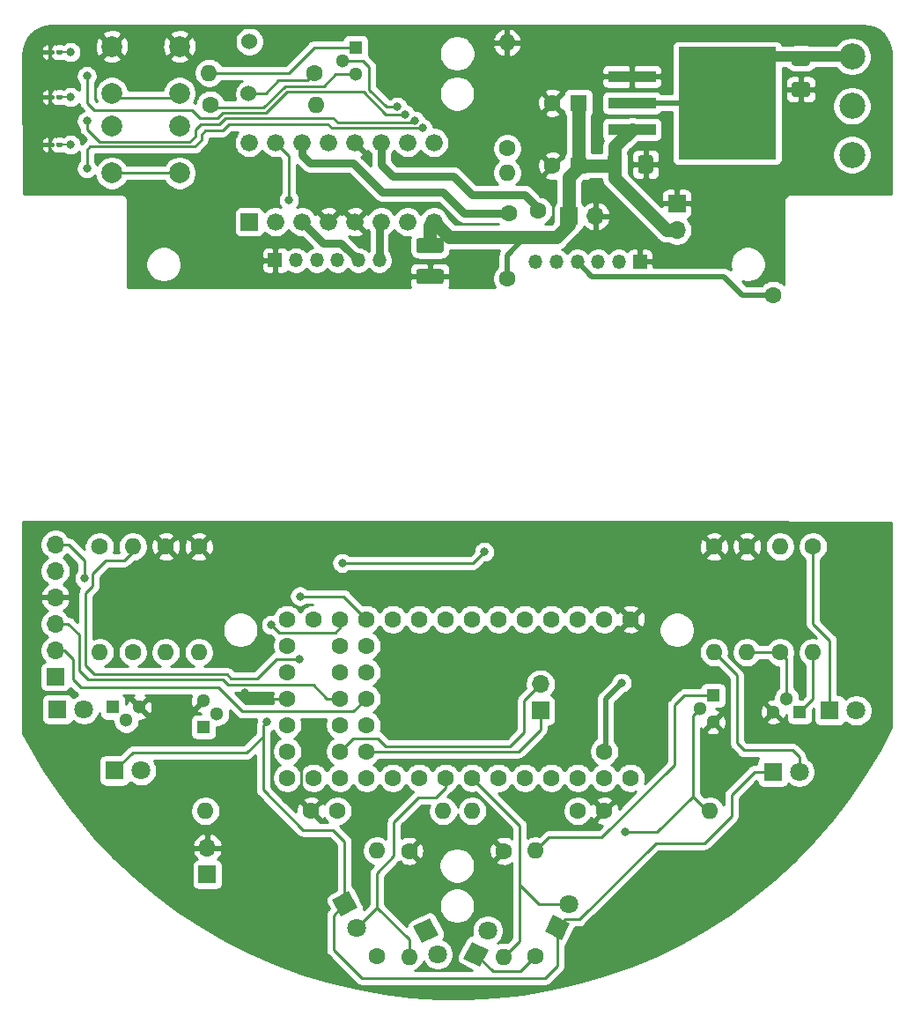
<source format=gtl>
G04 #@! TF.GenerationSoftware,KiCad,Pcbnew,(5.1.7)-1*
G04 #@! TF.CreationDate,2021-05-02T01:51:04-07:00*
G04 #@! TF.ProjectId,mouse_v2,6d6f7573-655f-4763-922e-6b696361645f,rev?*
G04 #@! TF.SameCoordinates,Original*
G04 #@! TF.FileFunction,Copper,L1,Top*
G04 #@! TF.FilePolarity,Positive*
%FSLAX46Y46*%
G04 Gerber Fmt 4.6, Leading zero omitted, Abs format (unit mm)*
G04 Created by KiCad (PCBNEW (5.1.7)-1) date 2021-05-02 01:51:04*
%MOMM*%
%LPD*%
G01*
G04 APERTURE LIST*
G04 #@! TA.AperFunction,ComponentPad*
%ADD10C,1.600000*%
G04 #@! TD*
G04 #@! TA.AperFunction,ComponentPad*
%ADD11R,1.600000X1.600000*%
G04 #@! TD*
G04 #@! TA.AperFunction,ComponentPad*
%ADD12C,1.300000*%
G04 #@! TD*
G04 #@! TA.AperFunction,ComponentPad*
%ADD13R,1.300000X1.300000*%
G04 #@! TD*
G04 #@! TA.AperFunction,ComponentPad*
%ADD14C,2.500000*%
G04 #@! TD*
G04 #@! TA.AperFunction,ComponentPad*
%ADD15O,1.600000X1.600000*%
G04 #@! TD*
G04 #@! TA.AperFunction,ComponentPad*
%ADD16C,1.524000*%
G04 #@! TD*
G04 #@! TA.AperFunction,ComponentPad*
%ADD17C,2.000000*%
G04 #@! TD*
G04 #@! TA.AperFunction,SMDPad,CuDef*
%ADD18R,4.600000X1.100000*%
G04 #@! TD*
G04 #@! TA.AperFunction,SMDPad,CuDef*
%ADD19R,9.400000X10.800000*%
G04 #@! TD*
G04 #@! TA.AperFunction,ComponentPad*
%ADD20R,1.800000X1.800000*%
G04 #@! TD*
G04 #@! TA.AperFunction,ComponentPad*
%ADD21C,1.800000*%
G04 #@! TD*
G04 #@! TA.AperFunction,ComponentPad*
%ADD22C,0.100000*%
G04 #@! TD*
G04 #@! TA.AperFunction,ComponentPad*
%ADD23R,1.700000X1.700000*%
G04 #@! TD*
G04 #@! TA.AperFunction,ComponentPad*
%ADD24O,1.700000X1.700000*%
G04 #@! TD*
G04 #@! TA.AperFunction,ComponentPad*
%ADD25R,1.676400X1.676400*%
G04 #@! TD*
G04 #@! TA.AperFunction,ComponentPad*
%ADD26C,1.676400*%
G04 #@! TD*
G04 #@! TA.AperFunction,ComponentPad*
%ADD27O,1.350000X1.350000*%
G04 #@! TD*
G04 #@! TA.AperFunction,ComponentPad*
%ADD28R,1.350000X1.350000*%
G04 #@! TD*
G04 #@! TA.AperFunction,ViaPad*
%ADD29C,0.800000*%
G04 #@! TD*
G04 #@! TA.AperFunction,ViaPad*
%ADD30C,1.600000*%
G04 #@! TD*
G04 #@! TA.AperFunction,Conductor*
%ADD31C,0.750000*%
G04 #@! TD*
G04 #@! TA.AperFunction,Conductor*
%ADD32C,1.250000*%
G04 #@! TD*
G04 #@! TA.AperFunction,Conductor*
%ADD33C,0.500000*%
G04 #@! TD*
G04 #@! TA.AperFunction,Conductor*
%ADD34C,0.250000*%
G04 #@! TD*
G04 #@! TA.AperFunction,Conductor*
%ADD35C,0.130000*%
G04 #@! TD*
G04 #@! TA.AperFunction,Conductor*
%ADD36C,1.000000*%
G04 #@! TD*
G04 #@! TA.AperFunction,Conductor*
%ADD37C,0.254000*%
G04 #@! TD*
G04 #@! TA.AperFunction,Conductor*
%ADD38C,0.100000*%
G04 #@! TD*
G04 APERTURE END LIST*
G04 #@! TA.AperFunction,SMDPad,CuDef*
G36*
G01*
X156405000Y-75778000D02*
X158555000Y-75778000D01*
G75*
G02*
X158805000Y-76028000I0J-250000D01*
G01*
X158805000Y-76953000D01*
G75*
G02*
X158555000Y-77203000I-250000J0D01*
G01*
X156405000Y-77203000D01*
G75*
G02*
X156155000Y-76953000I0J250000D01*
G01*
X156155000Y-76028000D01*
G75*
G02*
X156405000Y-75778000I250000J0D01*
G01*
G37*
G04 #@! TD.AperFunction*
G04 #@! TA.AperFunction,SMDPad,CuDef*
G36*
G01*
X156405000Y-78753000D02*
X158555000Y-78753000D01*
G75*
G02*
X158805000Y-79003000I0J-250000D01*
G01*
X158805000Y-79928000D01*
G75*
G02*
X158555000Y-80178000I-250000J0D01*
G01*
X156405000Y-80178000D01*
G75*
G02*
X156155000Y-79928000I0J250000D01*
G01*
X156155000Y-79003000D01*
G75*
G02*
X156405000Y-78753000I250000J0D01*
G01*
G37*
G04 #@! TD.AperFunction*
D10*
X169254800Y-62788800D03*
D11*
X171754800Y-62788800D03*
X171754800Y-68834000D03*
D10*
X169254800Y-68834000D03*
D12*
X190500000Y-121285000D03*
D13*
X193040000Y-121285000D03*
D12*
X191770000Y-120015000D03*
X183415940Y-120990360D03*
D13*
X184685940Y-119720360D03*
D12*
X184685940Y-122260360D03*
X129540000Y-120840500D03*
D13*
X127000000Y-120840500D03*
D12*
X128270000Y-122110500D03*
X136982200Y-121462800D03*
D13*
X135712200Y-122732800D03*
D12*
X135712200Y-120192800D03*
D14*
X198069200Y-58319200D03*
X198069200Y-63069200D03*
X198069200Y-67769200D03*
D10*
X146405600Y-59893200D03*
D15*
X136245600Y-59893200D03*
D16*
X140055600Y-61885200D03*
X140105600Y-56885200D03*
G04 #@! TA.AperFunction,SMDPad,CuDef*
G36*
G01*
X174533200Y-69306600D02*
X174533200Y-68056600D01*
G75*
G02*
X174783200Y-67806600I250000J0D01*
G01*
X175708200Y-67806600D01*
G75*
G02*
X175958200Y-68056600I0J-250000D01*
G01*
X175958200Y-69306600D01*
G75*
G02*
X175708200Y-69556600I-250000J0D01*
G01*
X174783200Y-69556600D01*
G75*
G02*
X174533200Y-69306600I0J250000D01*
G01*
G37*
G04 #@! TD.AperFunction*
G04 #@! TA.AperFunction,SMDPad,CuDef*
G36*
G01*
X177508200Y-69306600D02*
X177508200Y-68056600D01*
G75*
G02*
X177758200Y-67806600I250000J0D01*
G01*
X178683200Y-67806600D01*
G75*
G02*
X178933200Y-68056600I0J-250000D01*
G01*
X178933200Y-69306600D01*
G75*
G02*
X178683200Y-69556600I-250000J0D01*
G01*
X177758200Y-69556600D01*
G75*
G02*
X177508200Y-69306600I0J250000D01*
G01*
G37*
G04 #@! TD.AperFunction*
D17*
X126885700Y-61853200D03*
X126885700Y-57353200D03*
X133385700Y-61853200D03*
X133385700Y-57353200D03*
D18*
X176901800Y-60248800D03*
X176901800Y-62788800D03*
X176901800Y-65328800D03*
D19*
X186051800Y-62788800D03*
D10*
X128905000Y-115570000D03*
D15*
X128905000Y-105410000D03*
X155473400Y-144805400D03*
D10*
X155473400Y-134645400D03*
X184785000Y-105410000D03*
D15*
X184785000Y-115570000D03*
X135255000Y-115570000D03*
D10*
X135255000Y-105410000D03*
X136347200Y-62941200D03*
D15*
X146507200Y-62941200D03*
X135890000Y-130810000D03*
D10*
X146050000Y-130810000D03*
X164592000Y-134645400D03*
D15*
X164592000Y-144805400D03*
X132080000Y-115570000D03*
D10*
X132080000Y-105410000D03*
X174244000Y-130810000D03*
D15*
X184404000Y-130810000D03*
X161544000Y-130810000D03*
D10*
X171704000Y-130810000D03*
X191135000Y-115570000D03*
D15*
X191135000Y-105410000D03*
X152400000Y-134620000D03*
D10*
X152400000Y-144780000D03*
X125730000Y-105410000D03*
D15*
X125730000Y-115570000D03*
X167640000Y-134620000D03*
D10*
X167640000Y-144780000D03*
X194310000Y-105410000D03*
D15*
X194310000Y-115570000D03*
X187960000Y-115570000D03*
D10*
X187960000Y-105410000D03*
X148590000Y-130810000D03*
D15*
X158750000Y-130810000D03*
D20*
X127177800Y-126923800D03*
D21*
X129717800Y-126923800D03*
X198475600Y-121158000D03*
D20*
X195935600Y-121158000D03*
D21*
X170856142Y-139738267D03*
G04 #@! TA.AperFunction,ComponentPad*
D22*
G36*
X170126663Y-143218419D02*
G01*
X168515781Y-142415263D01*
X169318937Y-140804381D01*
X170929819Y-141607537D01*
X170126663Y-143218419D01*
G37*
G04 #@! TD.AperFunction*
D23*
X170840400Y-73660000D03*
D24*
X173380400Y-73660000D03*
G04 #@! TA.AperFunction,ComponentPad*
D22*
G36*
X162303463Y-145783819D02*
G01*
X160692581Y-144980663D01*
X161495737Y-143369781D01*
X163106619Y-144172937D01*
X162303463Y-145783819D01*
G37*
G04 #@! TD.AperFunction*
D21*
X163032942Y-142303667D03*
X124218700Y-121031000D03*
D20*
X121678700Y-121031000D03*
G04 #@! TA.AperFunction,ComponentPad*
D22*
G36*
X155876239Y-141899804D02*
G01*
X157487121Y-141096648D01*
X158290277Y-142707530D01*
X156679395Y-143510686D01*
X155876239Y-141899804D01*
G37*
G04 #@! TD.AperFunction*
D21*
X158216600Y-144576800D03*
D20*
X190449200Y-127050800D03*
D21*
X192989200Y-127050800D03*
X150418800Y-142011400D03*
G04 #@! TA.AperFunction,ComponentPad*
D22*
G36*
X148078439Y-139334404D02*
G01*
X149689321Y-138531248D01*
X150492477Y-140142130D01*
X148881595Y-140945286D01*
X148078439Y-139334404D01*
G37*
G04 #@! TD.AperFunction*
D25*
X140098780Y-74213720D03*
D26*
X142638780Y-74213720D03*
X145178780Y-74213720D03*
X147718780Y-74213720D03*
X150258780Y-74213720D03*
X152798780Y-74213720D03*
X155338780Y-74213720D03*
X157878780Y-74213720D03*
X157878780Y-66593720D03*
X155338780Y-66593720D03*
X152798780Y-66593720D03*
X150258780Y-66593720D03*
X147718780Y-66593720D03*
X145178780Y-66593720D03*
X142638780Y-66593720D03*
X140098780Y-66593720D03*
D23*
X181229000Y-72453500D03*
D24*
X181229000Y-74993500D03*
D27*
X167655240Y-78038960D03*
X169655240Y-78038960D03*
X171655240Y-78038960D03*
X173655240Y-78038960D03*
X175655240Y-78038960D03*
D28*
X177655240Y-78038960D03*
X142595600Y-77901800D03*
D27*
X144595600Y-77901800D03*
X146595600Y-77901800D03*
X148595600Y-77901800D03*
X150595600Y-77901800D03*
X152595600Y-77901800D03*
G04 #@! TA.AperFunction,SMDPad,CuDef*
G36*
G01*
X192516600Y-57794800D02*
X193766600Y-57794800D01*
G75*
G02*
X194016600Y-58044800I0J-250000D01*
G01*
X194016600Y-58969800D01*
G75*
G02*
X193766600Y-59219800I-250000J0D01*
G01*
X192516600Y-59219800D01*
G75*
G02*
X192266600Y-58969800I0J250000D01*
G01*
X192266600Y-58044800D01*
G75*
G02*
X192516600Y-57794800I250000J0D01*
G01*
G37*
G04 #@! TD.AperFunction*
G04 #@! TA.AperFunction,SMDPad,CuDef*
G36*
G01*
X192516600Y-60769800D02*
X193766600Y-60769800D01*
G75*
G02*
X194016600Y-61019800I0J-250000D01*
G01*
X194016600Y-61944800D01*
G75*
G02*
X193766600Y-62194800I-250000J0D01*
G01*
X192516600Y-62194800D01*
G75*
G02*
X192266600Y-61944800I0J250000D01*
G01*
X192266600Y-61019800D01*
G75*
G02*
X192516600Y-60769800I250000J0D01*
G01*
G37*
G04 #@! TD.AperFunction*
D23*
X121462800Y-117906800D03*
D24*
X121462800Y-115366800D03*
X121462800Y-112826800D03*
X121462800Y-110286800D03*
X121462800Y-107746800D03*
X121462800Y-105206800D03*
D10*
X143764000Y-120000000D03*
X143764000Y-122540000D03*
X143764000Y-125080000D03*
X143764000Y-127620000D03*
X143764000Y-117460000D03*
X143764000Y-114920000D03*
X143764000Y-112380000D03*
X146304000Y-127620000D03*
X148844000Y-127620000D03*
X151384000Y-127620000D03*
X153924000Y-127620000D03*
X156464000Y-127620000D03*
X159004000Y-127620000D03*
X161544000Y-127620000D03*
X164084000Y-127620000D03*
X166624000Y-127620000D03*
X169164000Y-127620000D03*
X171704000Y-127620000D03*
X174244000Y-127620000D03*
X176784000Y-127620000D03*
X174244000Y-125080000D03*
X146304000Y-112380000D03*
X148844000Y-112380000D03*
X151384000Y-112380000D03*
X153924000Y-112380000D03*
X156464000Y-112380000D03*
X159004000Y-112380000D03*
X161544000Y-112380000D03*
X164084000Y-112380000D03*
X166624000Y-112380000D03*
X169164000Y-112380000D03*
X171704000Y-112380000D03*
X174244000Y-112380000D03*
X176784000Y-112380000D03*
X148844000Y-125080000D03*
X151384000Y-125080000D03*
X148844000Y-122540000D03*
X151384000Y-122540000D03*
X148844000Y-120000000D03*
X151384000Y-120000000D03*
X148844000Y-117460000D03*
X151384000Y-117460000D03*
X148844000Y-114920000D03*
X151384000Y-114920000D03*
D23*
X168097200Y-121158000D03*
D24*
X168097200Y-118618000D03*
D15*
X164896800Y-69494400D03*
D10*
X164896800Y-79654400D03*
X164896800Y-67157600D03*
D15*
X164896800Y-56997600D03*
D12*
X149047200Y-58724800D03*
D13*
X150317200Y-57454800D03*
D12*
X150317200Y-59994800D03*
D17*
X126885700Y-69524000D03*
X126885700Y-65024000D03*
X133385700Y-69524000D03*
X133385700Y-65024000D03*
D23*
X136080500Y-136906000D03*
D24*
X136080500Y-134366000D03*
G04 #@! TA.AperFunction,SMDPad,CuDef*
G36*
G01*
X120723500Y-66902000D02*
X120723500Y-66702000D01*
G75*
G02*
X120823500Y-66602000I100000J0D01*
G01*
X121258500Y-66602000D01*
G75*
G02*
X121358500Y-66702000I0J-100000D01*
G01*
X121358500Y-66902000D01*
G75*
G02*
X121258500Y-67002000I-100000J0D01*
G01*
X120823500Y-67002000D01*
G75*
G02*
X120723500Y-66902000I0J100000D01*
G01*
G37*
G04 #@! TD.AperFunction*
G04 #@! TA.AperFunction,SMDPad,CuDef*
G36*
G01*
X121538500Y-66902000D02*
X121538500Y-66702000D01*
G75*
G02*
X121638500Y-66602000I100000J0D01*
G01*
X122073500Y-66602000D01*
G75*
G02*
X122173500Y-66702000I0J-100000D01*
G01*
X122173500Y-66902000D01*
G75*
G02*
X122073500Y-67002000I-100000J0D01*
G01*
X121638500Y-67002000D01*
G75*
G02*
X121538500Y-66902000I0J100000D01*
G01*
G37*
G04 #@! TD.AperFunction*
G04 #@! TA.AperFunction,SMDPad,CuDef*
G36*
G01*
X121538500Y-58012000D02*
X121538500Y-57812000D01*
G75*
G02*
X121638500Y-57712000I100000J0D01*
G01*
X122073500Y-57712000D01*
G75*
G02*
X122173500Y-57812000I0J-100000D01*
G01*
X122173500Y-58012000D01*
G75*
G02*
X122073500Y-58112000I-100000J0D01*
G01*
X121638500Y-58112000D01*
G75*
G02*
X121538500Y-58012000I0J100000D01*
G01*
G37*
G04 #@! TD.AperFunction*
G04 #@! TA.AperFunction,SMDPad,CuDef*
G36*
G01*
X120723500Y-58012000D02*
X120723500Y-57812000D01*
G75*
G02*
X120823500Y-57712000I100000J0D01*
G01*
X121258500Y-57712000D01*
G75*
G02*
X121358500Y-57812000I0J-100000D01*
G01*
X121358500Y-58012000D01*
G75*
G02*
X121258500Y-58112000I-100000J0D01*
G01*
X120823500Y-58112000D01*
G75*
G02*
X120723500Y-58012000I0J100000D01*
G01*
G37*
G04 #@! TD.AperFunction*
G04 #@! TA.AperFunction,SMDPad,CuDef*
G36*
G01*
X120723500Y-62330000D02*
X120723500Y-62130000D01*
G75*
G02*
X120823500Y-62030000I100000J0D01*
G01*
X121258500Y-62030000D01*
G75*
G02*
X121358500Y-62130000I0J-100000D01*
G01*
X121358500Y-62330000D01*
G75*
G02*
X121258500Y-62430000I-100000J0D01*
G01*
X120823500Y-62430000D01*
G75*
G02*
X120723500Y-62330000I0J100000D01*
G01*
G37*
G04 #@! TD.AperFunction*
G04 #@! TA.AperFunction,SMDPad,CuDef*
G36*
G01*
X121538500Y-62330000D02*
X121538500Y-62130000D01*
G75*
G02*
X121638500Y-62030000I100000J0D01*
G01*
X122073500Y-62030000D01*
G75*
G02*
X122173500Y-62130000I0J-100000D01*
G01*
X122173500Y-62330000D01*
G75*
G02*
X122073500Y-62430000I-100000J0D01*
G01*
X121638500Y-62430000D01*
G75*
G02*
X121538500Y-62330000I0J100000D01*
G01*
G37*
G04 #@! TD.AperFunction*
D29*
X135255000Y-79375000D03*
X135255000Y-78105000D03*
X133985000Y-78105000D03*
X133985000Y-79375000D03*
X197167500Y-118618000D03*
X198120000Y-118618000D03*
X127939800Y-110236000D03*
X129006600Y-110236000D03*
X130098800Y-110236000D03*
X130124200Y-111150400D03*
X129006600Y-111175800D03*
X145084800Y-126288800D03*
X139649200Y-119481600D03*
X128016000Y-111150400D03*
X160934400Y-117500400D03*
X160934400Y-118465600D03*
X160934400Y-119481600D03*
X160934400Y-120446800D03*
X162001200Y-117500400D03*
X162001200Y-118516400D03*
X162001200Y-119532400D03*
X162052000Y-120497600D03*
X174752000Y-104038400D03*
X175666400Y-104038400D03*
X176631600Y-104038400D03*
X177596800Y-104038400D03*
X174802800Y-104952800D03*
X175717200Y-104952800D03*
X176631600Y-104952800D03*
X177596800Y-104952800D03*
D30*
X181762400Y-70002400D03*
X183642000Y-70053200D03*
X183642000Y-71780400D03*
X185420000Y-70053200D03*
X185521600Y-71780400D03*
X166522400Y-60960000D03*
X164846000Y-60960000D03*
X164846000Y-62738000D03*
X166497000Y-62725300D03*
X138684000Y-134620000D03*
X140716000Y-134620000D03*
X140716000Y-136652000D03*
X138684000Y-136652000D03*
D29*
X198183500Y-117729000D03*
X197167500Y-117729000D03*
X198247000Y-116776500D03*
X197167500Y-116776500D03*
X141782800Y-122275600D03*
X144945100Y-116205000D03*
D30*
X190500000Y-81229200D03*
X167894000Y-73152000D03*
X165100000Y-73406000D03*
D29*
X144983200Y-110185200D03*
X143916400Y-72136000D03*
X176276000Y-132842000D03*
D30*
X188468000Y-59944000D03*
X183388000Y-59944000D03*
X185928000Y-59944000D03*
X185928000Y-61976000D03*
X183388000Y-61976000D03*
X188468000Y-61976000D03*
X188468000Y-64008000D03*
X183388000Y-64008000D03*
X185928000Y-64008000D03*
D29*
X175895000Y-118491000D03*
X154330400Y-63157100D03*
X124486000Y-69088000D03*
X156781500Y-65201800D03*
X122936000Y-66802000D03*
X122936000Y-57912000D03*
X124486000Y-60198000D03*
X155067000Y-63868300D03*
X124486000Y-64516000D03*
X156006800Y-64490600D03*
X122936000Y-62230000D03*
X149047200Y-106984800D03*
X162707000Y-105918000D03*
X124269500Y-108458000D03*
X142214600Y-112928400D03*
D31*
X157878780Y-76091720D02*
X157480000Y-76490500D01*
D32*
X175768000Y-66462600D02*
X176901800Y-65328800D01*
X171754800Y-62788800D02*
X171754800Y-68834000D01*
X175093300Y-68834000D02*
X175245700Y-68681600D01*
X171754800Y-68834000D02*
X175093300Y-68834000D01*
X175245700Y-66984900D02*
X175768000Y-66462600D01*
X175245700Y-68681600D02*
X175245700Y-66984900D01*
X171754800Y-68834000D02*
X171754800Y-68986400D01*
X170840400Y-69900800D02*
X170840400Y-73660000D01*
X171754800Y-68986400D02*
X170840400Y-69900800D01*
X157480000Y-74612500D02*
X157878780Y-74213720D01*
X157480000Y-76490500D02*
X157480000Y-74612500D01*
X170840400Y-73660000D02*
X170840400Y-74015600D01*
X170840400Y-73660000D02*
X170840400Y-74523600D01*
X170840400Y-74523600D02*
X169672000Y-75692000D01*
X159357060Y-75692000D02*
X157878780Y-74213720D01*
D33*
X164896800Y-77419200D02*
X166624000Y-75692000D01*
X164896800Y-79654400D02*
X164896800Y-77419200D01*
D32*
X166624000Y-75692000D02*
X159357060Y-75692000D01*
X169672000Y-75692000D02*
X166624000Y-75692000D01*
X181229000Y-74993500D02*
X180213000Y-74993500D01*
X175245700Y-70026200D02*
X175245700Y-68681600D01*
X180213000Y-74993500D02*
X175245700Y-70026200D01*
D34*
X145084800Y-129844800D02*
X146050000Y-130810000D01*
X145084800Y-126288800D02*
X145084800Y-129844800D01*
X140167600Y-120000000D02*
X139649200Y-119481600D01*
X143764000Y-120000000D02*
X140167600Y-120000000D01*
D35*
X121041000Y-57912000D02*
X121041000Y-62230000D01*
X121041000Y-62230000D02*
X121041000Y-66802000D01*
X121041000Y-57912000D02*
X121041000Y-57394000D01*
X121041000Y-57394000D02*
X121920000Y-56515000D01*
X126047500Y-56515000D02*
X126885700Y-57353200D01*
X121920000Y-56515000D02*
X126047500Y-56515000D01*
D34*
X141427200Y-122631200D02*
X141782800Y-122275600D01*
X141427200Y-123609100D02*
X141427200Y-123647200D01*
X141427200Y-123609100D02*
X141427200Y-122631200D01*
X141427200Y-123647200D02*
X139865100Y-125209300D01*
X128892300Y-125209300D02*
X127177800Y-126923800D01*
X139865100Y-125209300D02*
X128892300Y-125209300D01*
X141427200Y-123647200D02*
X141427200Y-128790700D01*
X141427200Y-128790700D02*
X145249900Y-132613400D01*
X145249900Y-132613400D02*
X148132800Y-132613400D01*
X149285458Y-133766058D02*
X149285458Y-139738267D01*
X148132800Y-132613400D02*
X149285458Y-133766058D01*
X149285458Y-139738267D02*
X148196300Y-140827425D01*
X148196300Y-140827425D02*
X148196300Y-144132300D01*
X148196300Y-144132300D02*
X150952200Y-146888200D01*
X150952200Y-146888200D02*
X168541700Y-146888200D01*
X169722800Y-145707100D02*
X169722800Y-142011400D01*
X168541700Y-146888200D02*
X169722800Y-145707100D01*
X169722800Y-142011400D02*
X170497500Y-141236700D01*
X170497500Y-141236700D02*
X171831000Y-141236700D01*
X171831000Y-141236700D02*
X179184300Y-133883400D01*
X179184300Y-133883400D02*
X183883300Y-133883400D01*
X183883300Y-133883400D02*
X186461400Y-131305300D01*
X186461400Y-131305300D02*
X186461400Y-129260600D01*
X188671200Y-127050800D02*
X190449200Y-127050800D01*
X186461400Y-129260600D02*
X188671200Y-127050800D01*
X186994800Y-117779800D02*
X184785000Y-115570000D01*
X186994800Y-120331148D02*
X186994800Y-117779800D01*
X186994800Y-120331148D02*
X186994800Y-120345200D01*
X186994800Y-120331148D02*
X186994800Y-124307600D01*
X186994800Y-124307600D02*
X187655200Y-124968000D01*
X187655200Y-124968000D02*
X192354200Y-124968000D01*
X192989200Y-125603000D02*
X192989200Y-127050800D01*
X192354200Y-124968000D02*
X192989200Y-125603000D01*
X167983067Y-139738267D02*
X170856142Y-139738267D01*
X166116000Y-137871200D02*
X167983067Y-139738267D01*
X166116000Y-132192000D02*
X166116000Y-137871200D01*
X161544000Y-127620000D02*
X166116000Y-132192000D01*
X166116000Y-143281400D02*
X164592000Y-144805400D01*
X166116000Y-137871200D02*
X166116000Y-143281400D01*
X152361900Y-140068300D02*
X150418800Y-142011400D01*
X152361900Y-140068300D02*
X152387300Y-140068300D01*
X155473400Y-143154400D02*
X155473400Y-144805400D01*
X152387300Y-140068300D02*
X155473400Y-143154400D01*
X159004000Y-128549400D02*
X159004000Y-127620000D01*
X156362400Y-129514600D02*
X158038800Y-129514600D01*
X158038800Y-129514600D02*
X159004000Y-128549400D01*
X154025600Y-131851400D02*
X156362400Y-129514600D01*
X154025600Y-135128000D02*
X154025600Y-131851400D01*
X152361900Y-136791700D02*
X154025600Y-135128000D01*
X152361900Y-140068300D02*
X152361900Y-136791700D01*
X128905000Y-105918000D02*
X128905000Y-105410000D01*
X125031500Y-109220000D02*
X125031500Y-108013500D01*
X125031500Y-108013500D02*
X126301500Y-106743500D01*
X124383800Y-109867700D02*
X125031500Y-109220000D01*
X128079500Y-106743500D02*
X128905000Y-105918000D01*
X126301500Y-106743500D02*
X128079500Y-106743500D01*
X125234700Y-117665500D02*
X124383800Y-116814600D01*
X137972800Y-117665500D02*
X125234700Y-117665500D01*
X138366500Y-118059200D02*
X137972800Y-117665500D01*
X140868400Y-118059200D02*
X138366500Y-118059200D01*
X124383800Y-116814600D02*
X124383800Y-109867700D01*
X142722600Y-116205000D02*
X140868400Y-118059200D01*
X144945100Y-116205000D02*
X142722600Y-116205000D01*
D33*
X187553600Y-81229200D02*
X190500000Y-81229200D01*
X173067480Y-79451200D02*
X185775600Y-79451200D01*
X185775600Y-79451200D02*
X187553600Y-81229200D01*
X171655240Y-78038960D02*
X173067480Y-79451200D01*
D31*
X147187920Y-76222860D02*
X148916660Y-76222860D01*
X145178780Y-74213720D02*
X147187920Y-76222860D01*
X148916660Y-76222860D02*
X150595600Y-77901800D01*
X152595600Y-74416900D02*
X152798780Y-74213720D01*
X152595600Y-77901800D02*
X152595600Y-74416900D01*
X167894000Y-73152000D02*
X167894000Y-72898000D01*
X167894000Y-72898000D02*
X166624000Y-71628000D01*
X166624000Y-71628000D02*
X161544000Y-71628000D01*
X161544000Y-71628000D02*
X159766000Y-69850000D01*
X159766000Y-69850000D02*
X153924000Y-69850000D01*
X152798780Y-68724780D02*
X152798780Y-66593720D01*
X153924000Y-69850000D02*
X152798780Y-68724780D01*
X160782000Y-73406000D02*
X165100000Y-73406000D01*
X158750000Y-71374000D02*
X160782000Y-73406000D01*
X152908000Y-71374000D02*
X158750000Y-71374000D01*
X145979667Y-68580000D02*
X150114000Y-68580000D01*
X145178780Y-67779113D02*
X145979667Y-68580000D01*
X150114000Y-68580000D02*
X152908000Y-71374000D01*
X145178780Y-66593720D02*
X145178780Y-67779113D01*
D34*
X149189200Y-110185200D02*
X144983200Y-110185200D01*
X151384000Y-112380000D02*
X149189200Y-110185200D01*
X143916400Y-67871340D02*
X142638780Y-66593720D01*
X143916400Y-72136000D02*
X143916400Y-67871340D01*
X175895000Y-78278720D02*
X175655240Y-78038960D01*
X133500000Y-62285000D02*
X127000000Y-62285000D01*
X194786900Y-105410000D02*
X194310000Y-105410000D01*
X194310000Y-105410000D02*
X194310000Y-112801400D01*
X195935600Y-114427000D02*
X195935600Y-121158000D01*
X194310000Y-112801400D02*
X195935600Y-114427000D01*
X161792920Y-145239740D02*
X161925000Y-145239740D01*
X167640000Y-144322040D02*
X167640000Y-144780000D01*
X161899600Y-144576800D02*
X163525200Y-146202400D01*
X166217600Y-146202400D02*
X167640000Y-144780000D01*
X163525200Y-146202400D02*
X166217600Y-146202400D01*
X125730000Y-105410000D02*
X124968000Y-105410000D01*
X194310000Y-120015000D02*
X194310000Y-115570000D01*
X193040000Y-121285000D02*
X194310000Y-120015000D01*
X181904640Y-119720360D02*
X184685940Y-119720360D01*
X180975000Y-120650000D02*
X181904640Y-119720360D01*
X180975000Y-126365000D02*
X180975000Y-120650000D01*
X173990000Y-133350000D02*
X180975000Y-126365000D01*
X167640000Y-134620000D02*
X168910000Y-133350000D01*
X168910000Y-133350000D02*
X173990000Y-133350000D01*
X191770000Y-116205000D02*
X191135000Y-115570000D01*
X191770000Y-120015000D02*
X191770000Y-116205000D01*
X187960000Y-115570000D02*
X191135000Y-115570000D01*
X182765941Y-129425941D02*
X184150000Y-130810000D01*
X183415940Y-120990360D02*
X182765941Y-121640359D01*
X182765941Y-127635000D02*
X182765941Y-127749059D01*
X182765941Y-127635000D02*
X182765941Y-129425941D01*
X182765941Y-121640359D02*
X182765941Y-127635000D01*
X182765941Y-129425941D02*
X182740059Y-129425941D01*
X182740059Y-129425941D02*
X179324000Y-132842000D01*
X179324000Y-132842000D02*
X176276000Y-132842000D01*
D36*
X190521400Y-58319200D02*
X186051800Y-62788800D01*
X198069200Y-58319200D02*
X190521400Y-58319200D01*
D33*
X176901800Y-62788800D02*
X186051800Y-62788800D01*
X175895000Y-118491000D02*
X174371000Y-120015000D01*
X174371000Y-124953000D02*
X174244000Y-125080000D01*
X174371000Y-120015000D02*
X174371000Y-124953000D01*
D34*
X151650700Y-59334400D02*
X151041100Y-58724800D01*
X151650700Y-61506100D02*
X151650700Y-59334400D01*
X151041100Y-58724800D02*
X149047200Y-58724800D01*
X153301700Y-63157100D02*
X151650700Y-61506100D01*
X154330400Y-63157100D02*
X153301700Y-63157100D01*
X124486000Y-67284000D02*
X124486000Y-69088000D01*
X124802900Y-66967100D02*
X124486000Y-67284000D01*
X134874000Y-66967100D02*
X124802900Y-66967100D01*
X135496300Y-66344800D02*
X134874000Y-66967100D01*
X135496300Y-65811400D02*
X135496300Y-66344800D01*
X135902700Y-65405000D02*
X135496300Y-65811400D01*
X137541000Y-65405000D02*
X135902700Y-65405000D01*
X138125200Y-64820800D02*
X137541000Y-65405000D01*
X147675600Y-64820800D02*
X138125200Y-64820800D01*
X148056600Y-65201800D02*
X147675600Y-64820800D01*
X156781500Y-65201800D02*
X148056600Y-65201800D01*
D35*
X122936000Y-66802000D02*
X121856000Y-66802000D01*
X122936000Y-57912000D02*
X121856000Y-57912000D01*
D34*
X124549500Y-60261500D02*
X124486000Y-60198000D01*
X124486000Y-62764000D02*
X124486000Y-60198000D01*
X125222000Y-63500000D02*
X124486000Y-62764000D01*
X135394700Y-64274700D02*
X134620000Y-63500000D01*
X134620000Y-63500000D02*
X125222000Y-63500000D01*
X137020300Y-64274700D02*
X135394700Y-64274700D01*
X141744700Y-63715900D02*
X137579100Y-63715900D01*
X137579100Y-63715900D02*
X137020300Y-64274700D01*
X151079200Y-61696600D02*
X143764000Y-61696600D01*
X153250900Y-63868300D02*
X151079200Y-61696600D01*
X143764000Y-61696600D02*
X141744700Y-63715900D01*
X155067000Y-63868300D02*
X153250900Y-63868300D01*
X124486000Y-65304000D02*
X124486000Y-64516000D01*
X134366000Y-66548000D02*
X125730000Y-66548000D01*
X134924800Y-65989200D02*
X134366000Y-66548000D01*
X134924800Y-65379600D02*
X134924800Y-65989200D01*
X137210800Y-64858900D02*
X135445500Y-64858900D01*
X137858500Y-64211200D02*
X137210800Y-64858900D01*
X148158200Y-64211200D02*
X137858500Y-64211200D01*
X125730000Y-66548000D02*
X124486000Y-65304000D01*
X148640800Y-64693800D02*
X148158200Y-64211200D01*
X135445500Y-64858900D02*
X134924800Y-65379600D01*
X155803600Y-64693800D02*
X148640800Y-64693800D01*
X156006800Y-64490600D02*
X155803600Y-64693800D01*
D35*
X122936000Y-62230000D02*
X121856000Y-62230000D01*
D34*
X122301000Y-115366800D02*
X121462800Y-115366800D01*
X123164600Y-116230400D02*
X122301000Y-115366800D01*
X123926600Y-118922800D02*
X123164600Y-118160800D01*
X137109200Y-118922800D02*
X123926600Y-118922800D01*
X139446000Y-121259600D02*
X137109200Y-118922800D01*
X150124400Y-121259600D02*
X139446000Y-121259600D01*
X123164600Y-118160800D02*
X123164600Y-116230400D01*
X151384000Y-120000000D02*
X150124400Y-121259600D01*
X122682000Y-112826800D02*
X121462800Y-112826800D01*
X123748800Y-113893600D02*
X122682000Y-112826800D01*
X124612400Y-118211600D02*
X123748800Y-117348000D01*
X138074400Y-118719600D02*
X137566400Y-118211600D01*
X123748800Y-117348000D02*
X123748800Y-113893600D01*
X137566400Y-118211600D02*
X124612400Y-118211600D01*
X146304000Y-118719600D02*
X138074400Y-118719600D01*
X147584400Y-120000000D02*
X146304000Y-118719600D01*
X148844000Y-120000000D02*
X147584400Y-120000000D01*
X151384000Y-125080000D02*
X166004000Y-125080000D01*
X168097200Y-122986800D02*
X168097200Y-121158000D01*
X166004000Y-125080000D02*
X168097200Y-122986800D01*
X148844000Y-125080000D02*
X150099000Y-123825000D01*
X150099000Y-123825000D02*
X152450800Y-123825000D01*
X152450800Y-123825000D02*
X153212800Y-124587000D01*
X153212800Y-124587000D02*
X165201600Y-124587000D01*
X165201600Y-124587000D02*
X166547800Y-123240800D01*
X166547800Y-120167400D02*
X168097200Y-118618000D01*
X166547800Y-123240800D02*
X166547800Y-120167400D01*
X140055600Y-61885200D02*
X141670400Y-61885200D01*
X141670400Y-61885200D02*
X142925800Y-60629800D01*
X145669000Y-60629800D02*
X146405600Y-59893200D01*
X142925800Y-60629800D02*
X145669000Y-60629800D01*
X136639300Y-63233300D02*
X136347200Y-62941200D01*
X141490700Y-63233300D02*
X136639300Y-63233300D01*
X143560800Y-61163200D02*
X141490700Y-63233300D01*
X147269200Y-61163200D02*
X143560800Y-61163200D01*
X148437600Y-59994800D02*
X147269200Y-61163200D01*
X150317200Y-59994800D02*
X148437600Y-59994800D01*
X136245600Y-59893200D02*
X143916400Y-59893200D01*
X146354800Y-57454800D02*
X150317200Y-57454800D01*
X143916400Y-59893200D02*
X146354800Y-57454800D01*
X149047200Y-106984800D02*
X161340800Y-106984800D01*
X161640200Y-106984800D02*
X162707000Y-105918000D01*
X161340800Y-106984800D02*
X161640200Y-106984800D01*
X124269500Y-108458000D02*
X124269500Y-106743500D01*
X122732800Y-105206800D02*
X121462800Y-105206800D01*
X124269500Y-106743500D02*
X122732800Y-105206800D01*
X133385700Y-69524000D02*
X126885700Y-69524000D01*
X148844000Y-112380000D02*
X148844000Y-113207800D01*
X148844000Y-113207800D02*
X148386800Y-113665000D01*
X142951200Y-113665000D02*
X142214600Y-112928400D01*
X148386800Y-113665000D02*
X142951200Y-113665000D01*
D37*
X191830837Y-103006000D02*
X191954180Y-103071928D01*
X192088016Y-103112527D01*
X192192323Y-103122800D01*
X192227200Y-103126235D01*
X192262077Y-103122800D01*
X201852750Y-103122800D01*
X201860735Y-122706290D01*
X200687549Y-124951481D01*
X199307983Y-127257611D01*
X197797962Y-129480494D01*
X196162491Y-131612762D01*
X194406987Y-133647355D01*
X192537279Y-135577514D01*
X190559561Y-137396848D01*
X188480388Y-139099324D01*
X186306664Y-140679290D01*
X184045595Y-142131508D01*
X181704687Y-143451158D01*
X179291697Y-144633866D01*
X176814611Y-145675720D01*
X174281673Y-146573250D01*
X171701267Y-147323485D01*
X169081951Y-147923939D01*
X166432411Y-148372619D01*
X163761446Y-148668036D01*
X161077887Y-148809212D01*
X158390674Y-148795678D01*
X155708685Y-148627479D01*
X153040821Y-148305173D01*
X150395942Y-147829829D01*
X147782807Y-147203023D01*
X145210093Y-146426834D01*
X142686302Y-145503830D01*
X140219867Y-144437092D01*
X137818899Y-143230133D01*
X135491397Y-141886968D01*
X133245071Y-140412050D01*
X131087373Y-138810270D01*
X129025464Y-137086947D01*
X127927179Y-136056000D01*
X134592428Y-136056000D01*
X134592428Y-137756000D01*
X134604688Y-137880482D01*
X134640998Y-138000180D01*
X134699963Y-138110494D01*
X134779315Y-138207185D01*
X134876006Y-138286537D01*
X134986320Y-138345502D01*
X135106018Y-138381812D01*
X135230500Y-138394072D01*
X136930500Y-138394072D01*
X137054982Y-138381812D01*
X137174680Y-138345502D01*
X137284994Y-138286537D01*
X137381685Y-138207185D01*
X137461037Y-138110494D01*
X137520002Y-138000180D01*
X137556312Y-137880482D01*
X137568572Y-137756000D01*
X137568572Y-136056000D01*
X137556312Y-135931518D01*
X137520002Y-135811820D01*
X137461037Y-135701506D01*
X137381685Y-135604815D01*
X137284994Y-135525463D01*
X137174680Y-135466498D01*
X137094034Y-135442034D01*
X137178088Y-135366269D01*
X137352141Y-135132920D01*
X137477325Y-134870099D01*
X137521976Y-134722890D01*
X137400655Y-134493000D01*
X136207500Y-134493000D01*
X136207500Y-134513000D01*
X135953500Y-134513000D01*
X135953500Y-134493000D01*
X134760345Y-134493000D01*
X134639024Y-134722890D01*
X134683675Y-134870099D01*
X134808859Y-135132920D01*
X134982912Y-135366269D01*
X135066966Y-135442034D01*
X134986320Y-135466498D01*
X134876006Y-135525463D01*
X134779315Y-135604815D01*
X134699963Y-135701506D01*
X134640998Y-135811820D01*
X134604688Y-135931518D01*
X134592428Y-136056000D01*
X127927179Y-136056000D01*
X127066164Y-135247777D01*
X125890243Y-134009110D01*
X134639024Y-134009110D01*
X134760345Y-134239000D01*
X135953500Y-134239000D01*
X135953500Y-133045186D01*
X136207500Y-133045186D01*
X136207500Y-134239000D01*
X137400655Y-134239000D01*
X137521976Y-134009110D01*
X137477325Y-133861901D01*
X137352141Y-133599080D01*
X137178088Y-133365731D01*
X136961855Y-133170822D01*
X136711752Y-133021843D01*
X136437391Y-132924519D01*
X136207500Y-133045186D01*
X135953500Y-133045186D01*
X135723609Y-132924519D01*
X135449248Y-133021843D01*
X135199145Y-133170822D01*
X134982912Y-133365731D01*
X134808859Y-133599080D01*
X134683675Y-133861901D01*
X134639024Y-134009110D01*
X125890243Y-134009110D01*
X125215988Y-133298878D01*
X123481061Y-131246701D01*
X123046880Y-130668665D01*
X134455000Y-130668665D01*
X134455000Y-130951335D01*
X134510147Y-131228574D01*
X134618320Y-131489727D01*
X134775363Y-131724759D01*
X134975241Y-131924637D01*
X135210273Y-132081680D01*
X135471426Y-132189853D01*
X135748665Y-132245000D01*
X136031335Y-132245000D01*
X136308574Y-132189853D01*
X136569727Y-132081680D01*
X136804759Y-131924637D01*
X137004637Y-131724759D01*
X137161680Y-131489727D01*
X137269853Y-131228574D01*
X137325000Y-130951335D01*
X137325000Y-130668665D01*
X137269853Y-130391426D01*
X137161680Y-130130273D01*
X137004637Y-129895241D01*
X136804759Y-129695363D01*
X136569727Y-129538320D01*
X136308574Y-129430147D01*
X136031335Y-129375000D01*
X135748665Y-129375000D01*
X135471426Y-129430147D01*
X135210273Y-129538320D01*
X134975241Y-129695363D01*
X134775363Y-129895241D01*
X134618320Y-130130273D01*
X134510147Y-130391426D01*
X134455000Y-130668665D01*
X123046880Y-130668665D01*
X121867155Y-129098071D01*
X120379600Y-126860090D01*
X119021186Y-124536507D01*
X118372876Y-123301793D01*
X118369900Y-117056800D01*
X119974728Y-117056800D01*
X119974728Y-118756800D01*
X119986988Y-118881282D01*
X120023298Y-119000980D01*
X120082263Y-119111294D01*
X120161615Y-119207985D01*
X120258306Y-119287337D01*
X120368620Y-119346302D01*
X120488318Y-119382612D01*
X120612800Y-119394872D01*
X122312800Y-119394872D01*
X122437282Y-119382612D01*
X122556980Y-119346302D01*
X122667294Y-119287337D01*
X122763985Y-119207985D01*
X122843337Y-119111294D01*
X122902302Y-119000980D01*
X122908744Y-118979745D01*
X123362801Y-119433802D01*
X123386599Y-119462801D01*
X123502324Y-119557774D01*
X123616673Y-119618896D01*
X123491605Y-119670701D01*
X123240195Y-119838688D01*
X123173756Y-119905127D01*
X123168202Y-119886820D01*
X123109237Y-119776506D01*
X123029885Y-119679815D01*
X122933194Y-119600463D01*
X122822880Y-119541498D01*
X122703182Y-119505188D01*
X122578700Y-119492928D01*
X120778700Y-119492928D01*
X120654218Y-119505188D01*
X120534520Y-119541498D01*
X120424206Y-119600463D01*
X120327515Y-119679815D01*
X120248163Y-119776506D01*
X120189198Y-119886820D01*
X120152888Y-120006518D01*
X120140628Y-120131000D01*
X120140628Y-121931000D01*
X120152888Y-122055482D01*
X120189198Y-122175180D01*
X120248163Y-122285494D01*
X120327515Y-122382185D01*
X120424206Y-122461537D01*
X120534520Y-122520502D01*
X120654218Y-122556812D01*
X120778700Y-122569072D01*
X122578700Y-122569072D01*
X122703182Y-122556812D01*
X122822880Y-122520502D01*
X122933194Y-122461537D01*
X123029885Y-122382185D01*
X123109237Y-122285494D01*
X123168202Y-122175180D01*
X123173756Y-122156873D01*
X123240195Y-122223312D01*
X123491605Y-122391299D01*
X123770957Y-122507011D01*
X124067516Y-122566000D01*
X124369884Y-122566000D01*
X124666443Y-122507011D01*
X124945795Y-122391299D01*
X125197205Y-122223312D01*
X125411012Y-122009505D01*
X125578999Y-121758095D01*
X125694711Y-121478743D01*
X125711928Y-121392187D01*
X125711928Y-121490500D01*
X125724188Y-121614982D01*
X125760498Y-121734680D01*
X125819463Y-121844994D01*
X125898815Y-121941685D01*
X125995506Y-122021037D01*
X126105820Y-122080002D01*
X126225518Y-122116312D01*
X126350000Y-122128572D01*
X126985000Y-122128572D01*
X126985000Y-122237061D01*
X127034381Y-122485321D01*
X127131247Y-122719176D01*
X127271875Y-122929640D01*
X127450860Y-123108625D01*
X127661324Y-123249253D01*
X127895179Y-123346119D01*
X128143439Y-123395500D01*
X128396561Y-123395500D01*
X128644821Y-123346119D01*
X128878676Y-123249253D01*
X129089140Y-123108625D01*
X129268125Y-122929640D01*
X129408753Y-122719176D01*
X129505619Y-122485321D01*
X129555000Y-122237061D01*
X129555000Y-122127059D01*
X129616455Y-122129452D01*
X129866449Y-122089770D01*
X130103896Y-122002078D01*
X130192534Y-121954701D01*
X130245922Y-121726027D01*
X129540000Y-121020105D01*
X129525858Y-121034248D01*
X129346253Y-120854643D01*
X129360395Y-120840500D01*
X129719605Y-120840500D01*
X130425527Y-121546422D01*
X130654201Y-121493034D01*
X130760095Y-121263126D01*
X130819102Y-121016976D01*
X130828952Y-120764045D01*
X130789270Y-120514051D01*
X130701578Y-120276604D01*
X130654201Y-120187966D01*
X130425527Y-120134578D01*
X129719605Y-120840500D01*
X129360395Y-120840500D01*
X128654473Y-120134578D01*
X128425799Y-120187966D01*
X128319905Y-120417874D01*
X128288072Y-120550667D01*
X128288072Y-120190500D01*
X128275812Y-120066018D01*
X128239502Y-119946320D01*
X128180537Y-119836006D01*
X128101185Y-119739315D01*
X128032321Y-119682800D01*
X128968849Y-119682800D01*
X128887466Y-119726299D01*
X128834078Y-119954973D01*
X129540000Y-120660895D01*
X130245922Y-119954973D01*
X130192534Y-119726299D01*
X130098093Y-119682800D01*
X134532349Y-119682800D01*
X134492105Y-119770174D01*
X134433098Y-120016324D01*
X134423248Y-120269255D01*
X134462930Y-120519249D01*
X134550622Y-120756696D01*
X134597999Y-120845334D01*
X134826673Y-120898722D01*
X135532595Y-120192800D01*
X135518453Y-120178658D01*
X135698058Y-119999053D01*
X135712200Y-120013195D01*
X135726343Y-119999053D01*
X135905948Y-120178658D01*
X135891805Y-120192800D01*
X135905948Y-120206943D01*
X135726343Y-120386548D01*
X135712200Y-120372405D01*
X135006278Y-121078327D01*
X135059666Y-121307001D01*
X135289574Y-121412895D01*
X135422367Y-121444728D01*
X135062200Y-121444728D01*
X134937718Y-121456988D01*
X134818020Y-121493298D01*
X134707706Y-121552263D01*
X134611015Y-121631615D01*
X134531663Y-121728306D01*
X134472698Y-121838620D01*
X134436388Y-121958318D01*
X134424128Y-122082800D01*
X134424128Y-123382800D01*
X134436388Y-123507282D01*
X134472698Y-123626980D01*
X134531663Y-123737294D01*
X134611015Y-123833985D01*
X134707706Y-123913337D01*
X134818020Y-123972302D01*
X134937718Y-124008612D01*
X135062200Y-124020872D01*
X136362200Y-124020872D01*
X136486682Y-124008612D01*
X136606380Y-123972302D01*
X136716694Y-123913337D01*
X136813385Y-123833985D01*
X136892737Y-123737294D01*
X136951702Y-123626980D01*
X136988012Y-123507282D01*
X137000272Y-123382800D01*
X137000272Y-122747800D01*
X137108761Y-122747800D01*
X137357021Y-122698419D01*
X137590876Y-122601553D01*
X137801340Y-122460925D01*
X137980325Y-122281940D01*
X138120953Y-122071476D01*
X138217819Y-121837621D01*
X138267200Y-121589361D01*
X138267200Y-121336239D01*
X138222348Y-121110750D01*
X138882201Y-121770603D01*
X138905999Y-121799601D01*
X139021724Y-121894574D01*
X139153753Y-121965146D01*
X139297014Y-122008603D01*
X139408667Y-122019600D01*
X139408676Y-122019600D01*
X139445999Y-122023276D01*
X139483322Y-122019600D01*
X140778444Y-122019600D01*
X140747800Y-122173661D01*
X140747800Y-122290039D01*
X140721654Y-122338954D01*
X140706364Y-122389361D01*
X140678198Y-122482214D01*
X140668813Y-122577498D01*
X140663524Y-122631200D01*
X140667201Y-122668532D01*
X140667200Y-123332398D01*
X139550299Y-124449300D01*
X128929622Y-124449300D01*
X128892299Y-124445624D01*
X128854976Y-124449300D01*
X128854967Y-124449300D01*
X128743314Y-124460297D01*
X128600053Y-124503754D01*
X128468023Y-124574326D01*
X128421281Y-124612687D01*
X128352299Y-124669299D01*
X128328501Y-124698297D01*
X127641070Y-125385728D01*
X126277800Y-125385728D01*
X126153318Y-125397988D01*
X126033620Y-125434298D01*
X125923306Y-125493263D01*
X125826615Y-125572615D01*
X125747263Y-125669306D01*
X125688298Y-125779620D01*
X125651988Y-125899318D01*
X125639728Y-126023800D01*
X125639728Y-127823800D01*
X125651988Y-127948282D01*
X125688298Y-128067980D01*
X125747263Y-128178294D01*
X125826615Y-128274985D01*
X125923306Y-128354337D01*
X126033620Y-128413302D01*
X126153318Y-128449612D01*
X126277800Y-128461872D01*
X128077800Y-128461872D01*
X128202282Y-128449612D01*
X128321980Y-128413302D01*
X128432294Y-128354337D01*
X128528985Y-128274985D01*
X128608337Y-128178294D01*
X128667302Y-128067980D01*
X128672856Y-128049673D01*
X128739295Y-128116112D01*
X128990705Y-128284099D01*
X129270057Y-128399811D01*
X129566616Y-128458800D01*
X129868984Y-128458800D01*
X130165543Y-128399811D01*
X130444895Y-128284099D01*
X130696305Y-128116112D01*
X130910112Y-127902305D01*
X131078099Y-127650895D01*
X131193811Y-127371543D01*
X131252800Y-127074984D01*
X131252800Y-126772616D01*
X131193811Y-126476057D01*
X131078099Y-126196705D01*
X130926152Y-125969300D01*
X139827778Y-125969300D01*
X139865100Y-125972976D01*
X139902422Y-125969300D01*
X139902433Y-125969300D01*
X140014086Y-125958303D01*
X140157347Y-125914846D01*
X140289376Y-125844274D01*
X140405101Y-125749301D01*
X140428904Y-125720297D01*
X140667200Y-125482001D01*
X140667201Y-128753368D01*
X140663524Y-128790700D01*
X140667201Y-128828033D01*
X140673269Y-128889636D01*
X140678198Y-128939685D01*
X140721654Y-129082946D01*
X140792226Y-129214976D01*
X140851513Y-129287216D01*
X140887200Y-129330701D01*
X140916198Y-129354499D01*
X144686100Y-133124402D01*
X144709899Y-133153401D01*
X144825624Y-133248374D01*
X144957653Y-133318946D01*
X145100914Y-133362403D01*
X145212567Y-133373400D01*
X145212576Y-133373400D01*
X145249899Y-133377076D01*
X145287222Y-133373400D01*
X147817999Y-133373400D01*
X148525458Y-134080860D01*
X148525459Y-138398546D01*
X147793733Y-138763371D01*
X147687800Y-138829887D01*
X147596880Y-138915791D01*
X147524466Y-139017782D01*
X147473340Y-139131941D01*
X147445468Y-139253880D01*
X147441921Y-139378914D01*
X147462835Y-139502237D01*
X147507406Y-139619110D01*
X147781023Y-140167901D01*
X147685302Y-140263621D01*
X147656299Y-140287424D01*
X147613269Y-140339857D01*
X147561326Y-140403149D01*
X147508519Y-140501943D01*
X147490754Y-140535179D01*
X147447297Y-140678440D01*
X147436300Y-140790093D01*
X147436300Y-140790103D01*
X147432624Y-140827425D01*
X147436300Y-140864748D01*
X147436301Y-144094968D01*
X147432624Y-144132300D01*
X147436301Y-144169633D01*
X147447298Y-144281286D01*
X147458776Y-144319124D01*
X147490754Y-144424546D01*
X147561326Y-144556576D01*
X147629385Y-144639505D01*
X147656300Y-144672301D01*
X147685298Y-144696099D01*
X150388401Y-147399203D01*
X150412199Y-147428201D01*
X150441197Y-147451999D01*
X150527923Y-147523174D01*
X150632098Y-147578857D01*
X150659953Y-147593746D01*
X150803214Y-147637203D01*
X150914867Y-147648200D01*
X150914876Y-147648200D01*
X150952199Y-147651876D01*
X150989522Y-147648200D01*
X168504378Y-147648200D01*
X168541700Y-147651876D01*
X168579022Y-147648200D01*
X168579033Y-147648200D01*
X168690686Y-147637203D01*
X168833947Y-147593746D01*
X168965976Y-147523174D01*
X169081701Y-147428201D01*
X169105504Y-147399197D01*
X170233804Y-146270898D01*
X170262801Y-146247101D01*
X170357774Y-146131376D01*
X170428346Y-145999347D01*
X170471803Y-145856086D01*
X170482800Y-145744433D01*
X170482800Y-145744425D01*
X170486476Y-145707100D01*
X170482800Y-145669775D01*
X170482800Y-143744336D01*
X170545276Y-143699978D01*
X170631180Y-143609058D01*
X170697696Y-143503125D01*
X171448772Y-141996700D01*
X171793678Y-141996700D01*
X171831000Y-142000376D01*
X171868322Y-141996700D01*
X171868333Y-141996700D01*
X171979986Y-141985703D01*
X172123247Y-141942246D01*
X172255276Y-141871674D01*
X172371001Y-141776701D01*
X172394804Y-141747697D01*
X179499102Y-134643400D01*
X183845978Y-134643400D01*
X183883300Y-134647076D01*
X183920622Y-134643400D01*
X183920633Y-134643400D01*
X184032286Y-134632403D01*
X184175547Y-134588946D01*
X184307576Y-134518374D01*
X184423301Y-134423401D01*
X184447104Y-134394397D01*
X186972404Y-131869098D01*
X187001401Y-131845301D01*
X187041743Y-131796144D01*
X187096374Y-131729577D01*
X187166946Y-131597547D01*
X187178638Y-131559002D01*
X187210403Y-131454286D01*
X187221400Y-131342633D01*
X187221400Y-131342623D01*
X187225076Y-131305300D01*
X187221400Y-131267978D01*
X187221400Y-129575401D01*
X188911128Y-127885674D01*
X188911128Y-127950800D01*
X188923388Y-128075282D01*
X188959698Y-128194980D01*
X189018663Y-128305294D01*
X189098015Y-128401985D01*
X189194706Y-128481337D01*
X189305020Y-128540302D01*
X189424718Y-128576612D01*
X189549200Y-128588872D01*
X191349200Y-128588872D01*
X191473682Y-128576612D01*
X191593380Y-128540302D01*
X191703694Y-128481337D01*
X191800385Y-128401985D01*
X191879737Y-128305294D01*
X191938702Y-128194980D01*
X191944256Y-128176673D01*
X192010695Y-128243112D01*
X192262105Y-128411099D01*
X192541457Y-128526811D01*
X192838016Y-128585800D01*
X193140384Y-128585800D01*
X193436943Y-128526811D01*
X193716295Y-128411099D01*
X193967705Y-128243112D01*
X194181512Y-128029305D01*
X194349499Y-127777895D01*
X194465211Y-127498543D01*
X194524200Y-127201984D01*
X194524200Y-126899616D01*
X194465211Y-126603057D01*
X194349499Y-126323705D01*
X194181512Y-126072295D01*
X193967705Y-125858488D01*
X193749200Y-125712487D01*
X193749200Y-125640333D01*
X193752877Y-125603000D01*
X193738203Y-125454014D01*
X193694746Y-125310753D01*
X193624174Y-125178724D01*
X193552999Y-125091997D01*
X193529201Y-125062999D01*
X193500204Y-125039202D01*
X192918003Y-124457002D01*
X192894201Y-124427999D01*
X192778476Y-124333026D01*
X192646447Y-124262454D01*
X192503186Y-124218997D01*
X192391533Y-124208000D01*
X192391522Y-124208000D01*
X192354200Y-124204324D01*
X192316878Y-124208000D01*
X187970002Y-124208000D01*
X187754800Y-123992799D01*
X187754800Y-122170527D01*
X189794078Y-122170527D01*
X189847466Y-122399201D01*
X190077374Y-122505095D01*
X190323524Y-122564102D01*
X190576455Y-122573952D01*
X190826449Y-122534270D01*
X191063896Y-122446578D01*
X191152534Y-122399201D01*
X191205922Y-122170527D01*
X190500000Y-121464605D01*
X189794078Y-122170527D01*
X187754800Y-122170527D01*
X187754800Y-121361455D01*
X189211048Y-121361455D01*
X189250730Y-121611449D01*
X189338422Y-121848896D01*
X189385799Y-121937534D01*
X189614473Y-121990922D01*
X190320395Y-121285000D01*
X189614473Y-120579078D01*
X189385799Y-120632466D01*
X189279905Y-120862374D01*
X189220898Y-121108524D01*
X189211048Y-121361455D01*
X187754800Y-121361455D01*
X187754800Y-117817122D01*
X187758476Y-117779799D01*
X187754800Y-117742476D01*
X187754800Y-117742467D01*
X187743803Y-117630814D01*
X187700346Y-117487553D01*
X187683082Y-117455254D01*
X187629774Y-117355523D01*
X187558599Y-117268797D01*
X187534801Y-117239799D01*
X187505803Y-117216001D01*
X186183688Y-115893886D01*
X186220000Y-115711335D01*
X186220000Y-115428665D01*
X186525000Y-115428665D01*
X186525000Y-115711335D01*
X186580147Y-115988574D01*
X186688320Y-116249727D01*
X186845363Y-116484759D01*
X187045241Y-116684637D01*
X187280273Y-116841680D01*
X187541426Y-116949853D01*
X187818665Y-117005000D01*
X188101335Y-117005000D01*
X188378574Y-116949853D01*
X188639727Y-116841680D01*
X188874759Y-116684637D01*
X189074637Y-116484759D01*
X189178043Y-116330000D01*
X189916957Y-116330000D01*
X190020363Y-116484759D01*
X190220241Y-116684637D01*
X190455273Y-116841680D01*
X190716426Y-116949853D01*
X190993665Y-117005000D01*
X191010001Y-117005000D01*
X191010000Y-118977359D01*
X190950860Y-119016875D01*
X190771875Y-119195860D01*
X190631247Y-119406324D01*
X190534381Y-119640179D01*
X190485000Y-119888439D01*
X190485000Y-119998441D01*
X190423545Y-119996048D01*
X190173551Y-120035730D01*
X189936104Y-120123422D01*
X189847466Y-120170799D01*
X189794078Y-120399473D01*
X190500000Y-121105395D01*
X190514143Y-121091253D01*
X190693748Y-121270858D01*
X190679605Y-121285000D01*
X191385527Y-121990922D01*
X191614201Y-121937534D01*
X191720095Y-121707626D01*
X191751928Y-121574833D01*
X191751928Y-121935000D01*
X191764188Y-122059482D01*
X191800498Y-122179180D01*
X191859463Y-122289494D01*
X191938815Y-122386185D01*
X192035506Y-122465537D01*
X192145820Y-122524502D01*
X192265518Y-122560812D01*
X192390000Y-122573072D01*
X193690000Y-122573072D01*
X193814482Y-122560812D01*
X193934180Y-122524502D01*
X194044494Y-122465537D01*
X194141185Y-122386185D01*
X194220537Y-122289494D01*
X194279502Y-122179180D01*
X194315812Y-122059482D01*
X194328072Y-121935000D01*
X194328072Y-121071730D01*
X194397528Y-121002274D01*
X194397528Y-122058000D01*
X194409788Y-122182482D01*
X194446098Y-122302180D01*
X194505063Y-122412494D01*
X194584415Y-122509185D01*
X194681106Y-122588537D01*
X194791420Y-122647502D01*
X194911118Y-122683812D01*
X195035600Y-122696072D01*
X196835600Y-122696072D01*
X196960082Y-122683812D01*
X197079780Y-122647502D01*
X197190094Y-122588537D01*
X197286785Y-122509185D01*
X197366137Y-122412494D01*
X197425102Y-122302180D01*
X197430656Y-122283873D01*
X197497095Y-122350312D01*
X197748505Y-122518299D01*
X198027857Y-122634011D01*
X198324416Y-122693000D01*
X198626784Y-122693000D01*
X198923343Y-122634011D01*
X199202695Y-122518299D01*
X199454105Y-122350312D01*
X199667912Y-122136505D01*
X199835899Y-121885095D01*
X199951611Y-121605743D01*
X200010600Y-121309184D01*
X200010600Y-121006816D01*
X199951611Y-120710257D01*
X199835899Y-120430905D01*
X199667912Y-120179495D01*
X199454105Y-119965688D01*
X199202695Y-119797701D01*
X198923343Y-119681989D01*
X198626784Y-119623000D01*
X198324416Y-119623000D01*
X198027857Y-119681989D01*
X197748505Y-119797701D01*
X197497095Y-119965688D01*
X197430656Y-120032127D01*
X197425102Y-120013820D01*
X197366137Y-119903506D01*
X197286785Y-119806815D01*
X197190094Y-119727463D01*
X197079780Y-119668498D01*
X196960082Y-119632188D01*
X196835600Y-119619928D01*
X196695600Y-119619928D01*
X196695600Y-114464333D01*
X196699277Y-114427000D01*
X196684603Y-114278014D01*
X196641146Y-114134753D01*
X196570574Y-114002724D01*
X196499399Y-113915997D01*
X196475601Y-113886999D01*
X196446604Y-113863202D01*
X195070000Y-112486599D01*
X195070000Y-106628043D01*
X195224759Y-106524637D01*
X195424637Y-106324759D01*
X195581680Y-106089727D01*
X195689853Y-105828574D01*
X195745000Y-105551335D01*
X195745000Y-105268665D01*
X195689853Y-104991426D01*
X195581680Y-104730273D01*
X195424637Y-104495241D01*
X195224759Y-104295363D01*
X194989727Y-104138320D01*
X194728574Y-104030147D01*
X194451335Y-103975000D01*
X194168665Y-103975000D01*
X193891426Y-104030147D01*
X193630273Y-104138320D01*
X193395241Y-104295363D01*
X193195363Y-104495241D01*
X193038320Y-104730273D01*
X192930147Y-104991426D01*
X192875000Y-105268665D01*
X192875000Y-105551335D01*
X192930147Y-105828574D01*
X193038320Y-106089727D01*
X193195363Y-106324759D01*
X193395241Y-106524637D01*
X193550000Y-106628044D01*
X193550001Y-112764068D01*
X193546324Y-112801400D01*
X193560998Y-112950385D01*
X193604454Y-113093646D01*
X193675026Y-113225676D01*
X193702068Y-113258626D01*
X193770000Y-113341401D01*
X193798998Y-113365199D01*
X194597966Y-114164167D01*
X194451335Y-114135000D01*
X194168665Y-114135000D01*
X193891426Y-114190147D01*
X193630273Y-114298320D01*
X193395241Y-114455363D01*
X193195363Y-114655241D01*
X193038320Y-114890273D01*
X192930147Y-115151426D01*
X192875000Y-115428665D01*
X192875000Y-115711335D01*
X192930147Y-115988574D01*
X193038320Y-116249727D01*
X193195363Y-116484759D01*
X193395241Y-116684637D01*
X193550001Y-116788044D01*
X193550000Y-119700198D01*
X193253270Y-119996928D01*
X193055000Y-119996928D01*
X193055000Y-119888439D01*
X193005619Y-119640179D01*
X192908753Y-119406324D01*
X192768125Y-119195860D01*
X192589140Y-119016875D01*
X192530000Y-118977359D01*
X192530000Y-116242333D01*
X192533677Y-116205000D01*
X192519003Y-116056014D01*
X192505439Y-116011300D01*
X192514853Y-115988574D01*
X192570000Y-115711335D01*
X192570000Y-115428665D01*
X192514853Y-115151426D01*
X192406680Y-114890273D01*
X192249637Y-114655241D01*
X192049759Y-114455363D01*
X191814727Y-114298320D01*
X191553574Y-114190147D01*
X191276335Y-114135000D01*
X190993665Y-114135000D01*
X190716426Y-114190147D01*
X190455273Y-114298320D01*
X190220241Y-114455363D01*
X190020363Y-114655241D01*
X189916957Y-114810000D01*
X189178043Y-114810000D01*
X189074637Y-114655241D01*
X188874759Y-114455363D01*
X188639727Y-114298320D01*
X188378574Y-114190147D01*
X188101335Y-114135000D01*
X187818665Y-114135000D01*
X187541426Y-114190147D01*
X187280273Y-114298320D01*
X187045241Y-114455363D01*
X186845363Y-114655241D01*
X186688320Y-114890273D01*
X186580147Y-115151426D01*
X186525000Y-115428665D01*
X186220000Y-115428665D01*
X186164853Y-115151426D01*
X186056680Y-114890273D01*
X185899637Y-114655241D01*
X185699759Y-114455363D01*
X185464727Y-114298320D01*
X185203574Y-114190147D01*
X184926335Y-114135000D01*
X184643665Y-114135000D01*
X184366426Y-114190147D01*
X184105273Y-114298320D01*
X183870241Y-114455363D01*
X183670363Y-114655241D01*
X183513320Y-114890273D01*
X183405147Y-115151426D01*
X183350000Y-115428665D01*
X183350000Y-115711335D01*
X183405147Y-115988574D01*
X183513320Y-116249727D01*
X183670363Y-116484759D01*
X183870241Y-116684637D01*
X184105273Y-116841680D01*
X184366426Y-116949853D01*
X184643665Y-117005000D01*
X184926335Y-117005000D01*
X185108886Y-116968688D01*
X186234801Y-118094603D01*
X186234800Y-120293815D01*
X186234800Y-120293816D01*
X186234801Y-124270268D01*
X186231124Y-124307600D01*
X186234801Y-124344933D01*
X186244660Y-124445026D01*
X186245798Y-124456585D01*
X186289254Y-124599846D01*
X186359826Y-124731876D01*
X186420165Y-124805398D01*
X186454800Y-124847601D01*
X186483798Y-124871399D01*
X187091400Y-125479002D01*
X187115199Y-125508001D01*
X187230924Y-125602974D01*
X187362953Y-125673546D01*
X187506214Y-125717003D01*
X187617867Y-125728000D01*
X187617875Y-125728000D01*
X187655200Y-125731676D01*
X187692525Y-125728000D01*
X189074720Y-125728000D01*
X189018663Y-125796306D01*
X188959698Y-125906620D01*
X188923388Y-126026318D01*
X188911128Y-126150800D01*
X188911128Y-126290800D01*
X188708522Y-126290800D01*
X188671199Y-126287124D01*
X188633876Y-126290800D01*
X188633867Y-126290800D01*
X188522214Y-126301797D01*
X188378953Y-126345254D01*
X188246923Y-126415826D01*
X188193277Y-126459853D01*
X188131199Y-126510799D01*
X188107401Y-126539797D01*
X185950398Y-128696801D01*
X185921400Y-128720599D01*
X185897602Y-128749597D01*
X185897601Y-128749598D01*
X185826426Y-128836324D01*
X185755854Y-128968354D01*
X185741968Y-129014132D01*
X185712398Y-129111614D01*
X185704726Y-129189507D01*
X185697724Y-129260600D01*
X185701401Y-129297932D01*
X185701401Y-130192368D01*
X185675680Y-130130273D01*
X185518637Y-129895241D01*
X185318759Y-129695363D01*
X185083727Y-129538320D01*
X184822574Y-129430147D01*
X184545335Y-129375000D01*
X184262665Y-129375000D01*
X183985426Y-129430147D01*
X183886093Y-129471292D01*
X183525941Y-129111140D01*
X183525941Y-123145887D01*
X183980018Y-123145887D01*
X184033406Y-123374561D01*
X184263314Y-123480455D01*
X184509464Y-123539462D01*
X184762395Y-123549312D01*
X185012389Y-123509630D01*
X185249836Y-123421938D01*
X185338474Y-123374561D01*
X185391862Y-123145887D01*
X184685940Y-122439965D01*
X183980018Y-123145887D01*
X183525941Y-123145887D01*
X183525941Y-122827210D01*
X183571739Y-122912894D01*
X183800413Y-122966282D01*
X184506335Y-122260360D01*
X184865545Y-122260360D01*
X185571467Y-122966282D01*
X185800141Y-122912894D01*
X185906035Y-122682986D01*
X185965042Y-122436836D01*
X185974892Y-122183905D01*
X185935210Y-121933911D01*
X185847518Y-121696464D01*
X185800141Y-121607826D01*
X185571467Y-121554438D01*
X184865545Y-122260360D01*
X184506335Y-122260360D01*
X184492193Y-122246218D01*
X184671798Y-122066613D01*
X184685940Y-122080755D01*
X185391862Y-121374833D01*
X185338474Y-121146159D01*
X185108566Y-121040265D01*
X184975773Y-121008432D01*
X185335940Y-121008432D01*
X185460422Y-120996172D01*
X185580120Y-120959862D01*
X185690434Y-120900897D01*
X185787125Y-120821545D01*
X185866477Y-120724854D01*
X185925442Y-120614540D01*
X185961752Y-120494842D01*
X185974012Y-120370360D01*
X185974012Y-119070360D01*
X185961752Y-118945878D01*
X185925442Y-118826180D01*
X185866477Y-118715866D01*
X185787125Y-118619175D01*
X185690434Y-118539823D01*
X185580120Y-118480858D01*
X185460422Y-118444548D01*
X185335940Y-118432288D01*
X184035940Y-118432288D01*
X183911458Y-118444548D01*
X183791760Y-118480858D01*
X183681446Y-118539823D01*
X183584755Y-118619175D01*
X183505403Y-118715866D01*
X183446438Y-118826180D01*
X183410128Y-118945878D01*
X183408702Y-118960360D01*
X181941962Y-118960360D01*
X181904639Y-118956684D01*
X181867316Y-118960360D01*
X181867307Y-118960360D01*
X181755654Y-118971357D01*
X181612393Y-119014814D01*
X181480364Y-119085386D01*
X181480362Y-119085387D01*
X181480363Y-119085387D01*
X181393636Y-119156561D01*
X181393632Y-119156565D01*
X181364639Y-119180359D01*
X181340845Y-119209352D01*
X180463998Y-120086201D01*
X180435000Y-120109999D01*
X180411202Y-120138997D01*
X180411201Y-120138998D01*
X180340026Y-120225724D01*
X180269454Y-120357754D01*
X180247265Y-120430905D01*
X180225998Y-120501014D01*
X180215001Y-120612667D01*
X180211324Y-120650000D01*
X180215001Y-120687332D01*
X180215000Y-126050198D01*
X178119467Y-128145731D01*
X178163853Y-128038574D01*
X178219000Y-127761335D01*
X178219000Y-127478665D01*
X178163853Y-127201426D01*
X178055680Y-126940273D01*
X177898637Y-126705241D01*
X177698759Y-126505363D01*
X177463727Y-126348320D01*
X177202574Y-126240147D01*
X176925335Y-126185000D01*
X176642665Y-126185000D01*
X176365426Y-126240147D01*
X176104273Y-126348320D01*
X175869241Y-126505363D01*
X175669363Y-126705241D01*
X175514000Y-126937759D01*
X175358637Y-126705241D01*
X175158759Y-126505363D01*
X174926241Y-126350000D01*
X175158759Y-126194637D01*
X175358637Y-125994759D01*
X175515680Y-125759727D01*
X175623853Y-125498574D01*
X175679000Y-125221335D01*
X175679000Y-124938665D01*
X175623853Y-124661426D01*
X175515680Y-124400273D01*
X175358637Y-124165241D01*
X175256000Y-124062604D01*
X175256000Y-120381578D01*
X176140044Y-119497535D01*
X176196898Y-119486226D01*
X176385256Y-119408205D01*
X176554774Y-119294937D01*
X176698937Y-119150774D01*
X176812205Y-118981256D01*
X176890226Y-118792898D01*
X176930000Y-118592939D01*
X176930000Y-118389061D01*
X176890226Y-118189102D01*
X176812205Y-118000744D01*
X176698937Y-117831226D01*
X176554774Y-117687063D01*
X176385256Y-117573795D01*
X176196898Y-117495774D01*
X175996939Y-117456000D01*
X175793061Y-117456000D01*
X175593102Y-117495774D01*
X175404744Y-117573795D01*
X175235226Y-117687063D01*
X175091063Y-117831226D01*
X174977795Y-118000744D01*
X174899774Y-118189102D01*
X174888465Y-118245956D01*
X173775956Y-119358466D01*
X173742183Y-119386183D01*
X173631589Y-119520942D01*
X173549411Y-119674688D01*
X173528651Y-119743124D01*
X173505211Y-119820395D01*
X173498805Y-119841511D01*
X173486000Y-119971524D01*
X173486000Y-119971531D01*
X173481719Y-120015000D01*
X173486000Y-120058469D01*
X173486001Y-123860620D01*
X173329241Y-123965363D01*
X173129363Y-124165241D01*
X172972320Y-124400273D01*
X172864147Y-124661426D01*
X172809000Y-124938665D01*
X172809000Y-125221335D01*
X172864147Y-125498574D01*
X172972320Y-125759727D01*
X173129363Y-125994759D01*
X173329241Y-126194637D01*
X173561759Y-126350000D01*
X173329241Y-126505363D01*
X173129363Y-126705241D01*
X172974000Y-126937759D01*
X172818637Y-126705241D01*
X172618759Y-126505363D01*
X172383727Y-126348320D01*
X172122574Y-126240147D01*
X171845335Y-126185000D01*
X171562665Y-126185000D01*
X171285426Y-126240147D01*
X171024273Y-126348320D01*
X170789241Y-126505363D01*
X170589363Y-126705241D01*
X170434000Y-126937759D01*
X170278637Y-126705241D01*
X170078759Y-126505363D01*
X169843727Y-126348320D01*
X169582574Y-126240147D01*
X169305335Y-126185000D01*
X169022665Y-126185000D01*
X168745426Y-126240147D01*
X168484273Y-126348320D01*
X168249241Y-126505363D01*
X168049363Y-126705241D01*
X167894000Y-126937759D01*
X167738637Y-126705241D01*
X167538759Y-126505363D01*
X167303727Y-126348320D01*
X167042574Y-126240147D01*
X166765335Y-126185000D01*
X166482665Y-126185000D01*
X166205426Y-126240147D01*
X165944273Y-126348320D01*
X165709241Y-126505363D01*
X165509363Y-126705241D01*
X165354000Y-126937759D01*
X165198637Y-126705241D01*
X164998759Y-126505363D01*
X164763727Y-126348320D01*
X164502574Y-126240147D01*
X164225335Y-126185000D01*
X163942665Y-126185000D01*
X163665426Y-126240147D01*
X163404273Y-126348320D01*
X163169241Y-126505363D01*
X162969363Y-126705241D01*
X162814000Y-126937759D01*
X162658637Y-126705241D01*
X162458759Y-126505363D01*
X162223727Y-126348320D01*
X161962574Y-126240147D01*
X161685335Y-126185000D01*
X161402665Y-126185000D01*
X161125426Y-126240147D01*
X160864273Y-126348320D01*
X160629241Y-126505363D01*
X160429363Y-126705241D01*
X160274000Y-126937759D01*
X160118637Y-126705241D01*
X159918759Y-126505363D01*
X159683727Y-126348320D01*
X159422574Y-126240147D01*
X159145335Y-126185000D01*
X158862665Y-126185000D01*
X158585426Y-126240147D01*
X158324273Y-126348320D01*
X158089241Y-126505363D01*
X157889363Y-126705241D01*
X157734000Y-126937759D01*
X157578637Y-126705241D01*
X157378759Y-126505363D01*
X157143727Y-126348320D01*
X156882574Y-126240147D01*
X156605335Y-126185000D01*
X156322665Y-126185000D01*
X156045426Y-126240147D01*
X155784273Y-126348320D01*
X155549241Y-126505363D01*
X155349363Y-126705241D01*
X155194000Y-126937759D01*
X155038637Y-126705241D01*
X154838759Y-126505363D01*
X154603727Y-126348320D01*
X154342574Y-126240147D01*
X154065335Y-126185000D01*
X153782665Y-126185000D01*
X153505426Y-126240147D01*
X153244273Y-126348320D01*
X153009241Y-126505363D01*
X152809363Y-126705241D01*
X152654000Y-126937759D01*
X152498637Y-126705241D01*
X152298759Y-126505363D01*
X152066241Y-126350000D01*
X152298759Y-126194637D01*
X152498637Y-125994759D01*
X152602043Y-125840000D01*
X165966678Y-125840000D01*
X166004000Y-125843676D01*
X166041322Y-125840000D01*
X166041333Y-125840000D01*
X166152986Y-125829003D01*
X166296247Y-125785546D01*
X166428276Y-125714974D01*
X166544001Y-125620001D01*
X166567804Y-125590997D01*
X168608204Y-123550598D01*
X168637201Y-123526801D01*
X168732174Y-123411076D01*
X168802746Y-123279047D01*
X168846203Y-123135786D01*
X168857200Y-123024133D01*
X168857200Y-123024123D01*
X168860876Y-122986800D01*
X168857200Y-122949477D01*
X168857200Y-122646072D01*
X168947200Y-122646072D01*
X169071682Y-122633812D01*
X169191380Y-122597502D01*
X169301694Y-122538537D01*
X169398385Y-122459185D01*
X169477737Y-122362494D01*
X169536702Y-122252180D01*
X169573012Y-122132482D01*
X169585272Y-122008000D01*
X169585272Y-120308000D01*
X169573012Y-120183518D01*
X169536702Y-120063820D01*
X169477737Y-119953506D01*
X169398385Y-119856815D01*
X169301694Y-119777463D01*
X169191380Y-119718498D01*
X169118820Y-119696487D01*
X169250675Y-119564632D01*
X169413190Y-119321411D01*
X169525132Y-119051158D01*
X169582200Y-118764260D01*
X169582200Y-118471740D01*
X169525132Y-118184842D01*
X169413190Y-117914589D01*
X169250675Y-117671368D01*
X169043832Y-117464525D01*
X168800611Y-117302010D01*
X168530358Y-117190068D01*
X168243460Y-117133000D01*
X167950940Y-117133000D01*
X167664042Y-117190068D01*
X167393789Y-117302010D01*
X167150568Y-117464525D01*
X166943725Y-117671368D01*
X166781210Y-117914589D01*
X166669268Y-118184842D01*
X166612200Y-118471740D01*
X166612200Y-118764260D01*
X166655990Y-118984408D01*
X166036798Y-119603601D01*
X166007800Y-119627399D01*
X165984002Y-119656397D01*
X165984001Y-119656398D01*
X165912826Y-119743124D01*
X165842254Y-119875154D01*
X165834415Y-119900997D01*
X165798798Y-120018414D01*
X165787801Y-120130067D01*
X165784124Y-120167400D01*
X165787801Y-120204732D01*
X165787800Y-122925998D01*
X164886799Y-123827000D01*
X153527602Y-123827000D01*
X153014603Y-123314002D01*
X152990801Y-123284999D01*
X152875076Y-123190026D01*
X152743047Y-123119454D01*
X152702330Y-123107103D01*
X152763853Y-122958574D01*
X152819000Y-122681335D01*
X152819000Y-122398665D01*
X152763853Y-122121426D01*
X152655680Y-121860273D01*
X152498637Y-121625241D01*
X152298759Y-121425363D01*
X152066241Y-121270000D01*
X152298759Y-121114637D01*
X152498637Y-120914759D01*
X152655680Y-120679727D01*
X152763853Y-120418574D01*
X152819000Y-120141335D01*
X152819000Y-119858665D01*
X152763853Y-119581426D01*
X152655680Y-119320273D01*
X152498637Y-119085241D01*
X152298759Y-118885363D01*
X152066241Y-118730000D01*
X152298759Y-118574637D01*
X152498637Y-118374759D01*
X152655680Y-118139727D01*
X152763853Y-117878574D01*
X152819000Y-117601335D01*
X152819000Y-117318665D01*
X152763853Y-117041426D01*
X152655680Y-116780273D01*
X152498637Y-116545241D01*
X152298759Y-116345363D01*
X152066241Y-116190000D01*
X152298759Y-116034637D01*
X152498637Y-115834759D01*
X152655680Y-115599727D01*
X152763853Y-115338574D01*
X152819000Y-115061335D01*
X152819000Y-114778665D01*
X152763853Y-114501426D01*
X152655680Y-114240273D01*
X152498637Y-114005241D01*
X152298759Y-113805363D01*
X152066241Y-113650000D01*
X152298759Y-113494637D01*
X152498637Y-113294759D01*
X152654000Y-113062241D01*
X152809363Y-113294759D01*
X153009241Y-113494637D01*
X153244273Y-113651680D01*
X153505426Y-113759853D01*
X153782665Y-113815000D01*
X154065335Y-113815000D01*
X154342574Y-113759853D01*
X154603727Y-113651680D01*
X154838759Y-113494637D01*
X155038637Y-113294759D01*
X155194000Y-113062241D01*
X155349363Y-113294759D01*
X155549241Y-113494637D01*
X155784273Y-113651680D01*
X156045426Y-113759853D01*
X156322665Y-113815000D01*
X156605335Y-113815000D01*
X156882574Y-113759853D01*
X157143727Y-113651680D01*
X157378759Y-113494637D01*
X157578637Y-113294759D01*
X157734000Y-113062241D01*
X157889363Y-113294759D01*
X158089241Y-113494637D01*
X158324273Y-113651680D01*
X158585426Y-113759853D01*
X158862665Y-113815000D01*
X159145335Y-113815000D01*
X159422574Y-113759853D01*
X159683727Y-113651680D01*
X159918759Y-113494637D01*
X160118637Y-113294759D01*
X160274000Y-113062241D01*
X160429363Y-113294759D01*
X160629241Y-113494637D01*
X160864273Y-113651680D01*
X161125426Y-113759853D01*
X161402665Y-113815000D01*
X161685335Y-113815000D01*
X161962574Y-113759853D01*
X162223727Y-113651680D01*
X162458759Y-113494637D01*
X162658637Y-113294759D01*
X162814000Y-113062241D01*
X162969363Y-113294759D01*
X163169241Y-113494637D01*
X163404273Y-113651680D01*
X163665426Y-113759853D01*
X163942665Y-113815000D01*
X164225335Y-113815000D01*
X164502574Y-113759853D01*
X164763727Y-113651680D01*
X164998759Y-113494637D01*
X165198637Y-113294759D01*
X165354000Y-113062241D01*
X165509363Y-113294759D01*
X165709241Y-113494637D01*
X165944273Y-113651680D01*
X166205426Y-113759853D01*
X166482665Y-113815000D01*
X166765335Y-113815000D01*
X167042574Y-113759853D01*
X167303727Y-113651680D01*
X167538759Y-113494637D01*
X167738637Y-113294759D01*
X167894000Y-113062241D01*
X168049363Y-113294759D01*
X168249241Y-113494637D01*
X168484273Y-113651680D01*
X168745426Y-113759853D01*
X169022665Y-113815000D01*
X169305335Y-113815000D01*
X169582574Y-113759853D01*
X169843727Y-113651680D01*
X170078759Y-113494637D01*
X170278637Y-113294759D01*
X170434000Y-113062241D01*
X170589363Y-113294759D01*
X170789241Y-113494637D01*
X171024273Y-113651680D01*
X171285426Y-113759853D01*
X171562665Y-113815000D01*
X171845335Y-113815000D01*
X172122574Y-113759853D01*
X172383727Y-113651680D01*
X172618759Y-113494637D01*
X172818637Y-113294759D01*
X172974000Y-113062241D01*
X173129363Y-113294759D01*
X173329241Y-113494637D01*
X173564273Y-113651680D01*
X173825426Y-113759853D01*
X174102665Y-113815000D01*
X174385335Y-113815000D01*
X174662574Y-113759853D01*
X174923727Y-113651680D01*
X175158759Y-113494637D01*
X175280694Y-113372702D01*
X175970903Y-113372702D01*
X176042486Y-113616671D01*
X176297996Y-113737571D01*
X176572184Y-113806300D01*
X176854512Y-113820217D01*
X177134130Y-113778787D01*
X177400292Y-113683603D01*
X177525514Y-113616671D01*
X177597097Y-113372702D01*
X177464512Y-113240117D01*
X179494000Y-113240117D01*
X179494000Y-113581883D01*
X179560675Y-113917081D01*
X179691463Y-114232831D01*
X179881337Y-114516998D01*
X180123002Y-114758663D01*
X180407169Y-114948537D01*
X180722919Y-115079325D01*
X181058117Y-115146000D01*
X181399883Y-115146000D01*
X181735081Y-115079325D01*
X182050831Y-114948537D01*
X182334998Y-114758663D01*
X182576663Y-114516998D01*
X182766537Y-114232831D01*
X182897325Y-113917081D01*
X182964000Y-113581883D01*
X182964000Y-113240117D01*
X182897325Y-112904919D01*
X182766537Y-112589169D01*
X182576663Y-112305002D01*
X182334998Y-112063337D01*
X182050831Y-111873463D01*
X181735081Y-111742675D01*
X181399883Y-111676000D01*
X181058117Y-111676000D01*
X180722919Y-111742675D01*
X180407169Y-111873463D01*
X180123002Y-112063337D01*
X179881337Y-112305002D01*
X179691463Y-112589169D01*
X179560675Y-112904919D01*
X179494000Y-113240117D01*
X177464512Y-113240117D01*
X176784000Y-112559605D01*
X175970903Y-113372702D01*
X175280694Y-113372702D01*
X175358637Y-113294759D01*
X175514915Y-113060872D01*
X175547329Y-113121514D01*
X175791298Y-113193097D01*
X176604395Y-112380000D01*
X176963605Y-112380000D01*
X177776702Y-113193097D01*
X178020671Y-113121514D01*
X178141571Y-112866004D01*
X178210300Y-112591816D01*
X178224217Y-112309488D01*
X178182787Y-112029870D01*
X178087603Y-111763708D01*
X178020671Y-111638486D01*
X177776702Y-111566903D01*
X176963605Y-112380000D01*
X176604395Y-112380000D01*
X175791298Y-111566903D01*
X175547329Y-111638486D01*
X175516806Y-111702992D01*
X175515680Y-111700273D01*
X175358637Y-111465241D01*
X175280694Y-111387298D01*
X175970903Y-111387298D01*
X176784000Y-112200395D01*
X177597097Y-111387298D01*
X177525514Y-111143329D01*
X177270004Y-111022429D01*
X176995816Y-110953700D01*
X176713488Y-110939783D01*
X176433870Y-110981213D01*
X176167708Y-111076397D01*
X176042486Y-111143329D01*
X175970903Y-111387298D01*
X175280694Y-111387298D01*
X175158759Y-111265363D01*
X174923727Y-111108320D01*
X174662574Y-111000147D01*
X174385335Y-110945000D01*
X174102665Y-110945000D01*
X173825426Y-111000147D01*
X173564273Y-111108320D01*
X173329241Y-111265363D01*
X173129363Y-111465241D01*
X172974000Y-111697759D01*
X172818637Y-111465241D01*
X172618759Y-111265363D01*
X172383727Y-111108320D01*
X172122574Y-111000147D01*
X171845335Y-110945000D01*
X171562665Y-110945000D01*
X171285426Y-111000147D01*
X171024273Y-111108320D01*
X170789241Y-111265363D01*
X170589363Y-111465241D01*
X170434000Y-111697759D01*
X170278637Y-111465241D01*
X170078759Y-111265363D01*
X169843727Y-111108320D01*
X169582574Y-111000147D01*
X169305335Y-110945000D01*
X169022665Y-110945000D01*
X168745426Y-111000147D01*
X168484273Y-111108320D01*
X168249241Y-111265363D01*
X168049363Y-111465241D01*
X167894000Y-111697759D01*
X167738637Y-111465241D01*
X167538759Y-111265363D01*
X167303727Y-111108320D01*
X167042574Y-111000147D01*
X166765335Y-110945000D01*
X166482665Y-110945000D01*
X166205426Y-111000147D01*
X165944273Y-111108320D01*
X165709241Y-111265363D01*
X165509363Y-111465241D01*
X165354000Y-111697759D01*
X165198637Y-111465241D01*
X164998759Y-111265363D01*
X164763727Y-111108320D01*
X164502574Y-111000147D01*
X164225335Y-110945000D01*
X163942665Y-110945000D01*
X163665426Y-111000147D01*
X163404273Y-111108320D01*
X163169241Y-111265363D01*
X162969363Y-111465241D01*
X162814000Y-111697759D01*
X162658637Y-111465241D01*
X162458759Y-111265363D01*
X162223727Y-111108320D01*
X161962574Y-111000147D01*
X161685335Y-110945000D01*
X161402665Y-110945000D01*
X161125426Y-111000147D01*
X160864273Y-111108320D01*
X160629241Y-111265363D01*
X160429363Y-111465241D01*
X160274000Y-111697759D01*
X160118637Y-111465241D01*
X159918759Y-111265363D01*
X159683727Y-111108320D01*
X159422574Y-111000147D01*
X159145335Y-110945000D01*
X158862665Y-110945000D01*
X158585426Y-111000147D01*
X158324273Y-111108320D01*
X158089241Y-111265363D01*
X157889363Y-111465241D01*
X157734000Y-111697759D01*
X157578637Y-111465241D01*
X157378759Y-111265363D01*
X157143727Y-111108320D01*
X156882574Y-111000147D01*
X156605335Y-110945000D01*
X156322665Y-110945000D01*
X156045426Y-111000147D01*
X155784273Y-111108320D01*
X155549241Y-111265363D01*
X155349363Y-111465241D01*
X155194000Y-111697759D01*
X155038637Y-111465241D01*
X154838759Y-111265363D01*
X154603727Y-111108320D01*
X154342574Y-111000147D01*
X154065335Y-110945000D01*
X153782665Y-110945000D01*
X153505426Y-111000147D01*
X153244273Y-111108320D01*
X153009241Y-111265363D01*
X152809363Y-111465241D01*
X152654000Y-111697759D01*
X152498637Y-111465241D01*
X152298759Y-111265363D01*
X152063727Y-111108320D01*
X151802574Y-111000147D01*
X151525335Y-110945000D01*
X151242665Y-110945000D01*
X151060114Y-110981312D01*
X149753004Y-109674203D01*
X149729201Y-109645199D01*
X149613476Y-109550226D01*
X149481447Y-109479654D01*
X149338186Y-109436197D01*
X149226533Y-109425200D01*
X149226522Y-109425200D01*
X149189200Y-109421524D01*
X149151878Y-109425200D01*
X145686911Y-109425200D01*
X145642974Y-109381263D01*
X145473456Y-109267995D01*
X145285098Y-109189974D01*
X145085139Y-109150200D01*
X144881261Y-109150200D01*
X144681302Y-109189974D01*
X144492944Y-109267995D01*
X144323426Y-109381263D01*
X144179263Y-109525426D01*
X144065995Y-109694944D01*
X143987974Y-109883302D01*
X143948200Y-110083261D01*
X143948200Y-110287139D01*
X143987974Y-110487098D01*
X144065995Y-110675456D01*
X144179263Y-110844974D01*
X144323426Y-110989137D01*
X144492944Y-111102405D01*
X144681302Y-111180426D01*
X144881261Y-111220200D01*
X145085139Y-111220200D01*
X145285098Y-111180426D01*
X145473456Y-111102405D01*
X145642974Y-110989137D01*
X145686911Y-110945200D01*
X146161660Y-110945200D01*
X145885426Y-111000147D01*
X145624273Y-111108320D01*
X145389241Y-111265363D01*
X145189363Y-111465241D01*
X145034000Y-111697759D01*
X144878637Y-111465241D01*
X144678759Y-111265363D01*
X144443727Y-111108320D01*
X144182574Y-111000147D01*
X143905335Y-110945000D01*
X143622665Y-110945000D01*
X143345426Y-111000147D01*
X143084273Y-111108320D01*
X142849241Y-111265363D01*
X142649363Y-111465241D01*
X142492320Y-111700273D01*
X142405033Y-111911002D01*
X142316539Y-111893400D01*
X142112661Y-111893400D01*
X141912702Y-111933174D01*
X141724344Y-112011195D01*
X141554826Y-112124463D01*
X141410663Y-112268626D01*
X141297395Y-112438144D01*
X141219374Y-112626502D01*
X141179600Y-112826461D01*
X141179600Y-113030339D01*
X141219374Y-113230298D01*
X141297395Y-113418656D01*
X141410663Y-113588174D01*
X141554826Y-113732337D01*
X141724344Y-113845605D01*
X141912702Y-113923626D01*
X142112661Y-113963400D01*
X142174798Y-113963400D01*
X142387401Y-114176002D01*
X142411199Y-114205001D01*
X142482644Y-114263634D01*
X142384147Y-114501426D01*
X142329000Y-114778665D01*
X142329000Y-115061335D01*
X142384147Y-115338574D01*
X142448505Y-115493948D01*
X142430353Y-115499454D01*
X142298324Y-115570026D01*
X142182599Y-115664999D01*
X142158801Y-115693997D01*
X140553599Y-117299200D01*
X138681301Y-117299200D01*
X138536604Y-117154503D01*
X138512801Y-117125499D01*
X138397076Y-117030526D01*
X138265047Y-116959954D01*
X138121786Y-116916497D01*
X138010133Y-116905500D01*
X138010122Y-116905500D01*
X137972800Y-116901824D01*
X137935478Y-116905500D01*
X135780652Y-116905500D01*
X135934727Y-116841680D01*
X136169759Y-116684637D01*
X136369637Y-116484759D01*
X136526680Y-116249727D01*
X136634853Y-115988574D01*
X136690000Y-115711335D01*
X136690000Y-115428665D01*
X136634853Y-115151426D01*
X136526680Y-114890273D01*
X136369637Y-114655241D01*
X136169759Y-114455363D01*
X135934727Y-114298320D01*
X135673574Y-114190147D01*
X135396335Y-114135000D01*
X135113665Y-114135000D01*
X134836426Y-114190147D01*
X134575273Y-114298320D01*
X134340241Y-114455363D01*
X134140363Y-114655241D01*
X133983320Y-114890273D01*
X133875147Y-115151426D01*
X133820000Y-115428665D01*
X133820000Y-115711335D01*
X133875147Y-115988574D01*
X133983320Y-116249727D01*
X134140363Y-116484759D01*
X134340241Y-116684637D01*
X134575273Y-116841680D01*
X134729348Y-116905500D01*
X132605652Y-116905500D01*
X132759727Y-116841680D01*
X132994759Y-116684637D01*
X133194637Y-116484759D01*
X133351680Y-116249727D01*
X133459853Y-115988574D01*
X133515000Y-115711335D01*
X133515000Y-115428665D01*
X133459853Y-115151426D01*
X133351680Y-114890273D01*
X133194637Y-114655241D01*
X132994759Y-114455363D01*
X132759727Y-114298320D01*
X132498574Y-114190147D01*
X132221335Y-114135000D01*
X131938665Y-114135000D01*
X131661426Y-114190147D01*
X131400273Y-114298320D01*
X131165241Y-114455363D01*
X130965363Y-114655241D01*
X130808320Y-114890273D01*
X130700147Y-115151426D01*
X130645000Y-115428665D01*
X130645000Y-115711335D01*
X130700147Y-115988574D01*
X130808320Y-116249727D01*
X130965363Y-116484759D01*
X131165241Y-116684637D01*
X131400273Y-116841680D01*
X131554348Y-116905500D01*
X129430652Y-116905500D01*
X129584727Y-116841680D01*
X129819759Y-116684637D01*
X130019637Y-116484759D01*
X130176680Y-116249727D01*
X130284853Y-115988574D01*
X130340000Y-115711335D01*
X130340000Y-115428665D01*
X130284853Y-115151426D01*
X130176680Y-114890273D01*
X130019637Y-114655241D01*
X129819759Y-114455363D01*
X129584727Y-114298320D01*
X129323574Y-114190147D01*
X129046335Y-114135000D01*
X128763665Y-114135000D01*
X128486426Y-114190147D01*
X128225273Y-114298320D01*
X127990241Y-114455363D01*
X127790363Y-114655241D01*
X127633320Y-114890273D01*
X127525147Y-115151426D01*
X127470000Y-115428665D01*
X127470000Y-115711335D01*
X127525147Y-115988574D01*
X127633320Y-116249727D01*
X127790363Y-116484759D01*
X127990241Y-116684637D01*
X128225273Y-116841680D01*
X128379348Y-116905500D01*
X126255652Y-116905500D01*
X126409727Y-116841680D01*
X126644759Y-116684637D01*
X126844637Y-116484759D01*
X127001680Y-116249727D01*
X127109853Y-115988574D01*
X127165000Y-115711335D01*
X127165000Y-115428665D01*
X127109853Y-115151426D01*
X127001680Y-114890273D01*
X126844637Y-114655241D01*
X126644759Y-114455363D01*
X126409727Y-114298320D01*
X126148574Y-114190147D01*
X125871335Y-114135000D01*
X125588665Y-114135000D01*
X125311426Y-114190147D01*
X125143800Y-114259580D01*
X125143800Y-113240117D01*
X137520500Y-113240117D01*
X137520500Y-113581883D01*
X137587175Y-113917081D01*
X137717963Y-114232831D01*
X137907837Y-114516998D01*
X138149502Y-114758663D01*
X138433669Y-114948537D01*
X138749419Y-115079325D01*
X139084617Y-115146000D01*
X139426383Y-115146000D01*
X139761581Y-115079325D01*
X140077331Y-114948537D01*
X140361498Y-114758663D01*
X140603163Y-114516998D01*
X140793037Y-114232831D01*
X140923825Y-113917081D01*
X140990500Y-113581883D01*
X140990500Y-113240117D01*
X140923825Y-112904919D01*
X140793037Y-112589169D01*
X140603163Y-112305002D01*
X140361498Y-112063337D01*
X140077331Y-111873463D01*
X139761581Y-111742675D01*
X139426383Y-111676000D01*
X139084617Y-111676000D01*
X138749419Y-111742675D01*
X138433669Y-111873463D01*
X138149502Y-112063337D01*
X137907837Y-112305002D01*
X137717963Y-112589169D01*
X137587175Y-112904919D01*
X137520500Y-113240117D01*
X125143800Y-113240117D01*
X125143800Y-110182501D01*
X125542504Y-109783798D01*
X125571501Y-109760001D01*
X125665717Y-109645199D01*
X125666474Y-109644277D01*
X125737046Y-109512247D01*
X125746933Y-109479654D01*
X125780503Y-109368986D01*
X125791500Y-109257333D01*
X125791500Y-109257324D01*
X125795176Y-109220001D01*
X125791500Y-109182678D01*
X125791500Y-108328301D01*
X126616302Y-107503500D01*
X128042178Y-107503500D01*
X128079500Y-107507176D01*
X128116822Y-107503500D01*
X128116833Y-107503500D01*
X128228486Y-107492503D01*
X128371747Y-107449046D01*
X128503776Y-107378474D01*
X128619501Y-107283501D01*
X128643303Y-107254498D01*
X129014940Y-106882861D01*
X148012200Y-106882861D01*
X148012200Y-107086739D01*
X148051974Y-107286698D01*
X148129995Y-107475056D01*
X148243263Y-107644574D01*
X148387426Y-107788737D01*
X148556944Y-107902005D01*
X148745302Y-107980026D01*
X148945261Y-108019800D01*
X149149139Y-108019800D01*
X149349098Y-107980026D01*
X149537456Y-107902005D01*
X149706974Y-107788737D01*
X149750911Y-107744800D01*
X161602878Y-107744800D01*
X161640200Y-107748476D01*
X161677522Y-107744800D01*
X161677533Y-107744800D01*
X161789186Y-107733803D01*
X161932447Y-107690346D01*
X162064476Y-107619774D01*
X162180201Y-107524801D01*
X162204004Y-107495798D01*
X162746802Y-106953000D01*
X162808939Y-106953000D01*
X163008898Y-106913226D01*
X163197256Y-106835205D01*
X163366774Y-106721937D01*
X163510937Y-106577774D01*
X163624205Y-106408256D01*
X163626505Y-106402702D01*
X183971903Y-106402702D01*
X184043486Y-106646671D01*
X184298996Y-106767571D01*
X184573184Y-106836300D01*
X184855512Y-106850217D01*
X185135130Y-106808787D01*
X185401292Y-106713603D01*
X185526514Y-106646671D01*
X185598097Y-106402702D01*
X187146903Y-106402702D01*
X187218486Y-106646671D01*
X187473996Y-106767571D01*
X187748184Y-106836300D01*
X188030512Y-106850217D01*
X188310130Y-106808787D01*
X188576292Y-106713603D01*
X188701514Y-106646671D01*
X188773097Y-106402702D01*
X187960000Y-105589605D01*
X187146903Y-106402702D01*
X185598097Y-106402702D01*
X184785000Y-105589605D01*
X183971903Y-106402702D01*
X163626505Y-106402702D01*
X163702226Y-106219898D01*
X163742000Y-106019939D01*
X163742000Y-105816061D01*
X163702226Y-105616102D01*
X163646063Y-105480512D01*
X183344783Y-105480512D01*
X183386213Y-105760130D01*
X183481397Y-106026292D01*
X183548329Y-106151514D01*
X183792298Y-106223097D01*
X184605395Y-105410000D01*
X184964605Y-105410000D01*
X185777702Y-106223097D01*
X186021671Y-106151514D01*
X186142571Y-105896004D01*
X186211300Y-105621816D01*
X186218265Y-105480512D01*
X186519783Y-105480512D01*
X186561213Y-105760130D01*
X186656397Y-106026292D01*
X186723329Y-106151514D01*
X186967298Y-106223097D01*
X187780395Y-105410000D01*
X188139605Y-105410000D01*
X188952702Y-106223097D01*
X189196671Y-106151514D01*
X189317571Y-105896004D01*
X189386300Y-105621816D01*
X189400217Y-105339488D01*
X189389724Y-105268665D01*
X189700000Y-105268665D01*
X189700000Y-105551335D01*
X189755147Y-105828574D01*
X189863320Y-106089727D01*
X190020363Y-106324759D01*
X190220241Y-106524637D01*
X190455273Y-106681680D01*
X190716426Y-106789853D01*
X190993665Y-106845000D01*
X191276335Y-106845000D01*
X191553574Y-106789853D01*
X191814727Y-106681680D01*
X192049759Y-106524637D01*
X192249637Y-106324759D01*
X192406680Y-106089727D01*
X192514853Y-105828574D01*
X192570000Y-105551335D01*
X192570000Y-105268665D01*
X192514853Y-104991426D01*
X192406680Y-104730273D01*
X192249637Y-104495241D01*
X192049759Y-104295363D01*
X191814727Y-104138320D01*
X191553574Y-104030147D01*
X191276335Y-103975000D01*
X190993665Y-103975000D01*
X190716426Y-104030147D01*
X190455273Y-104138320D01*
X190220241Y-104295363D01*
X190020363Y-104495241D01*
X189863320Y-104730273D01*
X189755147Y-104991426D01*
X189700000Y-105268665D01*
X189389724Y-105268665D01*
X189358787Y-105059870D01*
X189263603Y-104793708D01*
X189196671Y-104668486D01*
X188952702Y-104596903D01*
X188139605Y-105410000D01*
X187780395Y-105410000D01*
X186967298Y-104596903D01*
X186723329Y-104668486D01*
X186602429Y-104923996D01*
X186533700Y-105198184D01*
X186519783Y-105480512D01*
X186218265Y-105480512D01*
X186225217Y-105339488D01*
X186183787Y-105059870D01*
X186088603Y-104793708D01*
X186021671Y-104668486D01*
X185777702Y-104596903D01*
X184964605Y-105410000D01*
X184605395Y-105410000D01*
X183792298Y-104596903D01*
X183548329Y-104668486D01*
X183427429Y-104923996D01*
X183358700Y-105198184D01*
X183344783Y-105480512D01*
X163646063Y-105480512D01*
X163624205Y-105427744D01*
X163510937Y-105258226D01*
X163366774Y-105114063D01*
X163197256Y-105000795D01*
X163008898Y-104922774D01*
X162808939Y-104883000D01*
X162605061Y-104883000D01*
X162405102Y-104922774D01*
X162216744Y-105000795D01*
X162047226Y-105114063D01*
X161903063Y-105258226D01*
X161789795Y-105427744D01*
X161711774Y-105616102D01*
X161672000Y-105816061D01*
X161672000Y-105878198D01*
X161325399Y-106224800D01*
X149750911Y-106224800D01*
X149706974Y-106180863D01*
X149537456Y-106067595D01*
X149349098Y-105989574D01*
X149149139Y-105949800D01*
X148945261Y-105949800D01*
X148745302Y-105989574D01*
X148556944Y-106067595D01*
X148387426Y-106180863D01*
X148243263Y-106325026D01*
X148129995Y-106494544D01*
X148051974Y-106682902D01*
X148012200Y-106882861D01*
X129014940Y-106882861D01*
X129054407Y-106843394D01*
X129323574Y-106789853D01*
X129584727Y-106681680D01*
X129819759Y-106524637D01*
X129941694Y-106402702D01*
X131266903Y-106402702D01*
X131338486Y-106646671D01*
X131593996Y-106767571D01*
X131868184Y-106836300D01*
X132150512Y-106850217D01*
X132430130Y-106808787D01*
X132696292Y-106713603D01*
X132821514Y-106646671D01*
X132893097Y-106402702D01*
X134441903Y-106402702D01*
X134513486Y-106646671D01*
X134768996Y-106767571D01*
X135043184Y-106836300D01*
X135325512Y-106850217D01*
X135605130Y-106808787D01*
X135871292Y-106713603D01*
X135996514Y-106646671D01*
X136068097Y-106402702D01*
X135255000Y-105589605D01*
X134441903Y-106402702D01*
X132893097Y-106402702D01*
X132080000Y-105589605D01*
X131266903Y-106402702D01*
X129941694Y-106402702D01*
X130019637Y-106324759D01*
X130176680Y-106089727D01*
X130284853Y-105828574D01*
X130340000Y-105551335D01*
X130340000Y-105480512D01*
X130639783Y-105480512D01*
X130681213Y-105760130D01*
X130776397Y-106026292D01*
X130843329Y-106151514D01*
X131087298Y-106223097D01*
X131900395Y-105410000D01*
X132259605Y-105410000D01*
X133072702Y-106223097D01*
X133316671Y-106151514D01*
X133437571Y-105896004D01*
X133506300Y-105621816D01*
X133513265Y-105480512D01*
X133814783Y-105480512D01*
X133856213Y-105760130D01*
X133951397Y-106026292D01*
X134018329Y-106151514D01*
X134262298Y-106223097D01*
X135075395Y-105410000D01*
X135434605Y-105410000D01*
X136247702Y-106223097D01*
X136491671Y-106151514D01*
X136612571Y-105896004D01*
X136681300Y-105621816D01*
X136695217Y-105339488D01*
X136653787Y-105059870D01*
X136558603Y-104793708D01*
X136491671Y-104668486D01*
X136247702Y-104596903D01*
X135434605Y-105410000D01*
X135075395Y-105410000D01*
X134262298Y-104596903D01*
X134018329Y-104668486D01*
X133897429Y-104923996D01*
X133828700Y-105198184D01*
X133814783Y-105480512D01*
X133513265Y-105480512D01*
X133520217Y-105339488D01*
X133478787Y-105059870D01*
X133383603Y-104793708D01*
X133316671Y-104668486D01*
X133072702Y-104596903D01*
X132259605Y-105410000D01*
X131900395Y-105410000D01*
X131087298Y-104596903D01*
X130843329Y-104668486D01*
X130722429Y-104923996D01*
X130653700Y-105198184D01*
X130639783Y-105480512D01*
X130340000Y-105480512D01*
X130340000Y-105268665D01*
X130284853Y-104991426D01*
X130176680Y-104730273D01*
X130019637Y-104495241D01*
X129941694Y-104417298D01*
X131266903Y-104417298D01*
X132080000Y-105230395D01*
X132893097Y-104417298D01*
X134441903Y-104417298D01*
X135255000Y-105230395D01*
X136068097Y-104417298D01*
X183971903Y-104417298D01*
X184785000Y-105230395D01*
X185598097Y-104417298D01*
X187146903Y-104417298D01*
X187960000Y-105230395D01*
X188773097Y-104417298D01*
X188701514Y-104173329D01*
X188446004Y-104052429D01*
X188171816Y-103983700D01*
X187889488Y-103969783D01*
X187609870Y-104011213D01*
X187343708Y-104106397D01*
X187218486Y-104173329D01*
X187146903Y-104417298D01*
X185598097Y-104417298D01*
X185526514Y-104173329D01*
X185271004Y-104052429D01*
X184996816Y-103983700D01*
X184714488Y-103969783D01*
X184434870Y-104011213D01*
X184168708Y-104106397D01*
X184043486Y-104173329D01*
X183971903Y-104417298D01*
X136068097Y-104417298D01*
X135996514Y-104173329D01*
X135741004Y-104052429D01*
X135466816Y-103983700D01*
X135184488Y-103969783D01*
X134904870Y-104011213D01*
X134638708Y-104106397D01*
X134513486Y-104173329D01*
X134441903Y-104417298D01*
X132893097Y-104417298D01*
X132821514Y-104173329D01*
X132566004Y-104052429D01*
X132291816Y-103983700D01*
X132009488Y-103969783D01*
X131729870Y-104011213D01*
X131463708Y-104106397D01*
X131338486Y-104173329D01*
X131266903Y-104417298D01*
X129941694Y-104417298D01*
X129819759Y-104295363D01*
X129584727Y-104138320D01*
X129323574Y-104030147D01*
X129046335Y-103975000D01*
X128763665Y-103975000D01*
X128486426Y-104030147D01*
X128225273Y-104138320D01*
X127990241Y-104295363D01*
X127790363Y-104495241D01*
X127633320Y-104730273D01*
X127525147Y-104991426D01*
X127470000Y-105268665D01*
X127470000Y-105551335D01*
X127525147Y-105828574D01*
X127589319Y-105983500D01*
X127045681Y-105983500D01*
X127109853Y-105828574D01*
X127165000Y-105551335D01*
X127165000Y-105268665D01*
X127109853Y-104991426D01*
X127001680Y-104730273D01*
X126844637Y-104495241D01*
X126644759Y-104295363D01*
X126409727Y-104138320D01*
X126148574Y-104030147D01*
X125871335Y-103975000D01*
X125588665Y-103975000D01*
X125311426Y-104030147D01*
X125050273Y-104138320D01*
X124815241Y-104295363D01*
X124615363Y-104495241D01*
X124458320Y-104730273D01*
X124372363Y-104937792D01*
X124333026Y-104985724D01*
X124262454Y-105117753D01*
X124218997Y-105261014D01*
X124204323Y-105410000D01*
X124218997Y-105558986D01*
X124244778Y-105643977D01*
X123296604Y-104695803D01*
X123272801Y-104666799D01*
X123157076Y-104571826D01*
X123025047Y-104501254D01*
X122881786Y-104457797D01*
X122770133Y-104446800D01*
X122770122Y-104446800D01*
X122738925Y-104443727D01*
X122616275Y-104260168D01*
X122409432Y-104053325D01*
X122166211Y-103890810D01*
X121895958Y-103778868D01*
X121609060Y-103721800D01*
X121316540Y-103721800D01*
X121029642Y-103778868D01*
X120759389Y-103890810D01*
X120516168Y-104053325D01*
X120309325Y-104260168D01*
X120146810Y-104503389D01*
X120034868Y-104773642D01*
X119977800Y-105060540D01*
X119977800Y-105353060D01*
X120034868Y-105639958D01*
X120146810Y-105910211D01*
X120309325Y-106153432D01*
X120516168Y-106360275D01*
X120690560Y-106476800D01*
X120516168Y-106593325D01*
X120309325Y-106800168D01*
X120146810Y-107043389D01*
X120034868Y-107313642D01*
X119977800Y-107600540D01*
X119977800Y-107893060D01*
X120034868Y-108179958D01*
X120146810Y-108450211D01*
X120309325Y-108693432D01*
X120516168Y-108900275D01*
X120698334Y-109021995D01*
X120581445Y-109091622D01*
X120365212Y-109286531D01*
X120191159Y-109519880D01*
X120065975Y-109782701D01*
X120021324Y-109929910D01*
X120142645Y-110159800D01*
X121335800Y-110159800D01*
X121335800Y-110139800D01*
X121589800Y-110139800D01*
X121589800Y-110159800D01*
X122782955Y-110159800D01*
X122904276Y-109929910D01*
X122859625Y-109782701D01*
X122734441Y-109519880D01*
X122560388Y-109286531D01*
X122344155Y-109091622D01*
X122227266Y-109021995D01*
X122409432Y-108900275D01*
X122616275Y-108693432D01*
X122778790Y-108450211D01*
X122890732Y-108179958D01*
X122947800Y-107893060D01*
X122947800Y-107600540D01*
X122890732Y-107313642D01*
X122778790Y-107043389D01*
X122616275Y-106800168D01*
X122409432Y-106593325D01*
X122235040Y-106476800D01*
X122409432Y-106360275D01*
X122610453Y-106159254D01*
X123509501Y-107058303D01*
X123509500Y-107754289D01*
X123465563Y-107798226D01*
X123352295Y-107967744D01*
X123274274Y-108156102D01*
X123234500Y-108356061D01*
X123234500Y-108559939D01*
X123274274Y-108759898D01*
X123352295Y-108948256D01*
X123465563Y-109117774D01*
X123609726Y-109261937D01*
X123779244Y-109375205D01*
X123798326Y-109383109D01*
X123748826Y-109443424D01*
X123678254Y-109575454D01*
X123664317Y-109621401D01*
X123642009Y-109694944D01*
X123634798Y-109718715D01*
X123620124Y-109867700D01*
X123623801Y-109905032D01*
X123623801Y-112693799D01*
X123245804Y-112315802D01*
X123222001Y-112286799D01*
X123106276Y-112191826D01*
X122974247Y-112121254D01*
X122830986Y-112077797D01*
X122742503Y-112069082D01*
X122616275Y-111880168D01*
X122409432Y-111673325D01*
X122227266Y-111551605D01*
X122344155Y-111481978D01*
X122560388Y-111287069D01*
X122734441Y-111053720D01*
X122859625Y-110790899D01*
X122904276Y-110643690D01*
X122782955Y-110413800D01*
X121589800Y-110413800D01*
X121589800Y-110433800D01*
X121335800Y-110433800D01*
X121335800Y-110413800D01*
X120142645Y-110413800D01*
X120021324Y-110643690D01*
X120065975Y-110790899D01*
X120191159Y-111053720D01*
X120365212Y-111287069D01*
X120581445Y-111481978D01*
X120698334Y-111551605D01*
X120516168Y-111673325D01*
X120309325Y-111880168D01*
X120146810Y-112123389D01*
X120034868Y-112393642D01*
X119977800Y-112680540D01*
X119977800Y-112973060D01*
X120034868Y-113259958D01*
X120146810Y-113530211D01*
X120309325Y-113773432D01*
X120516168Y-113980275D01*
X120690560Y-114096800D01*
X120516168Y-114213325D01*
X120309325Y-114420168D01*
X120146810Y-114663389D01*
X120034868Y-114933642D01*
X119977800Y-115220540D01*
X119977800Y-115513060D01*
X120034868Y-115799958D01*
X120146810Y-116070211D01*
X120309325Y-116313432D01*
X120441180Y-116445287D01*
X120368620Y-116467298D01*
X120258306Y-116526263D01*
X120161615Y-116605615D01*
X120082263Y-116702306D01*
X120023298Y-116812620D01*
X119986988Y-116932318D01*
X119974728Y-117056800D01*
X118369900Y-117056800D01*
X118363199Y-102997000D01*
X191819870Y-102997000D01*
X191830837Y-103006000D01*
G04 #@! TA.AperFunction,Conductor*
D38*
G36*
X191830837Y-103006000D02*
G01*
X191954180Y-103071928D01*
X192088016Y-103112527D01*
X192192323Y-103122800D01*
X192227200Y-103126235D01*
X192262077Y-103122800D01*
X201852750Y-103122800D01*
X201860735Y-122706290D01*
X200687549Y-124951481D01*
X199307983Y-127257611D01*
X197797962Y-129480494D01*
X196162491Y-131612762D01*
X194406987Y-133647355D01*
X192537279Y-135577514D01*
X190559561Y-137396848D01*
X188480388Y-139099324D01*
X186306664Y-140679290D01*
X184045595Y-142131508D01*
X181704687Y-143451158D01*
X179291697Y-144633866D01*
X176814611Y-145675720D01*
X174281673Y-146573250D01*
X171701267Y-147323485D01*
X169081951Y-147923939D01*
X166432411Y-148372619D01*
X163761446Y-148668036D01*
X161077887Y-148809212D01*
X158390674Y-148795678D01*
X155708685Y-148627479D01*
X153040821Y-148305173D01*
X150395942Y-147829829D01*
X147782807Y-147203023D01*
X145210093Y-146426834D01*
X142686302Y-145503830D01*
X140219867Y-144437092D01*
X137818899Y-143230133D01*
X135491397Y-141886968D01*
X133245071Y-140412050D01*
X131087373Y-138810270D01*
X129025464Y-137086947D01*
X127927179Y-136056000D01*
X134592428Y-136056000D01*
X134592428Y-137756000D01*
X134604688Y-137880482D01*
X134640998Y-138000180D01*
X134699963Y-138110494D01*
X134779315Y-138207185D01*
X134876006Y-138286537D01*
X134986320Y-138345502D01*
X135106018Y-138381812D01*
X135230500Y-138394072D01*
X136930500Y-138394072D01*
X137054982Y-138381812D01*
X137174680Y-138345502D01*
X137284994Y-138286537D01*
X137381685Y-138207185D01*
X137461037Y-138110494D01*
X137520002Y-138000180D01*
X137556312Y-137880482D01*
X137568572Y-137756000D01*
X137568572Y-136056000D01*
X137556312Y-135931518D01*
X137520002Y-135811820D01*
X137461037Y-135701506D01*
X137381685Y-135604815D01*
X137284994Y-135525463D01*
X137174680Y-135466498D01*
X137094034Y-135442034D01*
X137178088Y-135366269D01*
X137352141Y-135132920D01*
X137477325Y-134870099D01*
X137521976Y-134722890D01*
X137400655Y-134493000D01*
X136207500Y-134493000D01*
X136207500Y-134513000D01*
X135953500Y-134513000D01*
X135953500Y-134493000D01*
X134760345Y-134493000D01*
X134639024Y-134722890D01*
X134683675Y-134870099D01*
X134808859Y-135132920D01*
X134982912Y-135366269D01*
X135066966Y-135442034D01*
X134986320Y-135466498D01*
X134876006Y-135525463D01*
X134779315Y-135604815D01*
X134699963Y-135701506D01*
X134640998Y-135811820D01*
X134604688Y-135931518D01*
X134592428Y-136056000D01*
X127927179Y-136056000D01*
X127066164Y-135247777D01*
X125890243Y-134009110D01*
X134639024Y-134009110D01*
X134760345Y-134239000D01*
X135953500Y-134239000D01*
X135953500Y-133045186D01*
X136207500Y-133045186D01*
X136207500Y-134239000D01*
X137400655Y-134239000D01*
X137521976Y-134009110D01*
X137477325Y-133861901D01*
X137352141Y-133599080D01*
X137178088Y-133365731D01*
X136961855Y-133170822D01*
X136711752Y-133021843D01*
X136437391Y-132924519D01*
X136207500Y-133045186D01*
X135953500Y-133045186D01*
X135723609Y-132924519D01*
X135449248Y-133021843D01*
X135199145Y-133170822D01*
X134982912Y-133365731D01*
X134808859Y-133599080D01*
X134683675Y-133861901D01*
X134639024Y-134009110D01*
X125890243Y-134009110D01*
X125215988Y-133298878D01*
X123481061Y-131246701D01*
X123046880Y-130668665D01*
X134455000Y-130668665D01*
X134455000Y-130951335D01*
X134510147Y-131228574D01*
X134618320Y-131489727D01*
X134775363Y-131724759D01*
X134975241Y-131924637D01*
X135210273Y-132081680D01*
X135471426Y-132189853D01*
X135748665Y-132245000D01*
X136031335Y-132245000D01*
X136308574Y-132189853D01*
X136569727Y-132081680D01*
X136804759Y-131924637D01*
X137004637Y-131724759D01*
X137161680Y-131489727D01*
X137269853Y-131228574D01*
X137325000Y-130951335D01*
X137325000Y-130668665D01*
X137269853Y-130391426D01*
X137161680Y-130130273D01*
X137004637Y-129895241D01*
X136804759Y-129695363D01*
X136569727Y-129538320D01*
X136308574Y-129430147D01*
X136031335Y-129375000D01*
X135748665Y-129375000D01*
X135471426Y-129430147D01*
X135210273Y-129538320D01*
X134975241Y-129695363D01*
X134775363Y-129895241D01*
X134618320Y-130130273D01*
X134510147Y-130391426D01*
X134455000Y-130668665D01*
X123046880Y-130668665D01*
X121867155Y-129098071D01*
X120379600Y-126860090D01*
X119021186Y-124536507D01*
X118372876Y-123301793D01*
X118369900Y-117056800D01*
X119974728Y-117056800D01*
X119974728Y-118756800D01*
X119986988Y-118881282D01*
X120023298Y-119000980D01*
X120082263Y-119111294D01*
X120161615Y-119207985D01*
X120258306Y-119287337D01*
X120368620Y-119346302D01*
X120488318Y-119382612D01*
X120612800Y-119394872D01*
X122312800Y-119394872D01*
X122437282Y-119382612D01*
X122556980Y-119346302D01*
X122667294Y-119287337D01*
X122763985Y-119207985D01*
X122843337Y-119111294D01*
X122902302Y-119000980D01*
X122908744Y-118979745D01*
X123362801Y-119433802D01*
X123386599Y-119462801D01*
X123502324Y-119557774D01*
X123616673Y-119618896D01*
X123491605Y-119670701D01*
X123240195Y-119838688D01*
X123173756Y-119905127D01*
X123168202Y-119886820D01*
X123109237Y-119776506D01*
X123029885Y-119679815D01*
X122933194Y-119600463D01*
X122822880Y-119541498D01*
X122703182Y-119505188D01*
X122578700Y-119492928D01*
X120778700Y-119492928D01*
X120654218Y-119505188D01*
X120534520Y-119541498D01*
X120424206Y-119600463D01*
X120327515Y-119679815D01*
X120248163Y-119776506D01*
X120189198Y-119886820D01*
X120152888Y-120006518D01*
X120140628Y-120131000D01*
X120140628Y-121931000D01*
X120152888Y-122055482D01*
X120189198Y-122175180D01*
X120248163Y-122285494D01*
X120327515Y-122382185D01*
X120424206Y-122461537D01*
X120534520Y-122520502D01*
X120654218Y-122556812D01*
X120778700Y-122569072D01*
X122578700Y-122569072D01*
X122703182Y-122556812D01*
X122822880Y-122520502D01*
X122933194Y-122461537D01*
X123029885Y-122382185D01*
X123109237Y-122285494D01*
X123168202Y-122175180D01*
X123173756Y-122156873D01*
X123240195Y-122223312D01*
X123491605Y-122391299D01*
X123770957Y-122507011D01*
X124067516Y-122566000D01*
X124369884Y-122566000D01*
X124666443Y-122507011D01*
X124945795Y-122391299D01*
X125197205Y-122223312D01*
X125411012Y-122009505D01*
X125578999Y-121758095D01*
X125694711Y-121478743D01*
X125711928Y-121392187D01*
X125711928Y-121490500D01*
X125724188Y-121614982D01*
X125760498Y-121734680D01*
X125819463Y-121844994D01*
X125898815Y-121941685D01*
X125995506Y-122021037D01*
X126105820Y-122080002D01*
X126225518Y-122116312D01*
X126350000Y-122128572D01*
X126985000Y-122128572D01*
X126985000Y-122237061D01*
X127034381Y-122485321D01*
X127131247Y-122719176D01*
X127271875Y-122929640D01*
X127450860Y-123108625D01*
X127661324Y-123249253D01*
X127895179Y-123346119D01*
X128143439Y-123395500D01*
X128396561Y-123395500D01*
X128644821Y-123346119D01*
X128878676Y-123249253D01*
X129089140Y-123108625D01*
X129268125Y-122929640D01*
X129408753Y-122719176D01*
X129505619Y-122485321D01*
X129555000Y-122237061D01*
X129555000Y-122127059D01*
X129616455Y-122129452D01*
X129866449Y-122089770D01*
X130103896Y-122002078D01*
X130192534Y-121954701D01*
X130245922Y-121726027D01*
X129540000Y-121020105D01*
X129525858Y-121034248D01*
X129346253Y-120854643D01*
X129360395Y-120840500D01*
X129719605Y-120840500D01*
X130425527Y-121546422D01*
X130654201Y-121493034D01*
X130760095Y-121263126D01*
X130819102Y-121016976D01*
X130828952Y-120764045D01*
X130789270Y-120514051D01*
X130701578Y-120276604D01*
X130654201Y-120187966D01*
X130425527Y-120134578D01*
X129719605Y-120840500D01*
X129360395Y-120840500D01*
X128654473Y-120134578D01*
X128425799Y-120187966D01*
X128319905Y-120417874D01*
X128288072Y-120550667D01*
X128288072Y-120190500D01*
X128275812Y-120066018D01*
X128239502Y-119946320D01*
X128180537Y-119836006D01*
X128101185Y-119739315D01*
X128032321Y-119682800D01*
X128968849Y-119682800D01*
X128887466Y-119726299D01*
X128834078Y-119954973D01*
X129540000Y-120660895D01*
X130245922Y-119954973D01*
X130192534Y-119726299D01*
X130098093Y-119682800D01*
X134532349Y-119682800D01*
X134492105Y-119770174D01*
X134433098Y-120016324D01*
X134423248Y-120269255D01*
X134462930Y-120519249D01*
X134550622Y-120756696D01*
X134597999Y-120845334D01*
X134826673Y-120898722D01*
X135532595Y-120192800D01*
X135518453Y-120178658D01*
X135698058Y-119999053D01*
X135712200Y-120013195D01*
X135726343Y-119999053D01*
X135905948Y-120178658D01*
X135891805Y-120192800D01*
X135905948Y-120206943D01*
X135726343Y-120386548D01*
X135712200Y-120372405D01*
X135006278Y-121078327D01*
X135059666Y-121307001D01*
X135289574Y-121412895D01*
X135422367Y-121444728D01*
X135062200Y-121444728D01*
X134937718Y-121456988D01*
X134818020Y-121493298D01*
X134707706Y-121552263D01*
X134611015Y-121631615D01*
X134531663Y-121728306D01*
X134472698Y-121838620D01*
X134436388Y-121958318D01*
X134424128Y-122082800D01*
X134424128Y-123382800D01*
X134436388Y-123507282D01*
X134472698Y-123626980D01*
X134531663Y-123737294D01*
X134611015Y-123833985D01*
X134707706Y-123913337D01*
X134818020Y-123972302D01*
X134937718Y-124008612D01*
X135062200Y-124020872D01*
X136362200Y-124020872D01*
X136486682Y-124008612D01*
X136606380Y-123972302D01*
X136716694Y-123913337D01*
X136813385Y-123833985D01*
X136892737Y-123737294D01*
X136951702Y-123626980D01*
X136988012Y-123507282D01*
X137000272Y-123382800D01*
X137000272Y-122747800D01*
X137108761Y-122747800D01*
X137357021Y-122698419D01*
X137590876Y-122601553D01*
X137801340Y-122460925D01*
X137980325Y-122281940D01*
X138120953Y-122071476D01*
X138217819Y-121837621D01*
X138267200Y-121589361D01*
X138267200Y-121336239D01*
X138222348Y-121110750D01*
X138882201Y-121770603D01*
X138905999Y-121799601D01*
X139021724Y-121894574D01*
X139153753Y-121965146D01*
X139297014Y-122008603D01*
X139408667Y-122019600D01*
X139408676Y-122019600D01*
X139445999Y-122023276D01*
X139483322Y-122019600D01*
X140778444Y-122019600D01*
X140747800Y-122173661D01*
X140747800Y-122290039D01*
X140721654Y-122338954D01*
X140706364Y-122389361D01*
X140678198Y-122482214D01*
X140668813Y-122577498D01*
X140663524Y-122631200D01*
X140667201Y-122668532D01*
X140667200Y-123332398D01*
X139550299Y-124449300D01*
X128929622Y-124449300D01*
X128892299Y-124445624D01*
X128854976Y-124449300D01*
X128854967Y-124449300D01*
X128743314Y-124460297D01*
X128600053Y-124503754D01*
X128468023Y-124574326D01*
X128421281Y-124612687D01*
X128352299Y-124669299D01*
X128328501Y-124698297D01*
X127641070Y-125385728D01*
X126277800Y-125385728D01*
X126153318Y-125397988D01*
X126033620Y-125434298D01*
X125923306Y-125493263D01*
X125826615Y-125572615D01*
X125747263Y-125669306D01*
X125688298Y-125779620D01*
X125651988Y-125899318D01*
X125639728Y-126023800D01*
X125639728Y-127823800D01*
X125651988Y-127948282D01*
X125688298Y-128067980D01*
X125747263Y-128178294D01*
X125826615Y-128274985D01*
X125923306Y-128354337D01*
X126033620Y-128413302D01*
X126153318Y-128449612D01*
X126277800Y-128461872D01*
X128077800Y-128461872D01*
X128202282Y-128449612D01*
X128321980Y-128413302D01*
X128432294Y-128354337D01*
X128528985Y-128274985D01*
X128608337Y-128178294D01*
X128667302Y-128067980D01*
X128672856Y-128049673D01*
X128739295Y-128116112D01*
X128990705Y-128284099D01*
X129270057Y-128399811D01*
X129566616Y-128458800D01*
X129868984Y-128458800D01*
X130165543Y-128399811D01*
X130444895Y-128284099D01*
X130696305Y-128116112D01*
X130910112Y-127902305D01*
X131078099Y-127650895D01*
X131193811Y-127371543D01*
X131252800Y-127074984D01*
X131252800Y-126772616D01*
X131193811Y-126476057D01*
X131078099Y-126196705D01*
X130926152Y-125969300D01*
X139827778Y-125969300D01*
X139865100Y-125972976D01*
X139902422Y-125969300D01*
X139902433Y-125969300D01*
X140014086Y-125958303D01*
X140157347Y-125914846D01*
X140289376Y-125844274D01*
X140405101Y-125749301D01*
X140428904Y-125720297D01*
X140667200Y-125482001D01*
X140667201Y-128753368D01*
X140663524Y-128790700D01*
X140667201Y-128828033D01*
X140673269Y-128889636D01*
X140678198Y-128939685D01*
X140721654Y-129082946D01*
X140792226Y-129214976D01*
X140851513Y-129287216D01*
X140887200Y-129330701D01*
X140916198Y-129354499D01*
X144686100Y-133124402D01*
X144709899Y-133153401D01*
X144825624Y-133248374D01*
X144957653Y-133318946D01*
X145100914Y-133362403D01*
X145212567Y-133373400D01*
X145212576Y-133373400D01*
X145249899Y-133377076D01*
X145287222Y-133373400D01*
X147817999Y-133373400D01*
X148525458Y-134080860D01*
X148525459Y-138398546D01*
X147793733Y-138763371D01*
X147687800Y-138829887D01*
X147596880Y-138915791D01*
X147524466Y-139017782D01*
X147473340Y-139131941D01*
X147445468Y-139253880D01*
X147441921Y-139378914D01*
X147462835Y-139502237D01*
X147507406Y-139619110D01*
X147781023Y-140167901D01*
X147685302Y-140263621D01*
X147656299Y-140287424D01*
X147613269Y-140339857D01*
X147561326Y-140403149D01*
X147508519Y-140501943D01*
X147490754Y-140535179D01*
X147447297Y-140678440D01*
X147436300Y-140790093D01*
X147436300Y-140790103D01*
X147432624Y-140827425D01*
X147436300Y-140864748D01*
X147436301Y-144094968D01*
X147432624Y-144132300D01*
X147436301Y-144169633D01*
X147447298Y-144281286D01*
X147458776Y-144319124D01*
X147490754Y-144424546D01*
X147561326Y-144556576D01*
X147629385Y-144639505D01*
X147656300Y-144672301D01*
X147685298Y-144696099D01*
X150388401Y-147399203D01*
X150412199Y-147428201D01*
X150441197Y-147451999D01*
X150527923Y-147523174D01*
X150632098Y-147578857D01*
X150659953Y-147593746D01*
X150803214Y-147637203D01*
X150914867Y-147648200D01*
X150914876Y-147648200D01*
X150952199Y-147651876D01*
X150989522Y-147648200D01*
X168504378Y-147648200D01*
X168541700Y-147651876D01*
X168579022Y-147648200D01*
X168579033Y-147648200D01*
X168690686Y-147637203D01*
X168833947Y-147593746D01*
X168965976Y-147523174D01*
X169081701Y-147428201D01*
X169105504Y-147399197D01*
X170233804Y-146270898D01*
X170262801Y-146247101D01*
X170357774Y-146131376D01*
X170428346Y-145999347D01*
X170471803Y-145856086D01*
X170482800Y-145744433D01*
X170482800Y-145744425D01*
X170486476Y-145707100D01*
X170482800Y-145669775D01*
X170482800Y-143744336D01*
X170545276Y-143699978D01*
X170631180Y-143609058D01*
X170697696Y-143503125D01*
X171448772Y-141996700D01*
X171793678Y-141996700D01*
X171831000Y-142000376D01*
X171868322Y-141996700D01*
X171868333Y-141996700D01*
X171979986Y-141985703D01*
X172123247Y-141942246D01*
X172255276Y-141871674D01*
X172371001Y-141776701D01*
X172394804Y-141747697D01*
X179499102Y-134643400D01*
X183845978Y-134643400D01*
X183883300Y-134647076D01*
X183920622Y-134643400D01*
X183920633Y-134643400D01*
X184032286Y-134632403D01*
X184175547Y-134588946D01*
X184307576Y-134518374D01*
X184423301Y-134423401D01*
X184447104Y-134394397D01*
X186972404Y-131869098D01*
X187001401Y-131845301D01*
X187041743Y-131796144D01*
X187096374Y-131729577D01*
X187166946Y-131597547D01*
X187178638Y-131559002D01*
X187210403Y-131454286D01*
X187221400Y-131342633D01*
X187221400Y-131342623D01*
X187225076Y-131305300D01*
X187221400Y-131267978D01*
X187221400Y-129575401D01*
X188911128Y-127885674D01*
X188911128Y-127950800D01*
X188923388Y-128075282D01*
X188959698Y-128194980D01*
X189018663Y-128305294D01*
X189098015Y-128401985D01*
X189194706Y-128481337D01*
X189305020Y-128540302D01*
X189424718Y-128576612D01*
X189549200Y-128588872D01*
X191349200Y-128588872D01*
X191473682Y-128576612D01*
X191593380Y-128540302D01*
X191703694Y-128481337D01*
X191800385Y-128401985D01*
X191879737Y-128305294D01*
X191938702Y-128194980D01*
X191944256Y-128176673D01*
X192010695Y-128243112D01*
X192262105Y-128411099D01*
X192541457Y-128526811D01*
X192838016Y-128585800D01*
X193140384Y-128585800D01*
X193436943Y-128526811D01*
X193716295Y-128411099D01*
X193967705Y-128243112D01*
X194181512Y-128029305D01*
X194349499Y-127777895D01*
X194465211Y-127498543D01*
X194524200Y-127201984D01*
X194524200Y-126899616D01*
X194465211Y-126603057D01*
X194349499Y-126323705D01*
X194181512Y-126072295D01*
X193967705Y-125858488D01*
X193749200Y-125712487D01*
X193749200Y-125640333D01*
X193752877Y-125603000D01*
X193738203Y-125454014D01*
X193694746Y-125310753D01*
X193624174Y-125178724D01*
X193552999Y-125091997D01*
X193529201Y-125062999D01*
X193500204Y-125039202D01*
X192918003Y-124457002D01*
X192894201Y-124427999D01*
X192778476Y-124333026D01*
X192646447Y-124262454D01*
X192503186Y-124218997D01*
X192391533Y-124208000D01*
X192391522Y-124208000D01*
X192354200Y-124204324D01*
X192316878Y-124208000D01*
X187970002Y-124208000D01*
X187754800Y-123992799D01*
X187754800Y-122170527D01*
X189794078Y-122170527D01*
X189847466Y-122399201D01*
X190077374Y-122505095D01*
X190323524Y-122564102D01*
X190576455Y-122573952D01*
X190826449Y-122534270D01*
X191063896Y-122446578D01*
X191152534Y-122399201D01*
X191205922Y-122170527D01*
X190500000Y-121464605D01*
X189794078Y-122170527D01*
X187754800Y-122170527D01*
X187754800Y-121361455D01*
X189211048Y-121361455D01*
X189250730Y-121611449D01*
X189338422Y-121848896D01*
X189385799Y-121937534D01*
X189614473Y-121990922D01*
X190320395Y-121285000D01*
X189614473Y-120579078D01*
X189385799Y-120632466D01*
X189279905Y-120862374D01*
X189220898Y-121108524D01*
X189211048Y-121361455D01*
X187754800Y-121361455D01*
X187754800Y-117817122D01*
X187758476Y-117779799D01*
X187754800Y-117742476D01*
X187754800Y-117742467D01*
X187743803Y-117630814D01*
X187700346Y-117487553D01*
X187683082Y-117455254D01*
X187629774Y-117355523D01*
X187558599Y-117268797D01*
X187534801Y-117239799D01*
X187505803Y-117216001D01*
X186183688Y-115893886D01*
X186220000Y-115711335D01*
X186220000Y-115428665D01*
X186525000Y-115428665D01*
X186525000Y-115711335D01*
X186580147Y-115988574D01*
X186688320Y-116249727D01*
X186845363Y-116484759D01*
X187045241Y-116684637D01*
X187280273Y-116841680D01*
X187541426Y-116949853D01*
X187818665Y-117005000D01*
X188101335Y-117005000D01*
X188378574Y-116949853D01*
X188639727Y-116841680D01*
X188874759Y-116684637D01*
X189074637Y-116484759D01*
X189178043Y-116330000D01*
X189916957Y-116330000D01*
X190020363Y-116484759D01*
X190220241Y-116684637D01*
X190455273Y-116841680D01*
X190716426Y-116949853D01*
X190993665Y-117005000D01*
X191010001Y-117005000D01*
X191010000Y-118977359D01*
X190950860Y-119016875D01*
X190771875Y-119195860D01*
X190631247Y-119406324D01*
X190534381Y-119640179D01*
X190485000Y-119888439D01*
X190485000Y-119998441D01*
X190423545Y-119996048D01*
X190173551Y-120035730D01*
X189936104Y-120123422D01*
X189847466Y-120170799D01*
X189794078Y-120399473D01*
X190500000Y-121105395D01*
X190514143Y-121091253D01*
X190693748Y-121270858D01*
X190679605Y-121285000D01*
X191385527Y-121990922D01*
X191614201Y-121937534D01*
X191720095Y-121707626D01*
X191751928Y-121574833D01*
X191751928Y-121935000D01*
X191764188Y-122059482D01*
X191800498Y-122179180D01*
X191859463Y-122289494D01*
X191938815Y-122386185D01*
X192035506Y-122465537D01*
X192145820Y-122524502D01*
X192265518Y-122560812D01*
X192390000Y-122573072D01*
X193690000Y-122573072D01*
X193814482Y-122560812D01*
X193934180Y-122524502D01*
X194044494Y-122465537D01*
X194141185Y-122386185D01*
X194220537Y-122289494D01*
X194279502Y-122179180D01*
X194315812Y-122059482D01*
X194328072Y-121935000D01*
X194328072Y-121071730D01*
X194397528Y-121002274D01*
X194397528Y-122058000D01*
X194409788Y-122182482D01*
X194446098Y-122302180D01*
X194505063Y-122412494D01*
X194584415Y-122509185D01*
X194681106Y-122588537D01*
X194791420Y-122647502D01*
X194911118Y-122683812D01*
X195035600Y-122696072D01*
X196835600Y-122696072D01*
X196960082Y-122683812D01*
X197079780Y-122647502D01*
X197190094Y-122588537D01*
X197286785Y-122509185D01*
X197366137Y-122412494D01*
X197425102Y-122302180D01*
X197430656Y-122283873D01*
X197497095Y-122350312D01*
X197748505Y-122518299D01*
X198027857Y-122634011D01*
X198324416Y-122693000D01*
X198626784Y-122693000D01*
X198923343Y-122634011D01*
X199202695Y-122518299D01*
X199454105Y-122350312D01*
X199667912Y-122136505D01*
X199835899Y-121885095D01*
X199951611Y-121605743D01*
X200010600Y-121309184D01*
X200010600Y-121006816D01*
X199951611Y-120710257D01*
X199835899Y-120430905D01*
X199667912Y-120179495D01*
X199454105Y-119965688D01*
X199202695Y-119797701D01*
X198923343Y-119681989D01*
X198626784Y-119623000D01*
X198324416Y-119623000D01*
X198027857Y-119681989D01*
X197748505Y-119797701D01*
X197497095Y-119965688D01*
X197430656Y-120032127D01*
X197425102Y-120013820D01*
X197366137Y-119903506D01*
X197286785Y-119806815D01*
X197190094Y-119727463D01*
X197079780Y-119668498D01*
X196960082Y-119632188D01*
X196835600Y-119619928D01*
X196695600Y-119619928D01*
X196695600Y-114464333D01*
X196699277Y-114427000D01*
X196684603Y-114278014D01*
X196641146Y-114134753D01*
X196570574Y-114002724D01*
X196499399Y-113915997D01*
X196475601Y-113886999D01*
X196446604Y-113863202D01*
X195070000Y-112486599D01*
X195070000Y-106628043D01*
X195224759Y-106524637D01*
X195424637Y-106324759D01*
X195581680Y-106089727D01*
X195689853Y-105828574D01*
X195745000Y-105551335D01*
X195745000Y-105268665D01*
X195689853Y-104991426D01*
X195581680Y-104730273D01*
X195424637Y-104495241D01*
X195224759Y-104295363D01*
X194989727Y-104138320D01*
X194728574Y-104030147D01*
X194451335Y-103975000D01*
X194168665Y-103975000D01*
X193891426Y-104030147D01*
X193630273Y-104138320D01*
X193395241Y-104295363D01*
X193195363Y-104495241D01*
X193038320Y-104730273D01*
X192930147Y-104991426D01*
X192875000Y-105268665D01*
X192875000Y-105551335D01*
X192930147Y-105828574D01*
X193038320Y-106089727D01*
X193195363Y-106324759D01*
X193395241Y-106524637D01*
X193550000Y-106628044D01*
X193550001Y-112764068D01*
X193546324Y-112801400D01*
X193560998Y-112950385D01*
X193604454Y-113093646D01*
X193675026Y-113225676D01*
X193702068Y-113258626D01*
X193770000Y-113341401D01*
X193798998Y-113365199D01*
X194597966Y-114164167D01*
X194451335Y-114135000D01*
X194168665Y-114135000D01*
X193891426Y-114190147D01*
X193630273Y-114298320D01*
X193395241Y-114455363D01*
X193195363Y-114655241D01*
X193038320Y-114890273D01*
X192930147Y-115151426D01*
X192875000Y-115428665D01*
X192875000Y-115711335D01*
X192930147Y-115988574D01*
X193038320Y-116249727D01*
X193195363Y-116484759D01*
X193395241Y-116684637D01*
X193550001Y-116788044D01*
X193550000Y-119700198D01*
X193253270Y-119996928D01*
X193055000Y-119996928D01*
X193055000Y-119888439D01*
X193005619Y-119640179D01*
X192908753Y-119406324D01*
X192768125Y-119195860D01*
X192589140Y-119016875D01*
X192530000Y-118977359D01*
X192530000Y-116242333D01*
X192533677Y-116205000D01*
X192519003Y-116056014D01*
X192505439Y-116011300D01*
X192514853Y-115988574D01*
X192570000Y-115711335D01*
X192570000Y-115428665D01*
X192514853Y-115151426D01*
X192406680Y-114890273D01*
X192249637Y-114655241D01*
X192049759Y-114455363D01*
X191814727Y-114298320D01*
X191553574Y-114190147D01*
X191276335Y-114135000D01*
X190993665Y-114135000D01*
X190716426Y-114190147D01*
X190455273Y-114298320D01*
X190220241Y-114455363D01*
X190020363Y-114655241D01*
X189916957Y-114810000D01*
X189178043Y-114810000D01*
X189074637Y-114655241D01*
X188874759Y-114455363D01*
X188639727Y-114298320D01*
X188378574Y-114190147D01*
X188101335Y-114135000D01*
X187818665Y-114135000D01*
X187541426Y-114190147D01*
X187280273Y-114298320D01*
X187045241Y-114455363D01*
X186845363Y-114655241D01*
X186688320Y-114890273D01*
X186580147Y-115151426D01*
X186525000Y-115428665D01*
X186220000Y-115428665D01*
X186164853Y-115151426D01*
X186056680Y-114890273D01*
X185899637Y-114655241D01*
X185699759Y-114455363D01*
X185464727Y-114298320D01*
X185203574Y-114190147D01*
X184926335Y-114135000D01*
X184643665Y-114135000D01*
X184366426Y-114190147D01*
X184105273Y-114298320D01*
X183870241Y-114455363D01*
X183670363Y-114655241D01*
X183513320Y-114890273D01*
X183405147Y-115151426D01*
X183350000Y-115428665D01*
X183350000Y-115711335D01*
X183405147Y-115988574D01*
X183513320Y-116249727D01*
X183670363Y-116484759D01*
X183870241Y-116684637D01*
X184105273Y-116841680D01*
X184366426Y-116949853D01*
X184643665Y-117005000D01*
X184926335Y-117005000D01*
X185108886Y-116968688D01*
X186234801Y-118094603D01*
X186234800Y-120293815D01*
X186234800Y-120293816D01*
X186234801Y-124270268D01*
X186231124Y-124307600D01*
X186234801Y-124344933D01*
X186244660Y-124445026D01*
X186245798Y-124456585D01*
X186289254Y-124599846D01*
X186359826Y-124731876D01*
X186420165Y-124805398D01*
X186454800Y-124847601D01*
X186483798Y-124871399D01*
X187091400Y-125479002D01*
X187115199Y-125508001D01*
X187230924Y-125602974D01*
X187362953Y-125673546D01*
X187506214Y-125717003D01*
X187617867Y-125728000D01*
X187617875Y-125728000D01*
X187655200Y-125731676D01*
X187692525Y-125728000D01*
X189074720Y-125728000D01*
X189018663Y-125796306D01*
X188959698Y-125906620D01*
X188923388Y-126026318D01*
X188911128Y-126150800D01*
X188911128Y-126290800D01*
X188708522Y-126290800D01*
X188671199Y-126287124D01*
X188633876Y-126290800D01*
X188633867Y-126290800D01*
X188522214Y-126301797D01*
X188378953Y-126345254D01*
X188246923Y-126415826D01*
X188193277Y-126459853D01*
X188131199Y-126510799D01*
X188107401Y-126539797D01*
X185950398Y-128696801D01*
X185921400Y-128720599D01*
X185897602Y-128749597D01*
X185897601Y-128749598D01*
X185826426Y-128836324D01*
X185755854Y-128968354D01*
X185741968Y-129014132D01*
X185712398Y-129111614D01*
X185704726Y-129189507D01*
X185697724Y-129260600D01*
X185701401Y-129297932D01*
X185701401Y-130192368D01*
X185675680Y-130130273D01*
X185518637Y-129895241D01*
X185318759Y-129695363D01*
X185083727Y-129538320D01*
X184822574Y-129430147D01*
X184545335Y-129375000D01*
X184262665Y-129375000D01*
X183985426Y-129430147D01*
X183886093Y-129471292D01*
X183525941Y-129111140D01*
X183525941Y-123145887D01*
X183980018Y-123145887D01*
X184033406Y-123374561D01*
X184263314Y-123480455D01*
X184509464Y-123539462D01*
X184762395Y-123549312D01*
X185012389Y-123509630D01*
X185249836Y-123421938D01*
X185338474Y-123374561D01*
X185391862Y-123145887D01*
X184685940Y-122439965D01*
X183980018Y-123145887D01*
X183525941Y-123145887D01*
X183525941Y-122827210D01*
X183571739Y-122912894D01*
X183800413Y-122966282D01*
X184506335Y-122260360D01*
X184865545Y-122260360D01*
X185571467Y-122966282D01*
X185800141Y-122912894D01*
X185906035Y-122682986D01*
X185965042Y-122436836D01*
X185974892Y-122183905D01*
X185935210Y-121933911D01*
X185847518Y-121696464D01*
X185800141Y-121607826D01*
X185571467Y-121554438D01*
X184865545Y-122260360D01*
X184506335Y-122260360D01*
X184492193Y-122246218D01*
X184671798Y-122066613D01*
X184685940Y-122080755D01*
X185391862Y-121374833D01*
X185338474Y-121146159D01*
X185108566Y-121040265D01*
X184975773Y-121008432D01*
X185335940Y-121008432D01*
X185460422Y-120996172D01*
X185580120Y-120959862D01*
X185690434Y-120900897D01*
X185787125Y-120821545D01*
X185866477Y-120724854D01*
X185925442Y-120614540D01*
X185961752Y-120494842D01*
X185974012Y-120370360D01*
X185974012Y-119070360D01*
X185961752Y-118945878D01*
X185925442Y-118826180D01*
X185866477Y-118715866D01*
X185787125Y-118619175D01*
X185690434Y-118539823D01*
X185580120Y-118480858D01*
X185460422Y-118444548D01*
X185335940Y-118432288D01*
X184035940Y-118432288D01*
X183911458Y-118444548D01*
X183791760Y-118480858D01*
X183681446Y-118539823D01*
X183584755Y-118619175D01*
X183505403Y-118715866D01*
X183446438Y-118826180D01*
X183410128Y-118945878D01*
X183408702Y-118960360D01*
X181941962Y-118960360D01*
X181904639Y-118956684D01*
X181867316Y-118960360D01*
X181867307Y-118960360D01*
X181755654Y-118971357D01*
X181612393Y-119014814D01*
X181480364Y-119085386D01*
X181480362Y-119085387D01*
X181480363Y-119085387D01*
X181393636Y-119156561D01*
X181393632Y-119156565D01*
X181364639Y-119180359D01*
X181340845Y-119209352D01*
X180463998Y-120086201D01*
X180435000Y-120109999D01*
X180411202Y-120138997D01*
X180411201Y-120138998D01*
X180340026Y-120225724D01*
X180269454Y-120357754D01*
X180247265Y-120430905D01*
X180225998Y-120501014D01*
X180215001Y-120612667D01*
X180211324Y-120650000D01*
X180215001Y-120687332D01*
X180215000Y-126050198D01*
X178119467Y-128145731D01*
X178163853Y-128038574D01*
X178219000Y-127761335D01*
X178219000Y-127478665D01*
X178163853Y-127201426D01*
X178055680Y-126940273D01*
X177898637Y-126705241D01*
X177698759Y-126505363D01*
X177463727Y-126348320D01*
X177202574Y-126240147D01*
X176925335Y-126185000D01*
X176642665Y-126185000D01*
X176365426Y-126240147D01*
X176104273Y-126348320D01*
X175869241Y-126505363D01*
X175669363Y-126705241D01*
X175514000Y-126937759D01*
X175358637Y-126705241D01*
X175158759Y-126505363D01*
X174926241Y-126350000D01*
X175158759Y-126194637D01*
X175358637Y-125994759D01*
X175515680Y-125759727D01*
X175623853Y-125498574D01*
X175679000Y-125221335D01*
X175679000Y-124938665D01*
X175623853Y-124661426D01*
X175515680Y-124400273D01*
X175358637Y-124165241D01*
X175256000Y-124062604D01*
X175256000Y-120381578D01*
X176140044Y-119497535D01*
X176196898Y-119486226D01*
X176385256Y-119408205D01*
X176554774Y-119294937D01*
X176698937Y-119150774D01*
X176812205Y-118981256D01*
X176890226Y-118792898D01*
X176930000Y-118592939D01*
X176930000Y-118389061D01*
X176890226Y-118189102D01*
X176812205Y-118000744D01*
X176698937Y-117831226D01*
X176554774Y-117687063D01*
X176385256Y-117573795D01*
X176196898Y-117495774D01*
X175996939Y-117456000D01*
X175793061Y-117456000D01*
X175593102Y-117495774D01*
X175404744Y-117573795D01*
X175235226Y-117687063D01*
X175091063Y-117831226D01*
X174977795Y-118000744D01*
X174899774Y-118189102D01*
X174888465Y-118245956D01*
X173775956Y-119358466D01*
X173742183Y-119386183D01*
X173631589Y-119520942D01*
X173549411Y-119674688D01*
X173528651Y-119743124D01*
X173505211Y-119820395D01*
X173498805Y-119841511D01*
X173486000Y-119971524D01*
X173486000Y-119971531D01*
X173481719Y-120015000D01*
X173486000Y-120058469D01*
X173486001Y-123860620D01*
X173329241Y-123965363D01*
X173129363Y-124165241D01*
X172972320Y-124400273D01*
X172864147Y-124661426D01*
X172809000Y-124938665D01*
X172809000Y-125221335D01*
X172864147Y-125498574D01*
X172972320Y-125759727D01*
X173129363Y-125994759D01*
X173329241Y-126194637D01*
X173561759Y-126350000D01*
X173329241Y-126505363D01*
X173129363Y-126705241D01*
X172974000Y-126937759D01*
X172818637Y-126705241D01*
X172618759Y-126505363D01*
X172383727Y-126348320D01*
X172122574Y-126240147D01*
X171845335Y-126185000D01*
X171562665Y-126185000D01*
X171285426Y-126240147D01*
X171024273Y-126348320D01*
X170789241Y-126505363D01*
X170589363Y-126705241D01*
X170434000Y-126937759D01*
X170278637Y-126705241D01*
X170078759Y-126505363D01*
X169843727Y-126348320D01*
X169582574Y-126240147D01*
X169305335Y-126185000D01*
X169022665Y-126185000D01*
X168745426Y-126240147D01*
X168484273Y-126348320D01*
X168249241Y-126505363D01*
X168049363Y-126705241D01*
X167894000Y-126937759D01*
X167738637Y-126705241D01*
X167538759Y-126505363D01*
X167303727Y-126348320D01*
X167042574Y-126240147D01*
X166765335Y-126185000D01*
X166482665Y-126185000D01*
X166205426Y-126240147D01*
X165944273Y-126348320D01*
X165709241Y-126505363D01*
X165509363Y-126705241D01*
X165354000Y-126937759D01*
X165198637Y-126705241D01*
X164998759Y-126505363D01*
X164763727Y-126348320D01*
X164502574Y-126240147D01*
X164225335Y-126185000D01*
X163942665Y-126185000D01*
X163665426Y-126240147D01*
X163404273Y-126348320D01*
X163169241Y-126505363D01*
X162969363Y-126705241D01*
X162814000Y-126937759D01*
X162658637Y-126705241D01*
X162458759Y-126505363D01*
X162223727Y-126348320D01*
X161962574Y-126240147D01*
X161685335Y-126185000D01*
X161402665Y-126185000D01*
X161125426Y-126240147D01*
X160864273Y-126348320D01*
X160629241Y-126505363D01*
X160429363Y-126705241D01*
X160274000Y-126937759D01*
X160118637Y-126705241D01*
X159918759Y-126505363D01*
X159683727Y-126348320D01*
X159422574Y-126240147D01*
X159145335Y-126185000D01*
X158862665Y-126185000D01*
X158585426Y-126240147D01*
X158324273Y-126348320D01*
X158089241Y-126505363D01*
X157889363Y-126705241D01*
X157734000Y-126937759D01*
X157578637Y-126705241D01*
X157378759Y-126505363D01*
X157143727Y-126348320D01*
X156882574Y-126240147D01*
X156605335Y-126185000D01*
X156322665Y-126185000D01*
X156045426Y-126240147D01*
X155784273Y-126348320D01*
X155549241Y-126505363D01*
X155349363Y-126705241D01*
X155194000Y-126937759D01*
X155038637Y-126705241D01*
X154838759Y-126505363D01*
X154603727Y-126348320D01*
X154342574Y-126240147D01*
X154065335Y-126185000D01*
X153782665Y-126185000D01*
X153505426Y-126240147D01*
X153244273Y-126348320D01*
X153009241Y-126505363D01*
X152809363Y-126705241D01*
X152654000Y-126937759D01*
X152498637Y-126705241D01*
X152298759Y-126505363D01*
X152066241Y-126350000D01*
X152298759Y-126194637D01*
X152498637Y-125994759D01*
X152602043Y-125840000D01*
X165966678Y-125840000D01*
X166004000Y-125843676D01*
X166041322Y-125840000D01*
X166041333Y-125840000D01*
X166152986Y-125829003D01*
X166296247Y-125785546D01*
X166428276Y-125714974D01*
X166544001Y-125620001D01*
X166567804Y-125590997D01*
X168608204Y-123550598D01*
X168637201Y-123526801D01*
X168732174Y-123411076D01*
X168802746Y-123279047D01*
X168846203Y-123135786D01*
X168857200Y-123024133D01*
X168857200Y-123024123D01*
X168860876Y-122986800D01*
X168857200Y-122949477D01*
X168857200Y-122646072D01*
X168947200Y-122646072D01*
X169071682Y-122633812D01*
X169191380Y-122597502D01*
X169301694Y-122538537D01*
X169398385Y-122459185D01*
X169477737Y-122362494D01*
X169536702Y-122252180D01*
X169573012Y-122132482D01*
X169585272Y-122008000D01*
X169585272Y-120308000D01*
X169573012Y-120183518D01*
X169536702Y-120063820D01*
X169477737Y-119953506D01*
X169398385Y-119856815D01*
X169301694Y-119777463D01*
X169191380Y-119718498D01*
X169118820Y-119696487D01*
X169250675Y-119564632D01*
X169413190Y-119321411D01*
X169525132Y-119051158D01*
X169582200Y-118764260D01*
X169582200Y-118471740D01*
X169525132Y-118184842D01*
X169413190Y-117914589D01*
X169250675Y-117671368D01*
X169043832Y-117464525D01*
X168800611Y-117302010D01*
X168530358Y-117190068D01*
X168243460Y-117133000D01*
X167950940Y-117133000D01*
X167664042Y-117190068D01*
X167393789Y-117302010D01*
X167150568Y-117464525D01*
X166943725Y-117671368D01*
X166781210Y-117914589D01*
X166669268Y-118184842D01*
X166612200Y-118471740D01*
X166612200Y-118764260D01*
X166655990Y-118984408D01*
X166036798Y-119603601D01*
X166007800Y-119627399D01*
X165984002Y-119656397D01*
X165984001Y-119656398D01*
X165912826Y-119743124D01*
X165842254Y-119875154D01*
X165834415Y-119900997D01*
X165798798Y-120018414D01*
X165787801Y-120130067D01*
X165784124Y-120167400D01*
X165787801Y-120204732D01*
X165787800Y-122925998D01*
X164886799Y-123827000D01*
X153527602Y-123827000D01*
X153014603Y-123314002D01*
X152990801Y-123284999D01*
X152875076Y-123190026D01*
X152743047Y-123119454D01*
X152702330Y-123107103D01*
X152763853Y-122958574D01*
X152819000Y-122681335D01*
X152819000Y-122398665D01*
X152763853Y-122121426D01*
X152655680Y-121860273D01*
X152498637Y-121625241D01*
X152298759Y-121425363D01*
X152066241Y-121270000D01*
X152298759Y-121114637D01*
X152498637Y-120914759D01*
X152655680Y-120679727D01*
X152763853Y-120418574D01*
X152819000Y-120141335D01*
X152819000Y-119858665D01*
X152763853Y-119581426D01*
X152655680Y-119320273D01*
X152498637Y-119085241D01*
X152298759Y-118885363D01*
X152066241Y-118730000D01*
X152298759Y-118574637D01*
X152498637Y-118374759D01*
X152655680Y-118139727D01*
X152763853Y-117878574D01*
X152819000Y-117601335D01*
X152819000Y-117318665D01*
X152763853Y-117041426D01*
X152655680Y-116780273D01*
X152498637Y-116545241D01*
X152298759Y-116345363D01*
X152066241Y-116190000D01*
X152298759Y-116034637D01*
X152498637Y-115834759D01*
X152655680Y-115599727D01*
X152763853Y-115338574D01*
X152819000Y-115061335D01*
X152819000Y-114778665D01*
X152763853Y-114501426D01*
X152655680Y-114240273D01*
X152498637Y-114005241D01*
X152298759Y-113805363D01*
X152066241Y-113650000D01*
X152298759Y-113494637D01*
X152498637Y-113294759D01*
X152654000Y-113062241D01*
X152809363Y-113294759D01*
X153009241Y-113494637D01*
X153244273Y-113651680D01*
X153505426Y-113759853D01*
X153782665Y-113815000D01*
X154065335Y-113815000D01*
X154342574Y-113759853D01*
X154603727Y-113651680D01*
X154838759Y-113494637D01*
X155038637Y-113294759D01*
X155194000Y-113062241D01*
X155349363Y-113294759D01*
X155549241Y-113494637D01*
X155784273Y-113651680D01*
X156045426Y-113759853D01*
X156322665Y-113815000D01*
X156605335Y-113815000D01*
X156882574Y-113759853D01*
X157143727Y-113651680D01*
X157378759Y-113494637D01*
X157578637Y-113294759D01*
X157734000Y-113062241D01*
X157889363Y-113294759D01*
X158089241Y-113494637D01*
X158324273Y-113651680D01*
X158585426Y-113759853D01*
X158862665Y-113815000D01*
X159145335Y-113815000D01*
X159422574Y-113759853D01*
X159683727Y-113651680D01*
X159918759Y-113494637D01*
X160118637Y-113294759D01*
X160274000Y-113062241D01*
X160429363Y-113294759D01*
X160629241Y-113494637D01*
X160864273Y-113651680D01*
X161125426Y-113759853D01*
X161402665Y-113815000D01*
X161685335Y-113815000D01*
X161962574Y-113759853D01*
X162223727Y-113651680D01*
X162458759Y-113494637D01*
X162658637Y-113294759D01*
X162814000Y-113062241D01*
X162969363Y-113294759D01*
X163169241Y-113494637D01*
X163404273Y-113651680D01*
X163665426Y-113759853D01*
X163942665Y-113815000D01*
X164225335Y-113815000D01*
X164502574Y-113759853D01*
X164763727Y-113651680D01*
X164998759Y-113494637D01*
X165198637Y-113294759D01*
X165354000Y-113062241D01*
X165509363Y-113294759D01*
X165709241Y-113494637D01*
X165944273Y-113651680D01*
X166205426Y-113759853D01*
X166482665Y-113815000D01*
X166765335Y-113815000D01*
X167042574Y-113759853D01*
X167303727Y-113651680D01*
X167538759Y-113494637D01*
X167738637Y-113294759D01*
X167894000Y-113062241D01*
X168049363Y-113294759D01*
X168249241Y-113494637D01*
X168484273Y-113651680D01*
X168745426Y-113759853D01*
X169022665Y-113815000D01*
X169305335Y-113815000D01*
X169582574Y-113759853D01*
X169843727Y-113651680D01*
X170078759Y-113494637D01*
X170278637Y-113294759D01*
X170434000Y-113062241D01*
X170589363Y-113294759D01*
X170789241Y-113494637D01*
X171024273Y-113651680D01*
X171285426Y-113759853D01*
X171562665Y-113815000D01*
X171845335Y-113815000D01*
X172122574Y-113759853D01*
X172383727Y-113651680D01*
X172618759Y-113494637D01*
X172818637Y-113294759D01*
X172974000Y-113062241D01*
X173129363Y-113294759D01*
X173329241Y-113494637D01*
X173564273Y-113651680D01*
X173825426Y-113759853D01*
X174102665Y-113815000D01*
X174385335Y-113815000D01*
X174662574Y-113759853D01*
X174923727Y-113651680D01*
X175158759Y-113494637D01*
X175280694Y-113372702D01*
X175970903Y-113372702D01*
X176042486Y-113616671D01*
X176297996Y-113737571D01*
X176572184Y-113806300D01*
X176854512Y-113820217D01*
X177134130Y-113778787D01*
X177400292Y-113683603D01*
X177525514Y-113616671D01*
X177597097Y-113372702D01*
X177464512Y-113240117D01*
X179494000Y-113240117D01*
X179494000Y-113581883D01*
X179560675Y-113917081D01*
X179691463Y-114232831D01*
X179881337Y-114516998D01*
X180123002Y-114758663D01*
X180407169Y-114948537D01*
X180722919Y-115079325D01*
X181058117Y-115146000D01*
X181399883Y-115146000D01*
X181735081Y-115079325D01*
X182050831Y-114948537D01*
X182334998Y-114758663D01*
X182576663Y-114516998D01*
X182766537Y-114232831D01*
X182897325Y-113917081D01*
X182964000Y-113581883D01*
X182964000Y-113240117D01*
X182897325Y-112904919D01*
X182766537Y-112589169D01*
X182576663Y-112305002D01*
X182334998Y-112063337D01*
X182050831Y-111873463D01*
X181735081Y-111742675D01*
X181399883Y-111676000D01*
X181058117Y-111676000D01*
X180722919Y-111742675D01*
X180407169Y-111873463D01*
X180123002Y-112063337D01*
X179881337Y-112305002D01*
X179691463Y-112589169D01*
X179560675Y-112904919D01*
X179494000Y-113240117D01*
X177464512Y-113240117D01*
X176784000Y-112559605D01*
X175970903Y-113372702D01*
X175280694Y-113372702D01*
X175358637Y-113294759D01*
X175514915Y-113060872D01*
X175547329Y-113121514D01*
X175791298Y-113193097D01*
X176604395Y-112380000D01*
X176963605Y-112380000D01*
X177776702Y-113193097D01*
X178020671Y-113121514D01*
X178141571Y-112866004D01*
X178210300Y-112591816D01*
X178224217Y-112309488D01*
X178182787Y-112029870D01*
X178087603Y-111763708D01*
X178020671Y-111638486D01*
X177776702Y-111566903D01*
X176963605Y-112380000D01*
X176604395Y-112380000D01*
X175791298Y-111566903D01*
X175547329Y-111638486D01*
X175516806Y-111702992D01*
X175515680Y-111700273D01*
X175358637Y-111465241D01*
X175280694Y-111387298D01*
X175970903Y-111387298D01*
X176784000Y-112200395D01*
X177597097Y-111387298D01*
X177525514Y-111143329D01*
X177270004Y-111022429D01*
X176995816Y-110953700D01*
X176713488Y-110939783D01*
X176433870Y-110981213D01*
X176167708Y-111076397D01*
X176042486Y-111143329D01*
X175970903Y-111387298D01*
X175280694Y-111387298D01*
X175158759Y-111265363D01*
X174923727Y-111108320D01*
X174662574Y-111000147D01*
X174385335Y-110945000D01*
X174102665Y-110945000D01*
X173825426Y-111000147D01*
X173564273Y-111108320D01*
X173329241Y-111265363D01*
X173129363Y-111465241D01*
X172974000Y-111697759D01*
X172818637Y-111465241D01*
X172618759Y-111265363D01*
X172383727Y-111108320D01*
X172122574Y-111000147D01*
X171845335Y-110945000D01*
X171562665Y-110945000D01*
X171285426Y-111000147D01*
X171024273Y-111108320D01*
X170789241Y-111265363D01*
X170589363Y-111465241D01*
X170434000Y-111697759D01*
X170278637Y-111465241D01*
X170078759Y-111265363D01*
X169843727Y-111108320D01*
X169582574Y-111000147D01*
X169305335Y-110945000D01*
X169022665Y-110945000D01*
X168745426Y-111000147D01*
X168484273Y-111108320D01*
X168249241Y-111265363D01*
X168049363Y-111465241D01*
X167894000Y-111697759D01*
X167738637Y-111465241D01*
X167538759Y-111265363D01*
X167303727Y-111108320D01*
X167042574Y-111000147D01*
X166765335Y-110945000D01*
X166482665Y-110945000D01*
X166205426Y-111000147D01*
X165944273Y-111108320D01*
X165709241Y-111265363D01*
X165509363Y-111465241D01*
X165354000Y-111697759D01*
X165198637Y-111465241D01*
X164998759Y-111265363D01*
X164763727Y-111108320D01*
X164502574Y-111000147D01*
X164225335Y-110945000D01*
X163942665Y-110945000D01*
X163665426Y-111000147D01*
X163404273Y-111108320D01*
X163169241Y-111265363D01*
X162969363Y-111465241D01*
X162814000Y-111697759D01*
X162658637Y-111465241D01*
X162458759Y-111265363D01*
X162223727Y-111108320D01*
X161962574Y-111000147D01*
X161685335Y-110945000D01*
X161402665Y-110945000D01*
X161125426Y-111000147D01*
X160864273Y-111108320D01*
X160629241Y-111265363D01*
X160429363Y-111465241D01*
X160274000Y-111697759D01*
X160118637Y-111465241D01*
X159918759Y-111265363D01*
X159683727Y-111108320D01*
X159422574Y-111000147D01*
X159145335Y-110945000D01*
X158862665Y-110945000D01*
X158585426Y-111000147D01*
X158324273Y-111108320D01*
X158089241Y-111265363D01*
X157889363Y-111465241D01*
X157734000Y-111697759D01*
X157578637Y-111465241D01*
X157378759Y-111265363D01*
X157143727Y-111108320D01*
X156882574Y-111000147D01*
X156605335Y-110945000D01*
X156322665Y-110945000D01*
X156045426Y-111000147D01*
X155784273Y-111108320D01*
X155549241Y-111265363D01*
X155349363Y-111465241D01*
X155194000Y-111697759D01*
X155038637Y-111465241D01*
X154838759Y-111265363D01*
X154603727Y-111108320D01*
X154342574Y-111000147D01*
X154065335Y-110945000D01*
X153782665Y-110945000D01*
X153505426Y-111000147D01*
X153244273Y-111108320D01*
X153009241Y-111265363D01*
X152809363Y-111465241D01*
X152654000Y-111697759D01*
X152498637Y-111465241D01*
X152298759Y-111265363D01*
X152063727Y-111108320D01*
X151802574Y-111000147D01*
X151525335Y-110945000D01*
X151242665Y-110945000D01*
X151060114Y-110981312D01*
X149753004Y-109674203D01*
X149729201Y-109645199D01*
X149613476Y-109550226D01*
X149481447Y-109479654D01*
X149338186Y-109436197D01*
X149226533Y-109425200D01*
X149226522Y-109425200D01*
X149189200Y-109421524D01*
X149151878Y-109425200D01*
X145686911Y-109425200D01*
X145642974Y-109381263D01*
X145473456Y-109267995D01*
X145285098Y-109189974D01*
X145085139Y-109150200D01*
X144881261Y-109150200D01*
X144681302Y-109189974D01*
X144492944Y-109267995D01*
X144323426Y-109381263D01*
X144179263Y-109525426D01*
X144065995Y-109694944D01*
X143987974Y-109883302D01*
X143948200Y-110083261D01*
X143948200Y-110287139D01*
X143987974Y-110487098D01*
X144065995Y-110675456D01*
X144179263Y-110844974D01*
X144323426Y-110989137D01*
X144492944Y-111102405D01*
X144681302Y-111180426D01*
X144881261Y-111220200D01*
X145085139Y-111220200D01*
X145285098Y-111180426D01*
X145473456Y-111102405D01*
X145642974Y-110989137D01*
X145686911Y-110945200D01*
X146161660Y-110945200D01*
X145885426Y-111000147D01*
X145624273Y-111108320D01*
X145389241Y-111265363D01*
X145189363Y-111465241D01*
X145034000Y-111697759D01*
X144878637Y-111465241D01*
X144678759Y-111265363D01*
X144443727Y-111108320D01*
X144182574Y-111000147D01*
X143905335Y-110945000D01*
X143622665Y-110945000D01*
X143345426Y-111000147D01*
X143084273Y-111108320D01*
X142849241Y-111265363D01*
X142649363Y-111465241D01*
X142492320Y-111700273D01*
X142405033Y-111911002D01*
X142316539Y-111893400D01*
X142112661Y-111893400D01*
X141912702Y-111933174D01*
X141724344Y-112011195D01*
X141554826Y-112124463D01*
X141410663Y-112268626D01*
X141297395Y-112438144D01*
X141219374Y-112626502D01*
X141179600Y-112826461D01*
X141179600Y-113030339D01*
X141219374Y-113230298D01*
X141297395Y-113418656D01*
X141410663Y-113588174D01*
X141554826Y-113732337D01*
X141724344Y-113845605D01*
X141912702Y-113923626D01*
X142112661Y-113963400D01*
X142174798Y-113963400D01*
X142387401Y-114176002D01*
X142411199Y-114205001D01*
X142482644Y-114263634D01*
X142384147Y-114501426D01*
X142329000Y-114778665D01*
X142329000Y-115061335D01*
X142384147Y-115338574D01*
X142448505Y-115493948D01*
X142430353Y-115499454D01*
X142298324Y-115570026D01*
X142182599Y-115664999D01*
X142158801Y-115693997D01*
X140553599Y-117299200D01*
X138681301Y-117299200D01*
X138536604Y-117154503D01*
X138512801Y-117125499D01*
X138397076Y-117030526D01*
X138265047Y-116959954D01*
X138121786Y-116916497D01*
X138010133Y-116905500D01*
X138010122Y-116905500D01*
X137972800Y-116901824D01*
X137935478Y-116905500D01*
X135780652Y-116905500D01*
X135934727Y-116841680D01*
X136169759Y-116684637D01*
X136369637Y-116484759D01*
X136526680Y-116249727D01*
X136634853Y-115988574D01*
X136690000Y-115711335D01*
X136690000Y-115428665D01*
X136634853Y-115151426D01*
X136526680Y-114890273D01*
X136369637Y-114655241D01*
X136169759Y-114455363D01*
X135934727Y-114298320D01*
X135673574Y-114190147D01*
X135396335Y-114135000D01*
X135113665Y-114135000D01*
X134836426Y-114190147D01*
X134575273Y-114298320D01*
X134340241Y-114455363D01*
X134140363Y-114655241D01*
X133983320Y-114890273D01*
X133875147Y-115151426D01*
X133820000Y-115428665D01*
X133820000Y-115711335D01*
X133875147Y-115988574D01*
X133983320Y-116249727D01*
X134140363Y-116484759D01*
X134340241Y-116684637D01*
X134575273Y-116841680D01*
X134729348Y-116905500D01*
X132605652Y-116905500D01*
X132759727Y-116841680D01*
X132994759Y-116684637D01*
X133194637Y-116484759D01*
X133351680Y-116249727D01*
X133459853Y-115988574D01*
X133515000Y-115711335D01*
X133515000Y-115428665D01*
X133459853Y-115151426D01*
X133351680Y-114890273D01*
X133194637Y-114655241D01*
X132994759Y-114455363D01*
X132759727Y-114298320D01*
X132498574Y-114190147D01*
X132221335Y-114135000D01*
X131938665Y-114135000D01*
X131661426Y-114190147D01*
X131400273Y-114298320D01*
X131165241Y-114455363D01*
X130965363Y-114655241D01*
X130808320Y-114890273D01*
X130700147Y-115151426D01*
X130645000Y-115428665D01*
X130645000Y-115711335D01*
X130700147Y-115988574D01*
X130808320Y-116249727D01*
X130965363Y-116484759D01*
X131165241Y-116684637D01*
X131400273Y-116841680D01*
X131554348Y-116905500D01*
X129430652Y-116905500D01*
X129584727Y-116841680D01*
X129819759Y-116684637D01*
X130019637Y-116484759D01*
X130176680Y-116249727D01*
X130284853Y-115988574D01*
X130340000Y-115711335D01*
X130340000Y-115428665D01*
X130284853Y-115151426D01*
X130176680Y-114890273D01*
X130019637Y-114655241D01*
X129819759Y-114455363D01*
X129584727Y-114298320D01*
X129323574Y-114190147D01*
X129046335Y-114135000D01*
X128763665Y-114135000D01*
X128486426Y-114190147D01*
X128225273Y-114298320D01*
X127990241Y-114455363D01*
X127790363Y-114655241D01*
X127633320Y-114890273D01*
X127525147Y-115151426D01*
X127470000Y-115428665D01*
X127470000Y-115711335D01*
X127525147Y-115988574D01*
X127633320Y-116249727D01*
X127790363Y-116484759D01*
X127990241Y-116684637D01*
X128225273Y-116841680D01*
X128379348Y-116905500D01*
X126255652Y-116905500D01*
X126409727Y-116841680D01*
X126644759Y-116684637D01*
X126844637Y-116484759D01*
X127001680Y-116249727D01*
X127109853Y-115988574D01*
X127165000Y-115711335D01*
X127165000Y-115428665D01*
X127109853Y-115151426D01*
X127001680Y-114890273D01*
X126844637Y-114655241D01*
X126644759Y-114455363D01*
X126409727Y-114298320D01*
X126148574Y-114190147D01*
X125871335Y-114135000D01*
X125588665Y-114135000D01*
X125311426Y-114190147D01*
X125143800Y-114259580D01*
X125143800Y-113240117D01*
X137520500Y-113240117D01*
X137520500Y-113581883D01*
X137587175Y-113917081D01*
X137717963Y-114232831D01*
X137907837Y-114516998D01*
X138149502Y-114758663D01*
X138433669Y-114948537D01*
X138749419Y-115079325D01*
X139084617Y-115146000D01*
X139426383Y-115146000D01*
X139761581Y-115079325D01*
X140077331Y-114948537D01*
X140361498Y-114758663D01*
X140603163Y-114516998D01*
X140793037Y-114232831D01*
X140923825Y-113917081D01*
X140990500Y-113581883D01*
X140990500Y-113240117D01*
X140923825Y-112904919D01*
X140793037Y-112589169D01*
X140603163Y-112305002D01*
X140361498Y-112063337D01*
X140077331Y-111873463D01*
X139761581Y-111742675D01*
X139426383Y-111676000D01*
X139084617Y-111676000D01*
X138749419Y-111742675D01*
X138433669Y-111873463D01*
X138149502Y-112063337D01*
X137907837Y-112305002D01*
X137717963Y-112589169D01*
X137587175Y-112904919D01*
X137520500Y-113240117D01*
X125143800Y-113240117D01*
X125143800Y-110182501D01*
X125542504Y-109783798D01*
X125571501Y-109760001D01*
X125665717Y-109645199D01*
X125666474Y-109644277D01*
X125737046Y-109512247D01*
X125746933Y-109479654D01*
X125780503Y-109368986D01*
X125791500Y-109257333D01*
X125791500Y-109257324D01*
X125795176Y-109220001D01*
X125791500Y-109182678D01*
X125791500Y-108328301D01*
X126616302Y-107503500D01*
X128042178Y-107503500D01*
X128079500Y-107507176D01*
X128116822Y-107503500D01*
X128116833Y-107503500D01*
X128228486Y-107492503D01*
X128371747Y-107449046D01*
X128503776Y-107378474D01*
X128619501Y-107283501D01*
X128643303Y-107254498D01*
X129014940Y-106882861D01*
X148012200Y-106882861D01*
X148012200Y-107086739D01*
X148051974Y-107286698D01*
X148129995Y-107475056D01*
X148243263Y-107644574D01*
X148387426Y-107788737D01*
X148556944Y-107902005D01*
X148745302Y-107980026D01*
X148945261Y-108019800D01*
X149149139Y-108019800D01*
X149349098Y-107980026D01*
X149537456Y-107902005D01*
X149706974Y-107788737D01*
X149750911Y-107744800D01*
X161602878Y-107744800D01*
X161640200Y-107748476D01*
X161677522Y-107744800D01*
X161677533Y-107744800D01*
X161789186Y-107733803D01*
X161932447Y-107690346D01*
X162064476Y-107619774D01*
X162180201Y-107524801D01*
X162204004Y-107495798D01*
X162746802Y-106953000D01*
X162808939Y-106953000D01*
X163008898Y-106913226D01*
X163197256Y-106835205D01*
X163366774Y-106721937D01*
X163510937Y-106577774D01*
X163624205Y-106408256D01*
X163626505Y-106402702D01*
X183971903Y-106402702D01*
X184043486Y-106646671D01*
X184298996Y-106767571D01*
X184573184Y-106836300D01*
X184855512Y-106850217D01*
X185135130Y-106808787D01*
X185401292Y-106713603D01*
X185526514Y-106646671D01*
X185598097Y-106402702D01*
X187146903Y-106402702D01*
X187218486Y-106646671D01*
X187473996Y-106767571D01*
X187748184Y-106836300D01*
X188030512Y-106850217D01*
X188310130Y-106808787D01*
X188576292Y-106713603D01*
X188701514Y-106646671D01*
X188773097Y-106402702D01*
X187960000Y-105589605D01*
X187146903Y-106402702D01*
X185598097Y-106402702D01*
X184785000Y-105589605D01*
X183971903Y-106402702D01*
X163626505Y-106402702D01*
X163702226Y-106219898D01*
X163742000Y-106019939D01*
X163742000Y-105816061D01*
X163702226Y-105616102D01*
X163646063Y-105480512D01*
X183344783Y-105480512D01*
X183386213Y-105760130D01*
X183481397Y-106026292D01*
X183548329Y-106151514D01*
X183792298Y-106223097D01*
X184605395Y-105410000D01*
X184964605Y-105410000D01*
X185777702Y-106223097D01*
X186021671Y-106151514D01*
X186142571Y-105896004D01*
X186211300Y-105621816D01*
X186218265Y-105480512D01*
X186519783Y-105480512D01*
X186561213Y-105760130D01*
X186656397Y-106026292D01*
X186723329Y-106151514D01*
X186967298Y-106223097D01*
X187780395Y-105410000D01*
X188139605Y-105410000D01*
X188952702Y-106223097D01*
X189196671Y-106151514D01*
X189317571Y-105896004D01*
X189386300Y-105621816D01*
X189400217Y-105339488D01*
X189389724Y-105268665D01*
X189700000Y-105268665D01*
X189700000Y-105551335D01*
X189755147Y-105828574D01*
X189863320Y-106089727D01*
X190020363Y-106324759D01*
X190220241Y-106524637D01*
X190455273Y-106681680D01*
X190716426Y-106789853D01*
X190993665Y-106845000D01*
X191276335Y-106845000D01*
X191553574Y-106789853D01*
X191814727Y-106681680D01*
X192049759Y-106524637D01*
X192249637Y-106324759D01*
X192406680Y-106089727D01*
X192514853Y-105828574D01*
X192570000Y-105551335D01*
X192570000Y-105268665D01*
X192514853Y-104991426D01*
X192406680Y-104730273D01*
X192249637Y-104495241D01*
X192049759Y-104295363D01*
X191814727Y-104138320D01*
X191553574Y-104030147D01*
X191276335Y-103975000D01*
X190993665Y-103975000D01*
X190716426Y-104030147D01*
X190455273Y-104138320D01*
X190220241Y-104295363D01*
X190020363Y-104495241D01*
X189863320Y-104730273D01*
X189755147Y-104991426D01*
X189700000Y-105268665D01*
X189389724Y-105268665D01*
X189358787Y-105059870D01*
X189263603Y-104793708D01*
X189196671Y-104668486D01*
X188952702Y-104596903D01*
X188139605Y-105410000D01*
X187780395Y-105410000D01*
X186967298Y-104596903D01*
X186723329Y-104668486D01*
X186602429Y-104923996D01*
X186533700Y-105198184D01*
X186519783Y-105480512D01*
X186218265Y-105480512D01*
X186225217Y-105339488D01*
X186183787Y-105059870D01*
X186088603Y-104793708D01*
X186021671Y-104668486D01*
X185777702Y-104596903D01*
X184964605Y-105410000D01*
X184605395Y-105410000D01*
X183792298Y-104596903D01*
X183548329Y-104668486D01*
X183427429Y-104923996D01*
X183358700Y-105198184D01*
X183344783Y-105480512D01*
X163646063Y-105480512D01*
X163624205Y-105427744D01*
X163510937Y-105258226D01*
X163366774Y-105114063D01*
X163197256Y-105000795D01*
X163008898Y-104922774D01*
X162808939Y-104883000D01*
X162605061Y-104883000D01*
X162405102Y-104922774D01*
X162216744Y-105000795D01*
X162047226Y-105114063D01*
X161903063Y-105258226D01*
X161789795Y-105427744D01*
X161711774Y-105616102D01*
X161672000Y-105816061D01*
X161672000Y-105878198D01*
X161325399Y-106224800D01*
X149750911Y-106224800D01*
X149706974Y-106180863D01*
X149537456Y-106067595D01*
X149349098Y-105989574D01*
X149149139Y-105949800D01*
X148945261Y-105949800D01*
X148745302Y-105989574D01*
X148556944Y-106067595D01*
X148387426Y-106180863D01*
X148243263Y-106325026D01*
X148129995Y-106494544D01*
X148051974Y-106682902D01*
X148012200Y-106882861D01*
X129014940Y-106882861D01*
X129054407Y-106843394D01*
X129323574Y-106789853D01*
X129584727Y-106681680D01*
X129819759Y-106524637D01*
X129941694Y-106402702D01*
X131266903Y-106402702D01*
X131338486Y-106646671D01*
X131593996Y-106767571D01*
X131868184Y-106836300D01*
X132150512Y-106850217D01*
X132430130Y-106808787D01*
X132696292Y-106713603D01*
X132821514Y-106646671D01*
X132893097Y-106402702D01*
X134441903Y-106402702D01*
X134513486Y-106646671D01*
X134768996Y-106767571D01*
X135043184Y-106836300D01*
X135325512Y-106850217D01*
X135605130Y-106808787D01*
X135871292Y-106713603D01*
X135996514Y-106646671D01*
X136068097Y-106402702D01*
X135255000Y-105589605D01*
X134441903Y-106402702D01*
X132893097Y-106402702D01*
X132080000Y-105589605D01*
X131266903Y-106402702D01*
X129941694Y-106402702D01*
X130019637Y-106324759D01*
X130176680Y-106089727D01*
X130284853Y-105828574D01*
X130340000Y-105551335D01*
X130340000Y-105480512D01*
X130639783Y-105480512D01*
X130681213Y-105760130D01*
X130776397Y-106026292D01*
X130843329Y-106151514D01*
X131087298Y-106223097D01*
X131900395Y-105410000D01*
X132259605Y-105410000D01*
X133072702Y-106223097D01*
X133316671Y-106151514D01*
X133437571Y-105896004D01*
X133506300Y-105621816D01*
X133513265Y-105480512D01*
X133814783Y-105480512D01*
X133856213Y-105760130D01*
X133951397Y-106026292D01*
X134018329Y-106151514D01*
X134262298Y-106223097D01*
X135075395Y-105410000D01*
X135434605Y-105410000D01*
X136247702Y-106223097D01*
X136491671Y-106151514D01*
X136612571Y-105896004D01*
X136681300Y-105621816D01*
X136695217Y-105339488D01*
X136653787Y-105059870D01*
X136558603Y-104793708D01*
X136491671Y-104668486D01*
X136247702Y-104596903D01*
X135434605Y-105410000D01*
X135075395Y-105410000D01*
X134262298Y-104596903D01*
X134018329Y-104668486D01*
X133897429Y-104923996D01*
X133828700Y-105198184D01*
X133814783Y-105480512D01*
X133513265Y-105480512D01*
X133520217Y-105339488D01*
X133478787Y-105059870D01*
X133383603Y-104793708D01*
X133316671Y-104668486D01*
X133072702Y-104596903D01*
X132259605Y-105410000D01*
X131900395Y-105410000D01*
X131087298Y-104596903D01*
X130843329Y-104668486D01*
X130722429Y-104923996D01*
X130653700Y-105198184D01*
X130639783Y-105480512D01*
X130340000Y-105480512D01*
X130340000Y-105268665D01*
X130284853Y-104991426D01*
X130176680Y-104730273D01*
X130019637Y-104495241D01*
X129941694Y-104417298D01*
X131266903Y-104417298D01*
X132080000Y-105230395D01*
X132893097Y-104417298D01*
X134441903Y-104417298D01*
X135255000Y-105230395D01*
X136068097Y-104417298D01*
X183971903Y-104417298D01*
X184785000Y-105230395D01*
X185598097Y-104417298D01*
X187146903Y-104417298D01*
X187960000Y-105230395D01*
X188773097Y-104417298D01*
X188701514Y-104173329D01*
X188446004Y-104052429D01*
X188171816Y-103983700D01*
X187889488Y-103969783D01*
X187609870Y-104011213D01*
X187343708Y-104106397D01*
X187218486Y-104173329D01*
X187146903Y-104417298D01*
X185598097Y-104417298D01*
X185526514Y-104173329D01*
X185271004Y-104052429D01*
X184996816Y-103983700D01*
X184714488Y-103969783D01*
X184434870Y-104011213D01*
X184168708Y-104106397D01*
X184043486Y-104173329D01*
X183971903Y-104417298D01*
X136068097Y-104417298D01*
X135996514Y-104173329D01*
X135741004Y-104052429D01*
X135466816Y-103983700D01*
X135184488Y-103969783D01*
X134904870Y-104011213D01*
X134638708Y-104106397D01*
X134513486Y-104173329D01*
X134441903Y-104417298D01*
X132893097Y-104417298D01*
X132821514Y-104173329D01*
X132566004Y-104052429D01*
X132291816Y-103983700D01*
X132009488Y-103969783D01*
X131729870Y-104011213D01*
X131463708Y-104106397D01*
X131338486Y-104173329D01*
X131266903Y-104417298D01*
X129941694Y-104417298D01*
X129819759Y-104295363D01*
X129584727Y-104138320D01*
X129323574Y-104030147D01*
X129046335Y-103975000D01*
X128763665Y-103975000D01*
X128486426Y-104030147D01*
X128225273Y-104138320D01*
X127990241Y-104295363D01*
X127790363Y-104495241D01*
X127633320Y-104730273D01*
X127525147Y-104991426D01*
X127470000Y-105268665D01*
X127470000Y-105551335D01*
X127525147Y-105828574D01*
X127589319Y-105983500D01*
X127045681Y-105983500D01*
X127109853Y-105828574D01*
X127165000Y-105551335D01*
X127165000Y-105268665D01*
X127109853Y-104991426D01*
X127001680Y-104730273D01*
X126844637Y-104495241D01*
X126644759Y-104295363D01*
X126409727Y-104138320D01*
X126148574Y-104030147D01*
X125871335Y-103975000D01*
X125588665Y-103975000D01*
X125311426Y-104030147D01*
X125050273Y-104138320D01*
X124815241Y-104295363D01*
X124615363Y-104495241D01*
X124458320Y-104730273D01*
X124372363Y-104937792D01*
X124333026Y-104985724D01*
X124262454Y-105117753D01*
X124218997Y-105261014D01*
X124204323Y-105410000D01*
X124218997Y-105558986D01*
X124244778Y-105643977D01*
X123296604Y-104695803D01*
X123272801Y-104666799D01*
X123157076Y-104571826D01*
X123025047Y-104501254D01*
X122881786Y-104457797D01*
X122770133Y-104446800D01*
X122770122Y-104446800D01*
X122738925Y-104443727D01*
X122616275Y-104260168D01*
X122409432Y-104053325D01*
X122166211Y-103890810D01*
X121895958Y-103778868D01*
X121609060Y-103721800D01*
X121316540Y-103721800D01*
X121029642Y-103778868D01*
X120759389Y-103890810D01*
X120516168Y-104053325D01*
X120309325Y-104260168D01*
X120146810Y-104503389D01*
X120034868Y-104773642D01*
X119977800Y-105060540D01*
X119977800Y-105353060D01*
X120034868Y-105639958D01*
X120146810Y-105910211D01*
X120309325Y-106153432D01*
X120516168Y-106360275D01*
X120690560Y-106476800D01*
X120516168Y-106593325D01*
X120309325Y-106800168D01*
X120146810Y-107043389D01*
X120034868Y-107313642D01*
X119977800Y-107600540D01*
X119977800Y-107893060D01*
X120034868Y-108179958D01*
X120146810Y-108450211D01*
X120309325Y-108693432D01*
X120516168Y-108900275D01*
X120698334Y-109021995D01*
X120581445Y-109091622D01*
X120365212Y-109286531D01*
X120191159Y-109519880D01*
X120065975Y-109782701D01*
X120021324Y-109929910D01*
X120142645Y-110159800D01*
X121335800Y-110159800D01*
X121335800Y-110139800D01*
X121589800Y-110139800D01*
X121589800Y-110159800D01*
X122782955Y-110159800D01*
X122904276Y-109929910D01*
X122859625Y-109782701D01*
X122734441Y-109519880D01*
X122560388Y-109286531D01*
X122344155Y-109091622D01*
X122227266Y-109021995D01*
X122409432Y-108900275D01*
X122616275Y-108693432D01*
X122778790Y-108450211D01*
X122890732Y-108179958D01*
X122947800Y-107893060D01*
X122947800Y-107600540D01*
X122890732Y-107313642D01*
X122778790Y-107043389D01*
X122616275Y-106800168D01*
X122409432Y-106593325D01*
X122235040Y-106476800D01*
X122409432Y-106360275D01*
X122610453Y-106159254D01*
X123509501Y-107058303D01*
X123509500Y-107754289D01*
X123465563Y-107798226D01*
X123352295Y-107967744D01*
X123274274Y-108156102D01*
X123234500Y-108356061D01*
X123234500Y-108559939D01*
X123274274Y-108759898D01*
X123352295Y-108948256D01*
X123465563Y-109117774D01*
X123609726Y-109261937D01*
X123779244Y-109375205D01*
X123798326Y-109383109D01*
X123748826Y-109443424D01*
X123678254Y-109575454D01*
X123664317Y-109621401D01*
X123642009Y-109694944D01*
X123634798Y-109718715D01*
X123620124Y-109867700D01*
X123623801Y-109905032D01*
X123623801Y-112693799D01*
X123245804Y-112315802D01*
X123222001Y-112286799D01*
X123106276Y-112191826D01*
X122974247Y-112121254D01*
X122830986Y-112077797D01*
X122742503Y-112069082D01*
X122616275Y-111880168D01*
X122409432Y-111673325D01*
X122227266Y-111551605D01*
X122344155Y-111481978D01*
X122560388Y-111287069D01*
X122734441Y-111053720D01*
X122859625Y-110790899D01*
X122904276Y-110643690D01*
X122782955Y-110413800D01*
X121589800Y-110413800D01*
X121589800Y-110433800D01*
X121335800Y-110433800D01*
X121335800Y-110413800D01*
X120142645Y-110413800D01*
X120021324Y-110643690D01*
X120065975Y-110790899D01*
X120191159Y-111053720D01*
X120365212Y-111287069D01*
X120581445Y-111481978D01*
X120698334Y-111551605D01*
X120516168Y-111673325D01*
X120309325Y-111880168D01*
X120146810Y-112123389D01*
X120034868Y-112393642D01*
X119977800Y-112680540D01*
X119977800Y-112973060D01*
X120034868Y-113259958D01*
X120146810Y-113530211D01*
X120309325Y-113773432D01*
X120516168Y-113980275D01*
X120690560Y-114096800D01*
X120516168Y-114213325D01*
X120309325Y-114420168D01*
X120146810Y-114663389D01*
X120034868Y-114933642D01*
X119977800Y-115220540D01*
X119977800Y-115513060D01*
X120034868Y-115799958D01*
X120146810Y-116070211D01*
X120309325Y-116313432D01*
X120441180Y-116445287D01*
X120368620Y-116467298D01*
X120258306Y-116526263D01*
X120161615Y-116605615D01*
X120082263Y-116702306D01*
X120023298Y-116812620D01*
X119986988Y-116932318D01*
X119974728Y-117056800D01*
X118369900Y-117056800D01*
X118363199Y-102997000D01*
X191819870Y-102997000D01*
X191830837Y-103006000D01*
G37*
G04 #@! TD.AperFunction*
D37*
X160429363Y-128534759D02*
X160629241Y-128734637D01*
X160864273Y-128891680D01*
X161125426Y-128999853D01*
X161402665Y-129055000D01*
X161685335Y-129055000D01*
X161867886Y-129018688D01*
X165356000Y-132506803D01*
X165356000Y-133485367D01*
X165333514Y-133408729D01*
X165078004Y-133287829D01*
X164803816Y-133219100D01*
X164521488Y-133205183D01*
X164241870Y-133246613D01*
X163975708Y-133341797D01*
X163850486Y-133408729D01*
X163778903Y-133652698D01*
X164592000Y-134465795D01*
X164606143Y-134451653D01*
X164785748Y-134631258D01*
X164771605Y-134645400D01*
X164785748Y-134659543D01*
X164606143Y-134839148D01*
X164592000Y-134825005D01*
X163778903Y-135638102D01*
X163850486Y-135882071D01*
X164105996Y-136002971D01*
X164380184Y-136071700D01*
X164662512Y-136085617D01*
X164942130Y-136044187D01*
X165208292Y-135949003D01*
X165333514Y-135882071D01*
X165356001Y-135805432D01*
X165356001Y-137833858D01*
X165356000Y-137833868D01*
X165356000Y-137833878D01*
X165352324Y-137871200D01*
X165356000Y-137908523D01*
X165356001Y-142966596D01*
X164915886Y-143406712D01*
X164733335Y-143370400D01*
X164450665Y-143370400D01*
X164173426Y-143425547D01*
X164017146Y-143490280D01*
X164225254Y-143282172D01*
X164393241Y-143030762D01*
X164508953Y-142751410D01*
X164567942Y-142454851D01*
X164567942Y-142152483D01*
X164508953Y-141855924D01*
X164393241Y-141576572D01*
X164225254Y-141325162D01*
X164011447Y-141111355D01*
X163760037Y-140943368D01*
X163480685Y-140827656D01*
X163184126Y-140768667D01*
X162881758Y-140768667D01*
X162585199Y-140827656D01*
X162305847Y-140943368D01*
X162054437Y-141111355D01*
X161840630Y-141325162D01*
X161672643Y-141576572D01*
X161556931Y-141855924D01*
X161497942Y-142152483D01*
X161497942Y-142454851D01*
X161553778Y-142735558D01*
X161540247Y-142733263D01*
X161415213Y-142736810D01*
X161293274Y-142764682D01*
X161179115Y-142815808D01*
X161077124Y-142888222D01*
X160991220Y-142979142D01*
X160924704Y-143085075D01*
X160121548Y-144695957D01*
X160076977Y-144812830D01*
X160056063Y-144936153D01*
X160059610Y-145061187D01*
X160087482Y-145183126D01*
X160138608Y-145297285D01*
X160211022Y-145399276D01*
X160301942Y-145485180D01*
X160407875Y-145551696D01*
X161564163Y-146128200D01*
X156029712Y-146128200D01*
X156153127Y-146077080D01*
X156388159Y-145920037D01*
X156588037Y-145720159D01*
X156745080Y-145485127D01*
X156838225Y-145260255D01*
X156856301Y-145303895D01*
X157024288Y-145555305D01*
X157238095Y-145769112D01*
X157489505Y-145937099D01*
X157768857Y-146052811D01*
X158065416Y-146111800D01*
X158367784Y-146111800D01*
X158664343Y-146052811D01*
X158943695Y-145937099D01*
X159195105Y-145769112D01*
X159408912Y-145555305D01*
X159576899Y-145303895D01*
X159692611Y-145024543D01*
X159751600Y-144727984D01*
X159751600Y-144425616D01*
X159692611Y-144129057D01*
X159576899Y-143849705D01*
X159408912Y-143598295D01*
X159195105Y-143384488D01*
X158943695Y-143216501D01*
X158757730Y-143139471D01*
X158771836Y-143126143D01*
X158844250Y-143024152D01*
X158895376Y-142909993D01*
X158923248Y-142788054D01*
X158926795Y-142663020D01*
X158905881Y-142539697D01*
X158861310Y-142422824D01*
X158058154Y-140811942D01*
X157991638Y-140706009D01*
X157905734Y-140615089D01*
X157803743Y-140542675D01*
X157689584Y-140491549D01*
X157567645Y-140463677D01*
X157442611Y-140460130D01*
X157319288Y-140481044D01*
X157202415Y-140525615D01*
X155591533Y-141328771D01*
X155485600Y-141395287D01*
X155394680Y-141481191D01*
X155322266Y-141583182D01*
X155271140Y-141697341D01*
X155243268Y-141819280D01*
X155242435Y-141848633D01*
X153138819Y-139745017D01*
X158348500Y-139745017D01*
X158348500Y-140086783D01*
X158415175Y-140421981D01*
X158545963Y-140737731D01*
X158735837Y-141021898D01*
X158977502Y-141263563D01*
X159261669Y-141453437D01*
X159577419Y-141584225D01*
X159912617Y-141650900D01*
X160254383Y-141650900D01*
X160589581Y-141584225D01*
X160905331Y-141453437D01*
X161189498Y-141263563D01*
X161431163Y-141021898D01*
X161621037Y-140737731D01*
X161751825Y-140421981D01*
X161818500Y-140086783D01*
X161818500Y-139745017D01*
X161751825Y-139409819D01*
X161621037Y-139094069D01*
X161431163Y-138809902D01*
X161189498Y-138568237D01*
X160905331Y-138378363D01*
X160589581Y-138247575D01*
X160254383Y-138180900D01*
X159912617Y-138180900D01*
X159577419Y-138247575D01*
X159261669Y-138378363D01*
X158977502Y-138568237D01*
X158735837Y-138809902D01*
X158545963Y-139094069D01*
X158415175Y-139409819D01*
X158348500Y-139745017D01*
X153138819Y-139745017D01*
X153121900Y-139728099D01*
X153121900Y-137106501D01*
X154509027Y-135719374D01*
X154544030Y-135754377D01*
X154660303Y-135638104D01*
X154731886Y-135882071D01*
X154987396Y-136002971D01*
X155261584Y-136071700D01*
X155543912Y-136085617D01*
X155823530Y-136044187D01*
X156089692Y-135949003D01*
X156187138Y-135896917D01*
X158335800Y-135896917D01*
X158335800Y-136238683D01*
X158402475Y-136573881D01*
X158533263Y-136889631D01*
X158723137Y-137173798D01*
X158964802Y-137415463D01*
X159248969Y-137605337D01*
X159564719Y-137736125D01*
X159899917Y-137802800D01*
X160241683Y-137802800D01*
X160576881Y-137736125D01*
X160892631Y-137605337D01*
X161176798Y-137415463D01*
X161418463Y-137173798D01*
X161608337Y-136889631D01*
X161739125Y-136573881D01*
X161805800Y-136238683D01*
X161805800Y-135896917D01*
X161739125Y-135561719D01*
X161608337Y-135245969D01*
X161418463Y-134961802D01*
X161176798Y-134720137D01*
X161170475Y-134715912D01*
X163151783Y-134715912D01*
X163193213Y-134995530D01*
X163288397Y-135261692D01*
X163355329Y-135386914D01*
X163599298Y-135458497D01*
X164412395Y-134645400D01*
X163599298Y-133832303D01*
X163355329Y-133903886D01*
X163234429Y-134159396D01*
X163165700Y-134433584D01*
X163151783Y-134715912D01*
X161170475Y-134715912D01*
X160892631Y-134530263D01*
X160576881Y-134399475D01*
X160241683Y-134332800D01*
X159899917Y-134332800D01*
X159564719Y-134399475D01*
X159248969Y-134530263D01*
X158964802Y-134720137D01*
X158723137Y-134961802D01*
X158533263Y-135245969D01*
X158402475Y-135561719D01*
X158335800Y-135896917D01*
X156187138Y-135896917D01*
X156214914Y-135882071D01*
X156286497Y-135638102D01*
X155473400Y-134825005D01*
X155459258Y-134839148D01*
X155279653Y-134659543D01*
X155293795Y-134645400D01*
X155653005Y-134645400D01*
X156466102Y-135458497D01*
X156710071Y-135386914D01*
X156830971Y-135131404D01*
X156899700Y-134857216D01*
X156913617Y-134574888D01*
X156872187Y-134295270D01*
X156777003Y-134029108D01*
X156710071Y-133903886D01*
X156466102Y-133832303D01*
X155653005Y-134645400D01*
X155293795Y-134645400D01*
X155279653Y-134631258D01*
X155459258Y-134451653D01*
X155473400Y-134465795D01*
X156286497Y-133652698D01*
X156214914Y-133408729D01*
X155959404Y-133287829D01*
X155685216Y-133219100D01*
X155402888Y-133205183D01*
X155123270Y-133246613D01*
X154857108Y-133341797D01*
X154785600Y-133380019D01*
X154785600Y-132166201D01*
X156677202Y-130274600D01*
X157418538Y-130274600D01*
X157370147Y-130391426D01*
X157315000Y-130668665D01*
X157315000Y-130951335D01*
X157370147Y-131228574D01*
X157478320Y-131489727D01*
X157635363Y-131724759D01*
X157835241Y-131924637D01*
X158070273Y-132081680D01*
X158331426Y-132189853D01*
X158608665Y-132245000D01*
X158891335Y-132245000D01*
X159168574Y-132189853D01*
X159429727Y-132081680D01*
X159664759Y-131924637D01*
X159864637Y-131724759D01*
X160021680Y-131489727D01*
X160129853Y-131228574D01*
X160147000Y-131142371D01*
X160164147Y-131228574D01*
X160272320Y-131489727D01*
X160429363Y-131724759D01*
X160629241Y-131924637D01*
X160864273Y-132081680D01*
X161125426Y-132189853D01*
X161402665Y-132245000D01*
X161685335Y-132245000D01*
X161962574Y-132189853D01*
X162223727Y-132081680D01*
X162458759Y-131924637D01*
X162658637Y-131724759D01*
X162815680Y-131489727D01*
X162923853Y-131228574D01*
X162979000Y-130951335D01*
X162979000Y-130668665D01*
X162923853Y-130391426D01*
X162815680Y-130130273D01*
X162658637Y-129895241D01*
X162458759Y-129695363D01*
X162223727Y-129538320D01*
X161962574Y-129430147D01*
X161685335Y-129375000D01*
X161402665Y-129375000D01*
X161125426Y-129430147D01*
X160864273Y-129538320D01*
X160629241Y-129695363D01*
X160429363Y-129895241D01*
X160272320Y-130130273D01*
X160164147Y-130391426D01*
X160147000Y-130477629D01*
X160129853Y-130391426D01*
X160021680Y-130130273D01*
X159864637Y-129895241D01*
X159664759Y-129695363D01*
X159429727Y-129538320D01*
X159189420Y-129438782D01*
X159515004Y-129113198D01*
X159544001Y-129089401D01*
X159581008Y-129044308D01*
X159638974Y-128973677D01*
X159682540Y-128892172D01*
X159683727Y-128891680D01*
X159918759Y-128734637D01*
X160118637Y-128534759D01*
X160274000Y-128302241D01*
X160429363Y-128534759D01*
G04 #@! TA.AperFunction,Conductor*
D38*
G36*
X160429363Y-128534759D02*
G01*
X160629241Y-128734637D01*
X160864273Y-128891680D01*
X161125426Y-128999853D01*
X161402665Y-129055000D01*
X161685335Y-129055000D01*
X161867886Y-129018688D01*
X165356000Y-132506803D01*
X165356000Y-133485367D01*
X165333514Y-133408729D01*
X165078004Y-133287829D01*
X164803816Y-133219100D01*
X164521488Y-133205183D01*
X164241870Y-133246613D01*
X163975708Y-133341797D01*
X163850486Y-133408729D01*
X163778903Y-133652698D01*
X164592000Y-134465795D01*
X164606143Y-134451653D01*
X164785748Y-134631258D01*
X164771605Y-134645400D01*
X164785748Y-134659543D01*
X164606143Y-134839148D01*
X164592000Y-134825005D01*
X163778903Y-135638102D01*
X163850486Y-135882071D01*
X164105996Y-136002971D01*
X164380184Y-136071700D01*
X164662512Y-136085617D01*
X164942130Y-136044187D01*
X165208292Y-135949003D01*
X165333514Y-135882071D01*
X165356001Y-135805432D01*
X165356001Y-137833858D01*
X165356000Y-137833868D01*
X165356000Y-137833878D01*
X165352324Y-137871200D01*
X165356000Y-137908523D01*
X165356001Y-142966596D01*
X164915886Y-143406712D01*
X164733335Y-143370400D01*
X164450665Y-143370400D01*
X164173426Y-143425547D01*
X164017146Y-143490280D01*
X164225254Y-143282172D01*
X164393241Y-143030762D01*
X164508953Y-142751410D01*
X164567942Y-142454851D01*
X164567942Y-142152483D01*
X164508953Y-141855924D01*
X164393241Y-141576572D01*
X164225254Y-141325162D01*
X164011447Y-141111355D01*
X163760037Y-140943368D01*
X163480685Y-140827656D01*
X163184126Y-140768667D01*
X162881758Y-140768667D01*
X162585199Y-140827656D01*
X162305847Y-140943368D01*
X162054437Y-141111355D01*
X161840630Y-141325162D01*
X161672643Y-141576572D01*
X161556931Y-141855924D01*
X161497942Y-142152483D01*
X161497942Y-142454851D01*
X161553778Y-142735558D01*
X161540247Y-142733263D01*
X161415213Y-142736810D01*
X161293274Y-142764682D01*
X161179115Y-142815808D01*
X161077124Y-142888222D01*
X160991220Y-142979142D01*
X160924704Y-143085075D01*
X160121548Y-144695957D01*
X160076977Y-144812830D01*
X160056063Y-144936153D01*
X160059610Y-145061187D01*
X160087482Y-145183126D01*
X160138608Y-145297285D01*
X160211022Y-145399276D01*
X160301942Y-145485180D01*
X160407875Y-145551696D01*
X161564163Y-146128200D01*
X156029712Y-146128200D01*
X156153127Y-146077080D01*
X156388159Y-145920037D01*
X156588037Y-145720159D01*
X156745080Y-145485127D01*
X156838225Y-145260255D01*
X156856301Y-145303895D01*
X157024288Y-145555305D01*
X157238095Y-145769112D01*
X157489505Y-145937099D01*
X157768857Y-146052811D01*
X158065416Y-146111800D01*
X158367784Y-146111800D01*
X158664343Y-146052811D01*
X158943695Y-145937099D01*
X159195105Y-145769112D01*
X159408912Y-145555305D01*
X159576899Y-145303895D01*
X159692611Y-145024543D01*
X159751600Y-144727984D01*
X159751600Y-144425616D01*
X159692611Y-144129057D01*
X159576899Y-143849705D01*
X159408912Y-143598295D01*
X159195105Y-143384488D01*
X158943695Y-143216501D01*
X158757730Y-143139471D01*
X158771836Y-143126143D01*
X158844250Y-143024152D01*
X158895376Y-142909993D01*
X158923248Y-142788054D01*
X158926795Y-142663020D01*
X158905881Y-142539697D01*
X158861310Y-142422824D01*
X158058154Y-140811942D01*
X157991638Y-140706009D01*
X157905734Y-140615089D01*
X157803743Y-140542675D01*
X157689584Y-140491549D01*
X157567645Y-140463677D01*
X157442611Y-140460130D01*
X157319288Y-140481044D01*
X157202415Y-140525615D01*
X155591533Y-141328771D01*
X155485600Y-141395287D01*
X155394680Y-141481191D01*
X155322266Y-141583182D01*
X155271140Y-141697341D01*
X155243268Y-141819280D01*
X155242435Y-141848633D01*
X153138819Y-139745017D01*
X158348500Y-139745017D01*
X158348500Y-140086783D01*
X158415175Y-140421981D01*
X158545963Y-140737731D01*
X158735837Y-141021898D01*
X158977502Y-141263563D01*
X159261669Y-141453437D01*
X159577419Y-141584225D01*
X159912617Y-141650900D01*
X160254383Y-141650900D01*
X160589581Y-141584225D01*
X160905331Y-141453437D01*
X161189498Y-141263563D01*
X161431163Y-141021898D01*
X161621037Y-140737731D01*
X161751825Y-140421981D01*
X161818500Y-140086783D01*
X161818500Y-139745017D01*
X161751825Y-139409819D01*
X161621037Y-139094069D01*
X161431163Y-138809902D01*
X161189498Y-138568237D01*
X160905331Y-138378363D01*
X160589581Y-138247575D01*
X160254383Y-138180900D01*
X159912617Y-138180900D01*
X159577419Y-138247575D01*
X159261669Y-138378363D01*
X158977502Y-138568237D01*
X158735837Y-138809902D01*
X158545963Y-139094069D01*
X158415175Y-139409819D01*
X158348500Y-139745017D01*
X153138819Y-139745017D01*
X153121900Y-139728099D01*
X153121900Y-137106501D01*
X154509027Y-135719374D01*
X154544030Y-135754377D01*
X154660303Y-135638104D01*
X154731886Y-135882071D01*
X154987396Y-136002971D01*
X155261584Y-136071700D01*
X155543912Y-136085617D01*
X155823530Y-136044187D01*
X156089692Y-135949003D01*
X156187138Y-135896917D01*
X158335800Y-135896917D01*
X158335800Y-136238683D01*
X158402475Y-136573881D01*
X158533263Y-136889631D01*
X158723137Y-137173798D01*
X158964802Y-137415463D01*
X159248969Y-137605337D01*
X159564719Y-137736125D01*
X159899917Y-137802800D01*
X160241683Y-137802800D01*
X160576881Y-137736125D01*
X160892631Y-137605337D01*
X161176798Y-137415463D01*
X161418463Y-137173798D01*
X161608337Y-136889631D01*
X161739125Y-136573881D01*
X161805800Y-136238683D01*
X161805800Y-135896917D01*
X161739125Y-135561719D01*
X161608337Y-135245969D01*
X161418463Y-134961802D01*
X161176798Y-134720137D01*
X161170475Y-134715912D01*
X163151783Y-134715912D01*
X163193213Y-134995530D01*
X163288397Y-135261692D01*
X163355329Y-135386914D01*
X163599298Y-135458497D01*
X164412395Y-134645400D01*
X163599298Y-133832303D01*
X163355329Y-133903886D01*
X163234429Y-134159396D01*
X163165700Y-134433584D01*
X163151783Y-134715912D01*
X161170475Y-134715912D01*
X160892631Y-134530263D01*
X160576881Y-134399475D01*
X160241683Y-134332800D01*
X159899917Y-134332800D01*
X159564719Y-134399475D01*
X159248969Y-134530263D01*
X158964802Y-134720137D01*
X158723137Y-134961802D01*
X158533263Y-135245969D01*
X158402475Y-135561719D01*
X158335800Y-135896917D01*
X156187138Y-135896917D01*
X156214914Y-135882071D01*
X156286497Y-135638102D01*
X155473400Y-134825005D01*
X155459258Y-134839148D01*
X155279653Y-134659543D01*
X155293795Y-134645400D01*
X155653005Y-134645400D01*
X156466102Y-135458497D01*
X156710071Y-135386914D01*
X156830971Y-135131404D01*
X156899700Y-134857216D01*
X156913617Y-134574888D01*
X156872187Y-134295270D01*
X156777003Y-134029108D01*
X156710071Y-133903886D01*
X156466102Y-133832303D01*
X155653005Y-134645400D01*
X155293795Y-134645400D01*
X155279653Y-134631258D01*
X155459258Y-134451653D01*
X155473400Y-134465795D01*
X156286497Y-133652698D01*
X156214914Y-133408729D01*
X155959404Y-133287829D01*
X155685216Y-133219100D01*
X155402888Y-133205183D01*
X155123270Y-133246613D01*
X154857108Y-133341797D01*
X154785600Y-133380019D01*
X154785600Y-132166201D01*
X156677202Y-130274600D01*
X157418538Y-130274600D01*
X157370147Y-130391426D01*
X157315000Y-130668665D01*
X157315000Y-130951335D01*
X157370147Y-131228574D01*
X157478320Y-131489727D01*
X157635363Y-131724759D01*
X157835241Y-131924637D01*
X158070273Y-132081680D01*
X158331426Y-132189853D01*
X158608665Y-132245000D01*
X158891335Y-132245000D01*
X159168574Y-132189853D01*
X159429727Y-132081680D01*
X159664759Y-131924637D01*
X159864637Y-131724759D01*
X160021680Y-131489727D01*
X160129853Y-131228574D01*
X160147000Y-131142371D01*
X160164147Y-131228574D01*
X160272320Y-131489727D01*
X160429363Y-131724759D01*
X160629241Y-131924637D01*
X160864273Y-132081680D01*
X161125426Y-132189853D01*
X161402665Y-132245000D01*
X161685335Y-132245000D01*
X161962574Y-132189853D01*
X162223727Y-132081680D01*
X162458759Y-131924637D01*
X162658637Y-131724759D01*
X162815680Y-131489727D01*
X162923853Y-131228574D01*
X162979000Y-130951335D01*
X162979000Y-130668665D01*
X162923853Y-130391426D01*
X162815680Y-130130273D01*
X162658637Y-129895241D01*
X162458759Y-129695363D01*
X162223727Y-129538320D01*
X161962574Y-129430147D01*
X161685335Y-129375000D01*
X161402665Y-129375000D01*
X161125426Y-129430147D01*
X160864273Y-129538320D01*
X160629241Y-129695363D01*
X160429363Y-129895241D01*
X160272320Y-130130273D01*
X160164147Y-130391426D01*
X160147000Y-130477629D01*
X160129853Y-130391426D01*
X160021680Y-130130273D01*
X159864637Y-129895241D01*
X159664759Y-129695363D01*
X159429727Y-129538320D01*
X159189420Y-129438782D01*
X159515004Y-129113198D01*
X159544001Y-129089401D01*
X159581008Y-129044308D01*
X159638974Y-128973677D01*
X159682540Y-128892172D01*
X159683727Y-128891680D01*
X159918759Y-128734637D01*
X160118637Y-128534759D01*
X160274000Y-128302241D01*
X160429363Y-128534759D01*
G37*
G04 #@! TD.AperFunction*
D37*
X142492320Y-123219727D02*
X142649363Y-123454759D01*
X142849241Y-123654637D01*
X143081759Y-123810000D01*
X142849241Y-123965363D01*
X142649363Y-124165241D01*
X142492320Y-124400273D01*
X142384147Y-124661426D01*
X142329000Y-124938665D01*
X142329000Y-125221335D01*
X142384147Y-125498574D01*
X142492320Y-125759727D01*
X142649363Y-125994759D01*
X142849241Y-126194637D01*
X143081759Y-126350000D01*
X142849241Y-126505363D01*
X142649363Y-126705241D01*
X142492320Y-126940273D01*
X142384147Y-127201426D01*
X142329000Y-127478665D01*
X142329000Y-127761335D01*
X142384147Y-128038574D01*
X142492320Y-128299727D01*
X142649363Y-128534759D01*
X142849241Y-128734637D01*
X143084273Y-128891680D01*
X143345426Y-128999853D01*
X143622665Y-129055000D01*
X143905335Y-129055000D01*
X144182574Y-128999853D01*
X144443727Y-128891680D01*
X144678759Y-128734637D01*
X144878637Y-128534759D01*
X145034000Y-128302241D01*
X145189363Y-128534759D01*
X145389241Y-128734637D01*
X145624273Y-128891680D01*
X145885426Y-128999853D01*
X146162665Y-129055000D01*
X146445335Y-129055000D01*
X146722574Y-128999853D01*
X146983727Y-128891680D01*
X147218759Y-128734637D01*
X147418637Y-128534759D01*
X147574000Y-128302241D01*
X147729363Y-128534759D01*
X147929241Y-128734637D01*
X148164273Y-128891680D01*
X148425426Y-128999853D01*
X148702665Y-129055000D01*
X148985335Y-129055000D01*
X149262574Y-128999853D01*
X149523727Y-128891680D01*
X149758759Y-128734637D01*
X149958637Y-128534759D01*
X150114000Y-128302241D01*
X150269363Y-128534759D01*
X150469241Y-128734637D01*
X150704273Y-128891680D01*
X150965426Y-128999853D01*
X151242665Y-129055000D01*
X151525335Y-129055000D01*
X151802574Y-128999853D01*
X152063727Y-128891680D01*
X152298759Y-128734637D01*
X152498637Y-128534759D01*
X152654000Y-128302241D01*
X152809363Y-128534759D01*
X153009241Y-128734637D01*
X153244273Y-128891680D01*
X153505426Y-128999853D01*
X153782665Y-129055000D01*
X154065335Y-129055000D01*
X154342574Y-128999853D01*
X154603727Y-128891680D01*
X154838759Y-128734637D01*
X155038637Y-128534759D01*
X155194000Y-128302241D01*
X155349363Y-128534759D01*
X155549241Y-128734637D01*
X155784273Y-128891680D01*
X155876757Y-128929988D01*
X155822399Y-128974599D01*
X155798601Y-129003597D01*
X153514598Y-131287601D01*
X153485600Y-131311399D01*
X153461802Y-131340397D01*
X153461801Y-131340398D01*
X153390626Y-131427124D01*
X153320054Y-131559154D01*
X153301606Y-131619971D01*
X153276598Y-131702414D01*
X153270165Y-131767725D01*
X153261924Y-131851400D01*
X153265601Y-131888732D01*
X153265601Y-133472516D01*
X153079727Y-133348320D01*
X152818574Y-133240147D01*
X152541335Y-133185000D01*
X152258665Y-133185000D01*
X151981426Y-133240147D01*
X151720273Y-133348320D01*
X151485241Y-133505363D01*
X151285363Y-133705241D01*
X151128320Y-133940273D01*
X151020147Y-134201426D01*
X150965000Y-134478665D01*
X150965000Y-134761335D01*
X151020147Y-135038574D01*
X151128320Y-135299727D01*
X151285363Y-135534759D01*
X151485241Y-135734637D01*
X151720273Y-135891680D01*
X151981426Y-135999853D01*
X152062766Y-136016033D01*
X151850898Y-136227901D01*
X151821900Y-136251699D01*
X151798102Y-136280697D01*
X151798101Y-136280698D01*
X151726926Y-136367424D01*
X151656354Y-136499454D01*
X151633778Y-136573881D01*
X151612898Y-136642714D01*
X151608270Y-136689701D01*
X151598224Y-136791700D01*
X151601901Y-136829032D01*
X151601900Y-139753497D01*
X151123286Y-140232111D01*
X151125448Y-140222654D01*
X151128995Y-140097620D01*
X151108081Y-139974297D01*
X151063510Y-139857424D01*
X150260354Y-138246542D01*
X150193838Y-138140609D01*
X150107934Y-138049689D01*
X150045458Y-138005331D01*
X150045458Y-133803391D01*
X150049135Y-133766058D01*
X150034461Y-133617072D01*
X149991004Y-133473811D01*
X149920432Y-133341782D01*
X149849257Y-133255055D01*
X149825459Y-133226057D01*
X149796462Y-133202260D01*
X148821305Y-132227104D01*
X149008574Y-132189853D01*
X149269727Y-132081680D01*
X149504759Y-131924637D01*
X149704637Y-131724759D01*
X149861680Y-131489727D01*
X149969853Y-131228574D01*
X150025000Y-130951335D01*
X150025000Y-130668665D01*
X149969853Y-130391426D01*
X149861680Y-130130273D01*
X149704637Y-129895241D01*
X149504759Y-129695363D01*
X149269727Y-129538320D01*
X149008574Y-129430147D01*
X148731335Y-129375000D01*
X148448665Y-129375000D01*
X148171426Y-129430147D01*
X147910273Y-129538320D01*
X147675241Y-129695363D01*
X147475363Y-129895241D01*
X147319085Y-130129128D01*
X147286671Y-130068486D01*
X147042702Y-129996903D01*
X146229605Y-130810000D01*
X147042702Y-131623097D01*
X147286671Y-131551514D01*
X147317194Y-131487008D01*
X147318320Y-131489727D01*
X147475363Y-131724759D01*
X147604004Y-131853400D01*
X146848222Y-131853400D01*
X146863097Y-131802702D01*
X146050000Y-130989605D01*
X146035858Y-131003748D01*
X145856253Y-130824143D01*
X145870395Y-130810000D01*
X145057298Y-129996903D01*
X144813329Y-130068486D01*
X144692429Y-130323996D01*
X144623700Y-130598184D01*
X144609783Y-130880512D01*
X144612909Y-130901607D01*
X143528600Y-129817298D01*
X145236903Y-129817298D01*
X146050000Y-130630395D01*
X146863097Y-129817298D01*
X146791514Y-129573329D01*
X146536004Y-129452429D01*
X146261816Y-129383700D01*
X145979488Y-129369783D01*
X145699870Y-129411213D01*
X145433708Y-129506397D01*
X145308486Y-129573329D01*
X145236903Y-129817298D01*
X143528600Y-129817298D01*
X142187200Y-128475899D01*
X142187200Y-123684523D01*
X142190876Y-123647201D01*
X142187200Y-123609878D01*
X142187200Y-123228368D01*
X142273056Y-123192805D01*
X142436056Y-123083892D01*
X142492320Y-123219727D01*
G04 #@! TA.AperFunction,Conductor*
D38*
G36*
X142492320Y-123219727D02*
G01*
X142649363Y-123454759D01*
X142849241Y-123654637D01*
X143081759Y-123810000D01*
X142849241Y-123965363D01*
X142649363Y-124165241D01*
X142492320Y-124400273D01*
X142384147Y-124661426D01*
X142329000Y-124938665D01*
X142329000Y-125221335D01*
X142384147Y-125498574D01*
X142492320Y-125759727D01*
X142649363Y-125994759D01*
X142849241Y-126194637D01*
X143081759Y-126350000D01*
X142849241Y-126505363D01*
X142649363Y-126705241D01*
X142492320Y-126940273D01*
X142384147Y-127201426D01*
X142329000Y-127478665D01*
X142329000Y-127761335D01*
X142384147Y-128038574D01*
X142492320Y-128299727D01*
X142649363Y-128534759D01*
X142849241Y-128734637D01*
X143084273Y-128891680D01*
X143345426Y-128999853D01*
X143622665Y-129055000D01*
X143905335Y-129055000D01*
X144182574Y-128999853D01*
X144443727Y-128891680D01*
X144678759Y-128734637D01*
X144878637Y-128534759D01*
X145034000Y-128302241D01*
X145189363Y-128534759D01*
X145389241Y-128734637D01*
X145624273Y-128891680D01*
X145885426Y-128999853D01*
X146162665Y-129055000D01*
X146445335Y-129055000D01*
X146722574Y-128999853D01*
X146983727Y-128891680D01*
X147218759Y-128734637D01*
X147418637Y-128534759D01*
X147574000Y-128302241D01*
X147729363Y-128534759D01*
X147929241Y-128734637D01*
X148164273Y-128891680D01*
X148425426Y-128999853D01*
X148702665Y-129055000D01*
X148985335Y-129055000D01*
X149262574Y-128999853D01*
X149523727Y-128891680D01*
X149758759Y-128734637D01*
X149958637Y-128534759D01*
X150114000Y-128302241D01*
X150269363Y-128534759D01*
X150469241Y-128734637D01*
X150704273Y-128891680D01*
X150965426Y-128999853D01*
X151242665Y-129055000D01*
X151525335Y-129055000D01*
X151802574Y-128999853D01*
X152063727Y-128891680D01*
X152298759Y-128734637D01*
X152498637Y-128534759D01*
X152654000Y-128302241D01*
X152809363Y-128534759D01*
X153009241Y-128734637D01*
X153244273Y-128891680D01*
X153505426Y-128999853D01*
X153782665Y-129055000D01*
X154065335Y-129055000D01*
X154342574Y-128999853D01*
X154603727Y-128891680D01*
X154838759Y-128734637D01*
X155038637Y-128534759D01*
X155194000Y-128302241D01*
X155349363Y-128534759D01*
X155549241Y-128734637D01*
X155784273Y-128891680D01*
X155876757Y-128929988D01*
X155822399Y-128974599D01*
X155798601Y-129003597D01*
X153514598Y-131287601D01*
X153485600Y-131311399D01*
X153461802Y-131340397D01*
X153461801Y-131340398D01*
X153390626Y-131427124D01*
X153320054Y-131559154D01*
X153301606Y-131619971D01*
X153276598Y-131702414D01*
X153270165Y-131767725D01*
X153261924Y-131851400D01*
X153265601Y-131888732D01*
X153265601Y-133472516D01*
X153079727Y-133348320D01*
X152818574Y-133240147D01*
X152541335Y-133185000D01*
X152258665Y-133185000D01*
X151981426Y-133240147D01*
X151720273Y-133348320D01*
X151485241Y-133505363D01*
X151285363Y-133705241D01*
X151128320Y-133940273D01*
X151020147Y-134201426D01*
X150965000Y-134478665D01*
X150965000Y-134761335D01*
X151020147Y-135038574D01*
X151128320Y-135299727D01*
X151285363Y-135534759D01*
X151485241Y-135734637D01*
X151720273Y-135891680D01*
X151981426Y-135999853D01*
X152062766Y-136016033D01*
X151850898Y-136227901D01*
X151821900Y-136251699D01*
X151798102Y-136280697D01*
X151798101Y-136280698D01*
X151726926Y-136367424D01*
X151656354Y-136499454D01*
X151633778Y-136573881D01*
X151612898Y-136642714D01*
X151608270Y-136689701D01*
X151598224Y-136791700D01*
X151601901Y-136829032D01*
X151601900Y-139753497D01*
X151123286Y-140232111D01*
X151125448Y-140222654D01*
X151128995Y-140097620D01*
X151108081Y-139974297D01*
X151063510Y-139857424D01*
X150260354Y-138246542D01*
X150193838Y-138140609D01*
X150107934Y-138049689D01*
X150045458Y-138005331D01*
X150045458Y-133803391D01*
X150049135Y-133766058D01*
X150034461Y-133617072D01*
X149991004Y-133473811D01*
X149920432Y-133341782D01*
X149849257Y-133255055D01*
X149825459Y-133226057D01*
X149796462Y-133202260D01*
X148821305Y-132227104D01*
X149008574Y-132189853D01*
X149269727Y-132081680D01*
X149504759Y-131924637D01*
X149704637Y-131724759D01*
X149861680Y-131489727D01*
X149969853Y-131228574D01*
X150025000Y-130951335D01*
X150025000Y-130668665D01*
X149969853Y-130391426D01*
X149861680Y-130130273D01*
X149704637Y-129895241D01*
X149504759Y-129695363D01*
X149269727Y-129538320D01*
X149008574Y-129430147D01*
X148731335Y-129375000D01*
X148448665Y-129375000D01*
X148171426Y-129430147D01*
X147910273Y-129538320D01*
X147675241Y-129695363D01*
X147475363Y-129895241D01*
X147319085Y-130129128D01*
X147286671Y-130068486D01*
X147042702Y-129996903D01*
X146229605Y-130810000D01*
X147042702Y-131623097D01*
X147286671Y-131551514D01*
X147317194Y-131487008D01*
X147318320Y-131489727D01*
X147475363Y-131724759D01*
X147604004Y-131853400D01*
X146848222Y-131853400D01*
X146863097Y-131802702D01*
X146050000Y-130989605D01*
X146035858Y-131003748D01*
X145856253Y-130824143D01*
X145870395Y-130810000D01*
X145057298Y-129996903D01*
X144813329Y-130068486D01*
X144692429Y-130323996D01*
X144623700Y-130598184D01*
X144609783Y-130880512D01*
X144612909Y-130901607D01*
X143528600Y-129817298D01*
X145236903Y-129817298D01*
X146050000Y-130630395D01*
X146863097Y-129817298D01*
X146791514Y-129573329D01*
X146536004Y-129452429D01*
X146261816Y-129383700D01*
X145979488Y-129369783D01*
X145699870Y-129411213D01*
X145433708Y-129506397D01*
X145308486Y-129573329D01*
X145236903Y-129817298D01*
X143528600Y-129817298D01*
X142187200Y-128475899D01*
X142187200Y-123684523D01*
X142190876Y-123647201D01*
X142187200Y-123609878D01*
X142187200Y-123228368D01*
X142273056Y-123192805D01*
X142436056Y-123083892D01*
X142492320Y-123219727D01*
G37*
G04 #@! TD.AperFunction*
D37*
X175669363Y-128534759D02*
X175869241Y-128734637D01*
X176104273Y-128891680D01*
X176365426Y-128999853D01*
X176642665Y-129055000D01*
X176925335Y-129055000D01*
X177202574Y-128999853D01*
X177309731Y-128955467D01*
X175663762Y-130601436D01*
X175642787Y-130459870D01*
X175547603Y-130193708D01*
X175480671Y-130068486D01*
X175236702Y-129996903D01*
X174423605Y-130810000D01*
X174437748Y-130824143D01*
X174258143Y-131003748D01*
X174244000Y-130989605D01*
X173430903Y-131802702D01*
X173502486Y-132046671D01*
X173757996Y-132167571D01*
X174029557Y-132235642D01*
X173675199Y-132590000D01*
X168947322Y-132590000D01*
X168909999Y-132586324D01*
X168872676Y-132590000D01*
X168872667Y-132590000D01*
X168761014Y-132600997D01*
X168617753Y-132644454D01*
X168485724Y-132715026D01*
X168369999Y-132809999D01*
X168346201Y-132838997D01*
X167963886Y-133221312D01*
X167781335Y-133185000D01*
X167498665Y-133185000D01*
X167221426Y-133240147D01*
X166960273Y-133348320D01*
X166876000Y-133404629D01*
X166876000Y-132229322D01*
X166879676Y-132191999D01*
X166876000Y-132154676D01*
X166876000Y-132154667D01*
X166865003Y-132043014D01*
X166821546Y-131899753D01*
X166750974Y-131767724D01*
X166715714Y-131724759D01*
X166679799Y-131680996D01*
X166679795Y-131680992D01*
X166656001Y-131651999D01*
X166627009Y-131628206D01*
X165667468Y-130668665D01*
X170269000Y-130668665D01*
X170269000Y-130951335D01*
X170324147Y-131228574D01*
X170432320Y-131489727D01*
X170589363Y-131724759D01*
X170789241Y-131924637D01*
X171024273Y-132081680D01*
X171285426Y-132189853D01*
X171562665Y-132245000D01*
X171845335Y-132245000D01*
X172122574Y-132189853D01*
X172383727Y-132081680D01*
X172618759Y-131924637D01*
X172818637Y-131724759D01*
X172974915Y-131490872D01*
X173007329Y-131551514D01*
X173251298Y-131623097D01*
X174064395Y-130810000D01*
X173251298Y-129996903D01*
X173007329Y-130068486D01*
X172976806Y-130132992D01*
X172975680Y-130130273D01*
X172818637Y-129895241D01*
X172740694Y-129817298D01*
X173430903Y-129817298D01*
X174244000Y-130630395D01*
X175057097Y-129817298D01*
X174985514Y-129573329D01*
X174730004Y-129452429D01*
X174455816Y-129383700D01*
X174173488Y-129369783D01*
X173893870Y-129411213D01*
X173627708Y-129506397D01*
X173502486Y-129573329D01*
X173430903Y-129817298D01*
X172740694Y-129817298D01*
X172618759Y-129695363D01*
X172383727Y-129538320D01*
X172122574Y-129430147D01*
X171845335Y-129375000D01*
X171562665Y-129375000D01*
X171285426Y-129430147D01*
X171024273Y-129538320D01*
X170789241Y-129695363D01*
X170589363Y-129895241D01*
X170432320Y-130130273D01*
X170324147Y-130391426D01*
X170269000Y-130668665D01*
X165667468Y-130668665D01*
X164053802Y-129055000D01*
X164225335Y-129055000D01*
X164502574Y-128999853D01*
X164763727Y-128891680D01*
X164998759Y-128734637D01*
X165198637Y-128534759D01*
X165354000Y-128302241D01*
X165509363Y-128534759D01*
X165709241Y-128734637D01*
X165944273Y-128891680D01*
X166205426Y-128999853D01*
X166482665Y-129055000D01*
X166765335Y-129055000D01*
X167042574Y-128999853D01*
X167303727Y-128891680D01*
X167538759Y-128734637D01*
X167738637Y-128534759D01*
X167894000Y-128302241D01*
X168049363Y-128534759D01*
X168249241Y-128734637D01*
X168484273Y-128891680D01*
X168745426Y-128999853D01*
X169022665Y-129055000D01*
X169305335Y-129055000D01*
X169582574Y-128999853D01*
X169843727Y-128891680D01*
X170078759Y-128734637D01*
X170278637Y-128534759D01*
X170434000Y-128302241D01*
X170589363Y-128534759D01*
X170789241Y-128734637D01*
X171024273Y-128891680D01*
X171285426Y-128999853D01*
X171562665Y-129055000D01*
X171845335Y-129055000D01*
X172122574Y-128999853D01*
X172383727Y-128891680D01*
X172618759Y-128734637D01*
X172818637Y-128534759D01*
X172974000Y-128302241D01*
X173129363Y-128534759D01*
X173329241Y-128734637D01*
X173564273Y-128891680D01*
X173825426Y-128999853D01*
X174102665Y-129055000D01*
X174385335Y-129055000D01*
X174662574Y-128999853D01*
X174923727Y-128891680D01*
X175158759Y-128734637D01*
X175358637Y-128534759D01*
X175514000Y-128302241D01*
X175669363Y-128534759D01*
G04 #@! TA.AperFunction,Conductor*
D38*
G36*
X175669363Y-128534759D02*
G01*
X175869241Y-128734637D01*
X176104273Y-128891680D01*
X176365426Y-128999853D01*
X176642665Y-129055000D01*
X176925335Y-129055000D01*
X177202574Y-128999853D01*
X177309731Y-128955467D01*
X175663762Y-130601436D01*
X175642787Y-130459870D01*
X175547603Y-130193708D01*
X175480671Y-130068486D01*
X175236702Y-129996903D01*
X174423605Y-130810000D01*
X174437748Y-130824143D01*
X174258143Y-131003748D01*
X174244000Y-130989605D01*
X173430903Y-131802702D01*
X173502486Y-132046671D01*
X173757996Y-132167571D01*
X174029557Y-132235642D01*
X173675199Y-132590000D01*
X168947322Y-132590000D01*
X168909999Y-132586324D01*
X168872676Y-132590000D01*
X168872667Y-132590000D01*
X168761014Y-132600997D01*
X168617753Y-132644454D01*
X168485724Y-132715026D01*
X168369999Y-132809999D01*
X168346201Y-132838997D01*
X167963886Y-133221312D01*
X167781335Y-133185000D01*
X167498665Y-133185000D01*
X167221426Y-133240147D01*
X166960273Y-133348320D01*
X166876000Y-133404629D01*
X166876000Y-132229322D01*
X166879676Y-132191999D01*
X166876000Y-132154676D01*
X166876000Y-132154667D01*
X166865003Y-132043014D01*
X166821546Y-131899753D01*
X166750974Y-131767724D01*
X166715714Y-131724759D01*
X166679799Y-131680996D01*
X166679795Y-131680992D01*
X166656001Y-131651999D01*
X166627009Y-131628206D01*
X165667468Y-130668665D01*
X170269000Y-130668665D01*
X170269000Y-130951335D01*
X170324147Y-131228574D01*
X170432320Y-131489727D01*
X170589363Y-131724759D01*
X170789241Y-131924637D01*
X171024273Y-132081680D01*
X171285426Y-132189853D01*
X171562665Y-132245000D01*
X171845335Y-132245000D01*
X172122574Y-132189853D01*
X172383727Y-132081680D01*
X172618759Y-131924637D01*
X172818637Y-131724759D01*
X172974915Y-131490872D01*
X173007329Y-131551514D01*
X173251298Y-131623097D01*
X174064395Y-130810000D01*
X173251298Y-129996903D01*
X173007329Y-130068486D01*
X172976806Y-130132992D01*
X172975680Y-130130273D01*
X172818637Y-129895241D01*
X172740694Y-129817298D01*
X173430903Y-129817298D01*
X174244000Y-130630395D01*
X175057097Y-129817298D01*
X174985514Y-129573329D01*
X174730004Y-129452429D01*
X174455816Y-129383700D01*
X174173488Y-129369783D01*
X173893870Y-129411213D01*
X173627708Y-129506397D01*
X173502486Y-129573329D01*
X173430903Y-129817298D01*
X172740694Y-129817298D01*
X172618759Y-129695363D01*
X172383727Y-129538320D01*
X172122574Y-129430147D01*
X171845335Y-129375000D01*
X171562665Y-129375000D01*
X171285426Y-129430147D01*
X171024273Y-129538320D01*
X170789241Y-129695363D01*
X170589363Y-129895241D01*
X170432320Y-130130273D01*
X170324147Y-130391426D01*
X170269000Y-130668665D01*
X165667468Y-130668665D01*
X164053802Y-129055000D01*
X164225335Y-129055000D01*
X164502574Y-128999853D01*
X164763727Y-128891680D01*
X164998759Y-128734637D01*
X165198637Y-128534759D01*
X165354000Y-128302241D01*
X165509363Y-128534759D01*
X165709241Y-128734637D01*
X165944273Y-128891680D01*
X166205426Y-128999853D01*
X166482665Y-129055000D01*
X166765335Y-129055000D01*
X167042574Y-128999853D01*
X167303727Y-128891680D01*
X167538759Y-128734637D01*
X167738637Y-128534759D01*
X167894000Y-128302241D01*
X168049363Y-128534759D01*
X168249241Y-128734637D01*
X168484273Y-128891680D01*
X168745426Y-128999853D01*
X169022665Y-129055000D01*
X169305335Y-129055000D01*
X169582574Y-128999853D01*
X169843727Y-128891680D01*
X170078759Y-128734637D01*
X170278637Y-128534759D01*
X170434000Y-128302241D01*
X170589363Y-128534759D01*
X170789241Y-128734637D01*
X171024273Y-128891680D01*
X171285426Y-128999853D01*
X171562665Y-129055000D01*
X171845335Y-129055000D01*
X172122574Y-128999853D01*
X172383727Y-128891680D01*
X172618759Y-128734637D01*
X172818637Y-128534759D01*
X172974000Y-128302241D01*
X173129363Y-128534759D01*
X173329241Y-128734637D01*
X173564273Y-128891680D01*
X173825426Y-128999853D01*
X174102665Y-129055000D01*
X174385335Y-129055000D01*
X174662574Y-128999853D01*
X174923727Y-128891680D01*
X175158759Y-128734637D01*
X175358637Y-128534759D01*
X175514000Y-128302241D01*
X175669363Y-128534759D01*
G37*
G04 #@! TD.AperFunction*
D37*
X147464147Y-122121426D02*
X147409000Y-122398665D01*
X147409000Y-122681335D01*
X147464147Y-122958574D01*
X147572320Y-123219727D01*
X147729363Y-123454759D01*
X147929241Y-123654637D01*
X148161759Y-123810000D01*
X147929241Y-123965363D01*
X147729363Y-124165241D01*
X147572320Y-124400273D01*
X147464147Y-124661426D01*
X147409000Y-124938665D01*
X147409000Y-125221335D01*
X147464147Y-125498574D01*
X147572320Y-125759727D01*
X147729363Y-125994759D01*
X147929241Y-126194637D01*
X148161759Y-126350000D01*
X147929241Y-126505363D01*
X147729363Y-126705241D01*
X147574000Y-126937759D01*
X147418637Y-126705241D01*
X147218759Y-126505363D01*
X146983727Y-126348320D01*
X146722574Y-126240147D01*
X146445335Y-126185000D01*
X146162665Y-126185000D01*
X145885426Y-126240147D01*
X145624273Y-126348320D01*
X145389241Y-126505363D01*
X145189363Y-126705241D01*
X145034000Y-126937759D01*
X144878637Y-126705241D01*
X144678759Y-126505363D01*
X144446241Y-126350000D01*
X144678759Y-126194637D01*
X144878637Y-125994759D01*
X145035680Y-125759727D01*
X145143853Y-125498574D01*
X145199000Y-125221335D01*
X145199000Y-124938665D01*
X145143853Y-124661426D01*
X145035680Y-124400273D01*
X144878637Y-124165241D01*
X144678759Y-123965363D01*
X144446241Y-123810000D01*
X144678759Y-123654637D01*
X144878637Y-123454759D01*
X145035680Y-123219727D01*
X145143853Y-122958574D01*
X145199000Y-122681335D01*
X145199000Y-122398665D01*
X145143853Y-122121426D01*
X145101675Y-122019600D01*
X147506325Y-122019600D01*
X147464147Y-122121426D01*
G04 #@! TA.AperFunction,Conductor*
D38*
G36*
X147464147Y-122121426D02*
G01*
X147409000Y-122398665D01*
X147409000Y-122681335D01*
X147464147Y-122958574D01*
X147572320Y-123219727D01*
X147729363Y-123454759D01*
X147929241Y-123654637D01*
X148161759Y-123810000D01*
X147929241Y-123965363D01*
X147729363Y-124165241D01*
X147572320Y-124400273D01*
X147464147Y-124661426D01*
X147409000Y-124938665D01*
X147409000Y-125221335D01*
X147464147Y-125498574D01*
X147572320Y-125759727D01*
X147729363Y-125994759D01*
X147929241Y-126194637D01*
X148161759Y-126350000D01*
X147929241Y-126505363D01*
X147729363Y-126705241D01*
X147574000Y-126937759D01*
X147418637Y-126705241D01*
X147218759Y-126505363D01*
X146983727Y-126348320D01*
X146722574Y-126240147D01*
X146445335Y-126185000D01*
X146162665Y-126185000D01*
X145885426Y-126240147D01*
X145624273Y-126348320D01*
X145389241Y-126505363D01*
X145189363Y-126705241D01*
X145034000Y-126937759D01*
X144878637Y-126705241D01*
X144678759Y-126505363D01*
X144446241Y-126350000D01*
X144678759Y-126194637D01*
X144878637Y-125994759D01*
X145035680Y-125759727D01*
X145143853Y-125498574D01*
X145199000Y-125221335D01*
X145199000Y-124938665D01*
X145143853Y-124661426D01*
X145035680Y-124400273D01*
X144878637Y-124165241D01*
X144678759Y-123965363D01*
X144446241Y-123810000D01*
X144678759Y-123654637D01*
X144878637Y-123454759D01*
X145035680Y-123219727D01*
X145143853Y-122958574D01*
X145199000Y-122681335D01*
X145199000Y-122398665D01*
X145143853Y-122121426D01*
X145101675Y-122019600D01*
X147506325Y-122019600D01*
X147464147Y-122121426D01*
G37*
G04 #@! TD.AperFunction*
D37*
X142406429Y-119513996D02*
X142337700Y-119788184D01*
X142323783Y-120070512D01*
X142365213Y-120350130D01*
X142418666Y-120499600D01*
X139760802Y-120499600D01*
X138740801Y-119479600D01*
X142422704Y-119479600D01*
X142406429Y-119513996D01*
G04 #@! TA.AperFunction,Conductor*
D38*
G36*
X142406429Y-119513996D02*
G01*
X142337700Y-119788184D01*
X142323783Y-120070512D01*
X142365213Y-120350130D01*
X142418666Y-120499600D01*
X139760802Y-120499600D01*
X138740801Y-119479600D01*
X142422704Y-119479600D01*
X142406429Y-119513996D01*
G37*
G04 #@! TD.AperFunction*
D37*
X143957748Y-119985858D02*
X143943605Y-120000000D01*
X143957748Y-120014143D01*
X143778143Y-120193748D01*
X143764000Y-120179605D01*
X143749858Y-120193748D01*
X143570253Y-120014143D01*
X143584395Y-120000000D01*
X143570253Y-119985858D01*
X143749858Y-119806253D01*
X143764000Y-119820395D01*
X143778143Y-119806253D01*
X143957748Y-119985858D01*
G04 #@! TA.AperFunction,Conductor*
D38*
G36*
X143957748Y-119985858D02*
G01*
X143943605Y-120000000D01*
X143957748Y-120014143D01*
X143778143Y-120193748D01*
X143764000Y-120179605D01*
X143749858Y-120193748D01*
X143570253Y-120014143D01*
X143584395Y-120000000D01*
X143570253Y-119985858D01*
X143749858Y-119806253D01*
X143764000Y-119820395D01*
X143778143Y-119806253D01*
X143957748Y-119985858D01*
G37*
G04 #@! TD.AperFunction*
D37*
X199671322Y-55412679D02*
X200167591Y-55563327D01*
X200625149Y-55807500D01*
X201026564Y-56135894D01*
X201356551Y-56536005D01*
X201602538Y-56992590D01*
X201755463Y-57489257D01*
X201811800Y-58018100D01*
X201804581Y-71502200D01*
X192262077Y-71502200D01*
X192227200Y-71498765D01*
X192192323Y-71502200D01*
X192088016Y-71512473D01*
X191954180Y-71553072D01*
X191830837Y-71619000D01*
X191722725Y-71707725D01*
X191634000Y-71815837D01*
X191568072Y-71939180D01*
X191527473Y-72073016D01*
X191513765Y-72212200D01*
X191517200Y-72247077D01*
X191517200Y-80217004D01*
X191414759Y-80114563D01*
X191179727Y-79957520D01*
X190918574Y-79849347D01*
X190641335Y-79794200D01*
X190358665Y-79794200D01*
X190081426Y-79849347D01*
X189820273Y-79957520D01*
X189585241Y-80114563D01*
X189385363Y-80314441D01*
X189365479Y-80344200D01*
X187920179Y-80344200D01*
X187493531Y-79917553D01*
X187536194Y-79935224D01*
X187869886Y-80001600D01*
X188210114Y-80001600D01*
X188543806Y-79935224D01*
X188858136Y-79805025D01*
X189141026Y-79616004D01*
X189381604Y-79375426D01*
X189570625Y-79092536D01*
X189700824Y-78778206D01*
X189767200Y-78444514D01*
X189767200Y-78104286D01*
X189700824Y-77770594D01*
X189570625Y-77456264D01*
X189381604Y-77173374D01*
X189141026Y-76932796D01*
X188858136Y-76743775D01*
X188543806Y-76613576D01*
X188210114Y-76547200D01*
X187869886Y-76547200D01*
X187536194Y-76613576D01*
X187221864Y-76743775D01*
X186938974Y-76932796D01*
X186698396Y-77173374D01*
X186509375Y-77456264D01*
X186379176Y-77770594D01*
X186312800Y-78104286D01*
X186312800Y-78444514D01*
X186379176Y-78778206D01*
X186393899Y-78813751D01*
X186269659Y-78711789D01*
X186115913Y-78629611D01*
X185949090Y-78579005D01*
X185819077Y-78566200D01*
X185819069Y-78566200D01*
X185775600Y-78561919D01*
X185732131Y-78566200D01*
X178967146Y-78566200D01*
X178965240Y-78324710D01*
X178806490Y-78165960D01*
X177782240Y-78165960D01*
X177782240Y-78185960D01*
X177528240Y-78185960D01*
X177528240Y-78165960D01*
X177508240Y-78165960D01*
X177508240Y-77911960D01*
X177528240Y-77911960D01*
X177528240Y-76887710D01*
X177782240Y-76887710D01*
X177782240Y-77911960D01*
X178806490Y-77911960D01*
X178965240Y-77753210D01*
X178968312Y-77363960D01*
X178956052Y-77239478D01*
X178919742Y-77119780D01*
X178860777Y-77009466D01*
X178781425Y-76912775D01*
X178684734Y-76833423D01*
X178574420Y-76774458D01*
X178454722Y-76738148D01*
X178330240Y-76725888D01*
X177940990Y-76728960D01*
X177782240Y-76887710D01*
X177528240Y-76887710D01*
X177369490Y-76728960D01*
X176980240Y-76725888D01*
X176855758Y-76738148D01*
X176736060Y-76774458D01*
X176625746Y-76833423D01*
X176529055Y-76912775D01*
X176457753Y-76999657D01*
X176275758Y-76878053D01*
X176037353Y-76779302D01*
X175784264Y-76728960D01*
X175526216Y-76728960D01*
X175273127Y-76779302D01*
X175034722Y-76878053D01*
X174820163Y-77021416D01*
X174655240Y-77186339D01*
X174490317Y-77021416D01*
X174275758Y-76878053D01*
X174037353Y-76779302D01*
X173784264Y-76728960D01*
X173526216Y-76728960D01*
X173273127Y-76779302D01*
X173034722Y-76878053D01*
X172820163Y-77021416D01*
X172655240Y-77186339D01*
X172490317Y-77021416D01*
X172275758Y-76878053D01*
X172037353Y-76779302D01*
X171784264Y-76728960D01*
X171526216Y-76728960D01*
X171273127Y-76779302D01*
X171034722Y-76878053D01*
X170820163Y-77021416D01*
X170655240Y-77186339D01*
X170490317Y-77021416D01*
X170275758Y-76878053D01*
X170191360Y-76843094D01*
X170375405Y-76744720D01*
X170567265Y-76587265D01*
X170606723Y-76539185D01*
X171687589Y-75458319D01*
X171735665Y-75418865D01*
X171893120Y-75227005D01*
X171971948Y-75079528D01*
X172044894Y-75040537D01*
X172141585Y-74961185D01*
X172220937Y-74864494D01*
X172279902Y-74754180D01*
X172304366Y-74673534D01*
X172380131Y-74757588D01*
X172613480Y-74931641D01*
X172876301Y-75056825D01*
X173023510Y-75101476D01*
X173253400Y-74980155D01*
X173253400Y-73787000D01*
X173507400Y-73787000D01*
X173507400Y-74980155D01*
X173737290Y-75101476D01*
X173884499Y-75056825D01*
X174147320Y-74931641D01*
X174380669Y-74757588D01*
X174575578Y-74541355D01*
X174724557Y-74291252D01*
X174821881Y-74016891D01*
X174701214Y-73787000D01*
X173507400Y-73787000D01*
X173253400Y-73787000D01*
X173233400Y-73787000D01*
X173233400Y-73533000D01*
X173253400Y-73533000D01*
X173253400Y-72339845D01*
X173507400Y-72339845D01*
X173507400Y-73533000D01*
X174701214Y-73533000D01*
X174821881Y-73303109D01*
X174724557Y-73028748D01*
X174575578Y-72778645D01*
X174380669Y-72562412D01*
X174147320Y-72388359D01*
X173884499Y-72263175D01*
X173737290Y-72218524D01*
X173507400Y-72339845D01*
X173253400Y-72339845D01*
X173023510Y-72218524D01*
X172876301Y-72263175D01*
X172613480Y-72388359D01*
X172380131Y-72562412D01*
X172304366Y-72646466D01*
X172279902Y-72565820D01*
X172220937Y-72455506D01*
X172141585Y-72358815D01*
X172100400Y-72325015D01*
X172100400Y-70422708D01*
X172251037Y-70272072D01*
X172554800Y-70272072D01*
X172679282Y-70259812D01*
X172798980Y-70223502D01*
X172909294Y-70164537D01*
X172995244Y-70094000D01*
X173986282Y-70094000D01*
X174003932Y-70273202D01*
X174045174Y-70409159D01*
X174075980Y-70510713D01*
X174192980Y-70729605D01*
X174240601Y-70787631D01*
X174350435Y-70921465D01*
X174398516Y-70960924D01*
X179278281Y-75840690D01*
X179317735Y-75888765D01*
X179365810Y-75928219D01*
X179509594Y-76046220D01*
X179594721Y-76091721D01*
X179728486Y-76163220D01*
X179965997Y-76235268D01*
X180151107Y-76253500D01*
X180151116Y-76253500D01*
X180212999Y-76259595D01*
X180274882Y-76253500D01*
X180441794Y-76253500D01*
X180525589Y-76309490D01*
X180795842Y-76421432D01*
X181082740Y-76478500D01*
X181375260Y-76478500D01*
X181662158Y-76421432D01*
X181932411Y-76309490D01*
X182175632Y-76146975D01*
X182382475Y-75940132D01*
X182544990Y-75696911D01*
X182656932Y-75426658D01*
X182714000Y-75139760D01*
X182714000Y-74847240D01*
X182656932Y-74560342D01*
X182544990Y-74290089D01*
X182382475Y-74046868D01*
X182250620Y-73915013D01*
X182323180Y-73893002D01*
X182433494Y-73834037D01*
X182530185Y-73754685D01*
X182609537Y-73657994D01*
X182668502Y-73547680D01*
X182704812Y-73427982D01*
X182717072Y-73303500D01*
X182714000Y-72739250D01*
X182555250Y-72580500D01*
X181356000Y-72580500D01*
X181356000Y-72600500D01*
X181102000Y-72600500D01*
X181102000Y-72580500D01*
X179902750Y-72580500D01*
X179744000Y-72739250D01*
X179743982Y-72742573D01*
X178604909Y-71603500D01*
X179740928Y-71603500D01*
X179744000Y-72167750D01*
X179902750Y-72326500D01*
X181102000Y-72326500D01*
X181102000Y-71127250D01*
X181356000Y-71127250D01*
X181356000Y-72326500D01*
X182555250Y-72326500D01*
X182714000Y-72167750D01*
X182717072Y-71603500D01*
X182704812Y-71479018D01*
X182668502Y-71359320D01*
X182609537Y-71249006D01*
X182530185Y-71152315D01*
X182433494Y-71072963D01*
X182323180Y-71013998D01*
X182203482Y-70977688D01*
X182079000Y-70965428D01*
X181514750Y-70968500D01*
X181356000Y-71127250D01*
X181102000Y-71127250D01*
X180943250Y-70968500D01*
X180379000Y-70965428D01*
X180254518Y-70977688D01*
X180134820Y-71013998D01*
X180024506Y-71072963D01*
X179927815Y-71152315D01*
X179848463Y-71249006D01*
X179789498Y-71359320D01*
X179753188Y-71479018D01*
X179740928Y-71603500D01*
X178604909Y-71603500D01*
X176558009Y-69556600D01*
X176870128Y-69556600D01*
X176882388Y-69681082D01*
X176918698Y-69800780D01*
X176977663Y-69911094D01*
X177057015Y-70007785D01*
X177153706Y-70087137D01*
X177264020Y-70146102D01*
X177383718Y-70182412D01*
X177508200Y-70194672D01*
X177934950Y-70191600D01*
X178093700Y-70032850D01*
X178093700Y-68808600D01*
X178347700Y-68808600D01*
X178347700Y-70032850D01*
X178506450Y-70191600D01*
X178933200Y-70194672D01*
X179057682Y-70182412D01*
X179177380Y-70146102D01*
X179287694Y-70087137D01*
X179384385Y-70007785D01*
X179463737Y-69911094D01*
X179522702Y-69800780D01*
X179559012Y-69681082D01*
X179571272Y-69556600D01*
X179568200Y-68967350D01*
X179409450Y-68808600D01*
X178347700Y-68808600D01*
X178093700Y-68808600D01*
X177031950Y-68808600D01*
X176873200Y-68967350D01*
X176870128Y-69556600D01*
X176558009Y-69556600D01*
X176556412Y-69555004D01*
X176579208Y-69479854D01*
X176596272Y-69306600D01*
X176596272Y-68056600D01*
X176579208Y-67883346D01*
X176555928Y-67806600D01*
X17
... [111382 chars truncated]
</source>
